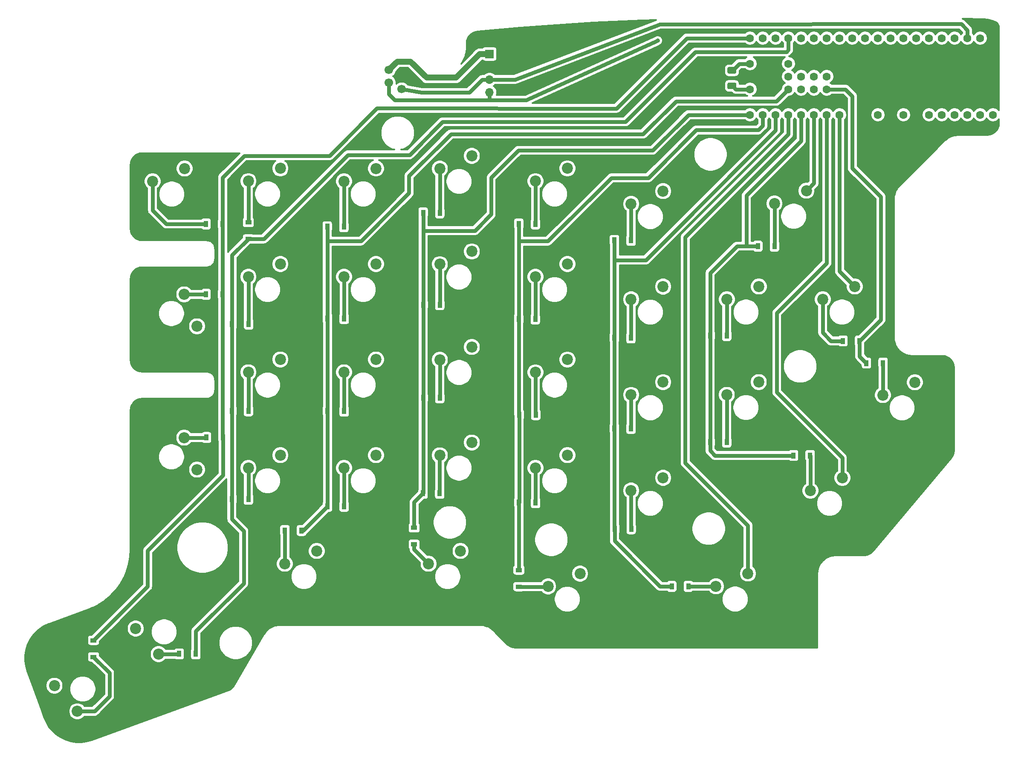
<source format=gbl>
G04 #@! TF.GenerationSoftware,KiCad,Pcbnew,5.1.9-73d0e3b20d~88~ubuntu20.04.1*
G04 #@! TF.CreationDate,2021-01-19T00:06:27+03:00*
G04 #@! TF.ProjectId,jeaex-right,6a656165-782d-4726-9967-68742e6b6963,rev?*
G04 #@! TF.SameCoordinates,Original*
G04 #@! TF.FileFunction,Copper,L2,Bot*
G04 #@! TF.FilePolarity,Positive*
%FSLAX46Y46*%
G04 Gerber Fmt 4.6, Leading zero omitted, Abs format (unit mm)*
G04 Created by KiCad (PCBNEW 5.1.9-73d0e3b20d~88~ubuntu20.04.1) date 2021-01-19 00:06:27*
%MOMM*%
%LPD*%
G01*
G04 APERTURE LIST*
G04 #@! TA.AperFunction,ComponentPad*
%ADD10C,1.600000*%
G04 #@! TD*
G04 #@! TA.AperFunction,ComponentPad*
%ADD11R,1.600000X1.600000*%
G04 #@! TD*
G04 #@! TA.AperFunction,ComponentPad*
%ADD12O,1.700000X1.700000*%
G04 #@! TD*
G04 #@! TA.AperFunction,ComponentPad*
%ADD13R,1.700000X1.700000*%
G04 #@! TD*
G04 #@! TA.AperFunction,SMDPad,CuDef*
%ADD14R,0.900000X1.200000*%
G04 #@! TD*
G04 #@! TA.AperFunction,SMDPad,CuDef*
%ADD15R,1.200000X0.900000*%
G04 #@! TD*
G04 #@! TA.AperFunction,ComponentPad*
%ADD16C,1.700000*%
G04 #@! TD*
G04 #@! TA.AperFunction,ComponentPad*
%ADD17C,2.200000*%
G04 #@! TD*
G04 #@! TA.AperFunction,ViaPad*
%ADD18C,0.800000*%
G04 #@! TD*
G04 #@! TA.AperFunction,Conductor*
%ADD19C,0.800000*%
G04 #@! TD*
G04 #@! TA.AperFunction,Conductor*
%ADD20C,1.200000*%
G04 #@! TD*
G04 #@! TA.AperFunction,Conductor*
%ADD21C,0.300000*%
G04 #@! TD*
G04 #@! TA.AperFunction,Conductor*
%ADD22C,0.100000*%
G04 #@! TD*
G04 APERTURE END LIST*
G04 #@! TO.P,R1,2*
G04 #@! TO.N,Net-(R1-Pad2)*
G04 #@! TA.AperFunction,SMDPad,CuDef*
G36*
G01*
X239645000Y-85950000D02*
X240895000Y-85950000D01*
G75*
G02*
X241145000Y-86200000I0J-250000D01*
G01*
X241145000Y-87000000D01*
G75*
G02*
X240895000Y-87250000I-250000J0D01*
G01*
X239645000Y-87250000D01*
G75*
G02*
X239395000Y-87000000I0J250000D01*
G01*
X239395000Y-86200000D01*
G75*
G02*
X239645000Y-85950000I250000J0D01*
G01*
G37*
G04 #@! TD.AperFunction*
G04 #@! TO.P,R1,1*
G04 #@! TO.N,/VCC*
G04 #@! TA.AperFunction,SMDPad,CuDef*
G36*
G01*
X239645000Y-82850000D02*
X240895000Y-82850000D01*
G75*
G02*
X241145000Y-83100000I0J-250000D01*
G01*
X241145000Y-83900000D01*
G75*
G02*
X240895000Y-84150000I-250000J0D01*
G01*
X239645000Y-84150000D01*
G75*
G02*
X239395000Y-83900000I0J250000D01*
G01*
X239395000Y-83100000D01*
G75*
G02*
X239645000Y-82850000I250000J0D01*
G01*
G37*
G04 #@! TD.AperFunction*
G04 #@! TD*
D10*
G04 #@! TO.P,U1,9*
G04 #@! TO.N,N/C*
X271820000Y-77100000D03*
G04 #@! TO.P,U1,10*
X269280000Y-77100000D03*
G04 #@! TO.P,U1,11*
X266740000Y-77100000D03*
G04 #@! TO.P,U1,8*
X274360000Y-77100000D03*
G04 #@! TO.P,U1,7*
X276900000Y-77100000D03*
G04 #@! TO.P,U1,6*
X279440000Y-77100000D03*
G04 #@! TO.P,U1,5*
X281980000Y-77100000D03*
G04 #@! TO.P,U1,4*
G04 #@! TO.N,/SDA*
X284520000Y-77100000D03*
G04 #@! TO.P,U1,3*
G04 #@! TO.N,/SCL*
X287060000Y-77100000D03*
G04 #@! TO.P,U1,2*
G04 #@! TO.N,N/C*
X289600000Y-77100000D03*
D11*
G04 #@! TO.P,U1,1*
G04 #@! TO.N,/GND*
X292140000Y-77100000D03*
D10*
G04 #@! TO.P,U1,12*
G04 #@! TO.N,N/C*
X264200000Y-77100000D03*
G04 #@! TO.P,U1,13*
X261660000Y-77100000D03*
G04 #@! TO.P,U1,14*
X259120000Y-77100000D03*
G04 #@! TO.P,U1,15*
X256580000Y-77100000D03*
G04 #@! TO.P,U1,16*
X254040000Y-77100000D03*
G04 #@! TO.P,U1,17*
G04 #@! TO.N,/KEYS_COL2*
X251500000Y-77100000D03*
G04 #@! TO.P,U1,18*
G04 #@! TO.N,N/C*
X248960000Y-77100000D03*
G04 #@! TO.P,U1,19*
X246420000Y-77100000D03*
G04 #@! TO.P,U1,20*
G04 #@! TO.N,/KEYS_COL1*
X243880000Y-77100000D03*
G04 #@! TO.P,U1,21*
G04 #@! TO.N,/VCC*
X243880000Y-82180000D03*
G04 #@! TO.P,U1,22*
G04 #@! TO.N,/GND*
X243880000Y-84720000D03*
G04 #@! TO.P,U1,23*
G04 #@! TO.N,Net-(R1-Pad2)*
X243880000Y-87260000D03*
G04 #@! TO.P,U1,24*
G04 #@! TO.N,/KEYS_COL4*
X243880000Y-92340000D03*
G04 #@! TO.P,U1,25*
G04 #@! TO.N,/KEYS_COL5*
X246420000Y-92340000D03*
G04 #@! TO.P,U1,26*
G04 #@! TO.N,/KEYS_COL6*
X248960000Y-92340000D03*
G04 #@! TO.P,U1,27*
G04 #@! TO.N,/KEYS_ROW5*
X251500000Y-92340000D03*
G04 #@! TO.P,U1,28*
G04 #@! TO.N,/KEYS_COL7*
X254040000Y-92340000D03*
G04 #@! TO.P,U1,29*
G04 #@! TO.N,/KEYS_ROW1*
X256580000Y-92340000D03*
G04 #@! TO.P,U1,30*
G04 #@! TO.N,/KEYS_ROW4*
X259120000Y-92340000D03*
G04 #@! TO.P,U1,31*
G04 #@! TO.N,/KEYS_ROW2*
X261660000Y-92340000D03*
G04 #@! TO.P,U1,33*
G04 #@! TO.N,/GND*
X266740000Y-92340000D03*
G04 #@! TO.P,U1,34*
G04 #@! TO.N,N/C*
X269280000Y-92340000D03*
G04 #@! TO.P,U1,36*
X274360000Y-92340000D03*
G04 #@! TO.P,U1,37*
G04 #@! TO.N,/GND*
X276900000Y-92340000D03*
G04 #@! TO.P,U1,38*
G04 #@! TO.N,N/C*
X279440000Y-92340000D03*
G04 #@! TO.P,U1,39*
X281980000Y-92340000D03*
G04 #@! TO.P,U1,40*
X284520000Y-92340000D03*
G04 #@! TO.P,U1,41*
X287060000Y-92340000D03*
G04 #@! TO.P,U1,42*
X289600000Y-92340000D03*
G04 #@! TO.P,U1,43*
G04 #@! TO.N,/VCC*
X292140000Y-92340000D03*
G04 #@! TO.P,U1,44*
G04 #@! TO.N,/KEYS_COL8*
X259120000Y-87260000D03*
G04 #@! TO.P,U1,45*
G04 #@! TO.N,N/C*
X256580000Y-87260000D03*
G04 #@! TO.P,U1,46*
X254040000Y-87260000D03*
G04 #@! TO.P,U1,47*
G04 #@! TO.N,/KEYS_COL3*
X251500000Y-87260000D03*
G04 #@! TO.P,U1,48*
G04 #@! TO.N,/KEYS_ROW3*
X259120000Y-84720000D03*
G04 #@! TO.P,U1,49*
G04 #@! TO.N,N/C*
X256580000Y-84720000D03*
G04 #@! TO.P,U1,50*
X254040000Y-84720000D03*
G04 #@! TO.P,U1,51*
X251500000Y-84720000D03*
G04 #@! TO.P,U1,52*
X251500000Y-82180000D03*
G04 #@! TD*
D12*
G04 #@! TO.P,J2,4*
G04 #@! TO.N,/SDA*
X192150000Y-87880000D03*
G04 #@! TO.P,J2,3*
G04 #@! TO.N,/SCL*
X192150000Y-85340000D03*
G04 #@! TO.P,J2,2*
G04 #@! TO.N,/GND*
X192150000Y-82800000D03*
D13*
G04 #@! TO.P,J2,1*
G04 #@! TO.N,/VCC*
X192150000Y-80260000D03*
G04 #@! TD*
D14*
G04 #@! TO.P,D1,1*
G04 #@! TO.N,/KEYS_COL1*
X139130000Y-114050000D03*
G04 #@! TO.P,D1,2*
G04 #@! TO.N,Net-(D1-Pad2)*
X135830000Y-114050000D03*
G04 #@! TD*
G04 #@! TO.P,D2,2*
G04 #@! TO.N,Net-(D2-Pad2)*
X135830000Y-128030000D03*
G04 #@! TO.P,D2,1*
G04 #@! TO.N,/KEYS_COL1*
X139130000Y-128030000D03*
G04 #@! TD*
G04 #@! TO.P,D3,1*
G04 #@! TO.N,/KEYS_COL1*
X139230000Y-156490000D03*
G04 #@! TO.P,D3,2*
G04 #@! TO.N,Net-(D3-Pad2)*
X135930000Y-156490000D03*
G04 #@! TD*
D15*
G04 #@! TO.P,D4,2*
G04 #@! TO.N,Net-(D4-Pad2)*
X113490000Y-200120000D03*
G04 #@! TO.P,D4,1*
G04 #@! TO.N,/KEYS_COL1*
X113490000Y-196820000D03*
G04 #@! TD*
G04 #@! TO.P,D5,2*
G04 #@! TO.N,Net-(D5-Pad2)*
X144240000Y-113730000D03*
G04 #@! TO.P,D5,1*
G04 #@! TO.N,/KEYS_COL2*
X144240000Y-117030000D03*
G04 #@! TD*
D14*
G04 #@! TO.P,D6,1*
G04 #@! TO.N,/KEYS_COL2*
X141000000Y-133950000D03*
G04 #@! TO.P,D6,2*
G04 #@! TO.N,Net-(D6-Pad2)*
X144300000Y-133950000D03*
G04 #@! TD*
G04 #@! TO.P,D7,1*
G04 #@! TO.N,/KEYS_COL2*
X140950000Y-151200000D03*
G04 #@! TO.P,D7,2*
G04 #@! TO.N,Net-(D7-Pad2)*
X144250000Y-151200000D03*
G04 #@! TD*
G04 #@! TO.P,D8,1*
G04 #@! TO.N,/KEYS_COL2*
X140950000Y-168780000D03*
G04 #@! TO.P,D8,2*
G04 #@! TO.N,Net-(D8-Pad2)*
X144250000Y-168780000D03*
G04 #@! TD*
G04 #@! TO.P,D9,1*
G04 #@! TO.N,/KEYS_COL2*
X133790000Y-199510000D03*
G04 #@! TO.P,D9,2*
G04 #@! TO.N,Net-(D9-Pad2)*
X130490000Y-199510000D03*
G04 #@! TD*
G04 #@! TO.P,D10,1*
G04 #@! TO.N,/KEYS_COL3*
X159900000Y-114590000D03*
G04 #@! TO.P,D10,2*
G04 #@! TO.N,Net-(D10-Pad2)*
X163200000Y-114590000D03*
G04 #@! TD*
G04 #@! TO.P,D11,2*
G04 #@! TO.N,Net-(D11-Pad2)*
X163250000Y-132870000D03*
G04 #@! TO.P,D11,1*
G04 #@! TO.N,/KEYS_COL3*
X159950000Y-132870000D03*
G04 #@! TD*
G04 #@! TO.P,D12,2*
G04 #@! TO.N,Net-(D12-Pad2)*
X163250000Y-151250000D03*
G04 #@! TO.P,D12,1*
G04 #@! TO.N,/KEYS_COL3*
X159950000Y-151250000D03*
G04 #@! TD*
G04 #@! TO.P,D13,1*
G04 #@! TO.N,/KEYS_COL3*
X159950000Y-170180000D03*
G04 #@! TO.P,D13,2*
G04 #@! TO.N,Net-(D13-Pad2)*
X163250000Y-170180000D03*
G04 #@! TD*
G04 #@! TO.P,D14,2*
G04 #@! TO.N,Net-(D14-Pad2)*
X151490000Y-174990000D03*
G04 #@! TO.P,D14,1*
G04 #@! TO.N,/KEYS_COL3*
X154790000Y-174990000D03*
G04 #@! TD*
G04 #@! TO.P,D15,1*
G04 #@! TO.N,/KEYS_COL4*
X178950000Y-111840000D03*
G04 #@! TO.P,D15,2*
G04 #@! TO.N,Net-(D15-Pad2)*
X182250000Y-111840000D03*
G04 #@! TD*
G04 #@! TO.P,D16,2*
G04 #@! TO.N,Net-(D16-Pad2)*
X182250000Y-130100000D03*
G04 #@! TO.P,D16,1*
G04 #@! TO.N,/KEYS_COL4*
X178950000Y-130100000D03*
G04 #@! TD*
G04 #@! TO.P,D17,1*
G04 #@! TO.N,/KEYS_COL4*
X178950000Y-148610000D03*
G04 #@! TO.P,D17,2*
G04 #@! TO.N,Net-(D17-Pad2)*
X182250000Y-148610000D03*
G04 #@! TD*
G04 #@! TO.P,D18,2*
G04 #@! TO.N,Net-(D18-Pad2)*
X182240000Y-167590000D03*
G04 #@! TO.P,D18,1*
G04 #@! TO.N,/KEYS_COL4*
X178940000Y-167590000D03*
G04 #@! TD*
D15*
G04 #@! TO.P,D19,2*
G04 #@! TO.N,Net-(D19-Pad2)*
X177160000Y-177750000D03*
G04 #@! TO.P,D19,1*
G04 #@! TO.N,/KEYS_COL4*
X177160000Y-174450000D03*
G04 #@! TD*
D14*
G04 #@! TO.P,D20,2*
G04 #@! TO.N,Net-(D20-Pad2)*
X201250000Y-114050000D03*
G04 #@! TO.P,D20,1*
G04 #@! TO.N,/KEYS_COL5*
X197950000Y-114050000D03*
G04 #@! TD*
G04 #@! TO.P,D21,1*
G04 #@! TO.N,/KEYS_COL5*
X197920000Y-132950000D03*
G04 #@! TO.P,D21,2*
G04 #@! TO.N,Net-(D21-Pad2)*
X201220000Y-132950000D03*
G04 #@! TD*
G04 #@! TO.P,D22,2*
G04 #@! TO.N,Net-(D22-Pad2)*
X201320000Y-151960000D03*
G04 #@! TO.P,D22,1*
G04 #@! TO.N,/KEYS_COL5*
X198020000Y-151960000D03*
G04 #@! TD*
G04 #@! TO.P,D23,1*
G04 #@! TO.N,/KEYS_COL5*
X197970000Y-169450000D03*
G04 #@! TO.P,D23,2*
G04 #@! TO.N,Net-(D23-Pad2)*
X201270000Y-169450000D03*
G04 #@! TD*
D15*
G04 #@! TO.P,D24,1*
G04 #@! TO.N,/KEYS_COL5*
X197960000Y-182850000D03*
G04 #@! TO.P,D24,2*
G04 #@! TO.N,Net-(D24-Pad2)*
X197960000Y-186150000D03*
G04 #@! TD*
D14*
G04 #@! TO.P,D25,1*
G04 #@! TO.N,/KEYS_COL6*
X216930000Y-117300000D03*
G04 #@! TO.P,D25,2*
G04 #@! TO.N,Net-(D25-Pad2)*
X220230000Y-117300000D03*
G04 #@! TD*
G04 #@! TO.P,D26,2*
G04 #@! TO.N,Net-(D26-Pad2)*
X220220000Y-136690000D03*
G04 #@! TO.P,D26,1*
G04 #@! TO.N,/KEYS_COL6*
X216920000Y-136690000D03*
G04 #@! TD*
G04 #@! TO.P,D27,1*
G04 #@! TO.N,/KEYS_COL6*
X216930000Y-154700000D03*
G04 #@! TO.P,D27,2*
G04 #@! TO.N,Net-(D27-Pad2)*
X220230000Y-154700000D03*
G04 #@! TD*
G04 #@! TO.P,D28,2*
G04 #@! TO.N,Net-(D28-Pad2)*
X220270000Y-174650000D03*
G04 #@! TO.P,D28,1*
G04 #@! TO.N,/KEYS_COL6*
X216970000Y-174650000D03*
G04 #@! TD*
G04 #@! TO.P,D29,2*
G04 #@! TO.N,Net-(D29-Pad2)*
X231620000Y-186100000D03*
G04 #@! TO.P,D29,1*
G04 #@! TO.N,/KEYS_COL6*
X228320000Y-186100000D03*
G04 #@! TD*
G04 #@! TO.P,D30,1*
G04 #@! TO.N,/KEYS_COL7*
X245430000Y-118460000D03*
G04 #@! TO.P,D30,2*
G04 #@! TO.N,Net-(D30-Pad2)*
X248730000Y-118460000D03*
G04 #@! TD*
G04 #@! TO.P,D31,2*
G04 #@! TO.N,Net-(D31-Pad2)*
X239230000Y-136230000D03*
G04 #@! TO.P,D31,1*
G04 #@! TO.N,/KEYS_COL7*
X235930000Y-136230000D03*
G04 #@! TD*
G04 #@! TO.P,D32,1*
G04 #@! TO.N,/KEYS_COL7*
X235930000Y-157410000D03*
G04 #@! TO.P,D32,2*
G04 #@! TO.N,Net-(D32-Pad2)*
X239230000Y-157410000D03*
G04 #@! TD*
G04 #@! TO.P,D33,2*
G04 #@! TO.N,Net-(D33-Pad2)*
X255810000Y-160070000D03*
G04 #@! TO.P,D33,1*
G04 #@! TO.N,/KEYS_COL7*
X252510000Y-160070000D03*
G04 #@! TD*
G04 #@! TO.P,D34,2*
G04 #@! TO.N,Net-(D34-Pad2)*
X262330000Y-137300000D03*
G04 #@! TO.P,D34,1*
G04 #@! TO.N,/KEYS_COL8*
X265630000Y-137300000D03*
G04 #@! TD*
G04 #@! TO.P,D35,1*
G04 #@! TO.N,/KEYS_COL8*
X266990000Y-141710000D03*
G04 #@! TO.P,D35,2*
G04 #@! TO.N,Net-(D35-Pad2)*
X270290000Y-141710000D03*
G04 #@! TD*
D16*
G04 #@! TO.P,J1,4*
G04 #@! TO.N,/VCC*
X172150000Y-83425000D03*
G04 #@! TO.P,J1,2*
G04 #@! TO.N,/SDA*
X172150000Y-85965000D03*
G04 #@! TO.P,J1,3*
G04 #@! TO.N,/GND*
X174690000Y-84695000D03*
G04 #@! TO.P,J1,1*
G04 #@! TO.N,/SCL*
X174690000Y-87235000D03*
G04 #@! TD*
D17*
G04 #@! TO.P,SW1,1*
G04 #@! TO.N,/KEYS_ROW1*
X131560000Y-103020000D03*
G04 #@! TO.P,SW1,2*
G04 #@! TO.N,Net-(D1-Pad2)*
X125210000Y-105560000D03*
G04 #@! TD*
G04 #@! TO.P,SW2,1*
G04 #@! TO.N,/KEYS_ROW2*
X134050000Y-134390000D03*
G04 #@! TO.P,SW2,2*
G04 #@! TO.N,Net-(D2-Pad2)*
X131510000Y-128040000D03*
G04 #@! TD*
G04 #@! TO.P,SW3,2*
G04 #@! TO.N,Net-(D3-Pad2)*
X131510000Y-156530000D03*
G04 #@! TO.P,SW3,1*
G04 #@! TO.N,/KEYS_ROW4*
X134050000Y-162880000D03*
G04 #@! TD*
G04 #@! TO.P,SW4,1*
G04 #@! TO.N,/KEYS_ROW5*
X105720000Y-205850000D03*
G04 #@! TO.P,SW4,2*
G04 #@! TO.N,Net-(D4-Pad2)*
X110278647Y-210948317D03*
G04 #@! TD*
G04 #@! TO.P,SW5,2*
G04 #@! TO.N,Net-(D5-Pad2)*
X144240000Y-105540000D03*
G04 #@! TO.P,SW5,1*
G04 #@! TO.N,/KEYS_ROW1*
X150590000Y-103000000D03*
G04 #@! TD*
G04 #@! TO.P,SW6,2*
G04 #@! TO.N,Net-(D6-Pad2)*
X144240000Y-124550000D03*
G04 #@! TO.P,SW6,1*
G04 #@! TO.N,/KEYS_ROW2*
X150590000Y-122010000D03*
G04 #@! TD*
G04 #@! TO.P,SW7,2*
G04 #@! TO.N,Net-(D7-Pad2)*
X144240000Y-143540000D03*
G04 #@! TO.P,SW7,1*
G04 #@! TO.N,/KEYS_ROW3*
X150590000Y-141000000D03*
G04 #@! TD*
G04 #@! TO.P,SW8,1*
G04 #@! TO.N,/KEYS_ROW4*
X150590000Y-160010000D03*
G04 #@! TO.P,SW8,2*
G04 #@! TO.N,Net-(D8-Pad2)*
X144240000Y-162550000D03*
G04 #@! TD*
G04 #@! TO.P,SW9,2*
G04 #@! TO.N,Net-(D9-Pad2)*
X126426277Y-199578960D03*
G04 #@! TO.P,SW9,1*
G04 #@! TO.N,/KEYS_ROW5*
X121867630Y-194480643D03*
G04 #@! TD*
G04 #@! TO.P,SW10,1*
G04 #@! TO.N,/KEYS_ROW1*
X169580000Y-103010000D03*
G04 #@! TO.P,SW10,2*
G04 #@! TO.N,Net-(D10-Pad2)*
X163230000Y-105550000D03*
G04 #@! TD*
G04 #@! TO.P,SW11,2*
G04 #@! TO.N,Net-(D11-Pad2)*
X163240000Y-124550000D03*
G04 #@! TO.P,SW11,1*
G04 #@! TO.N,/KEYS_ROW2*
X169590000Y-122010000D03*
G04 #@! TD*
G04 #@! TO.P,SW12,1*
G04 #@! TO.N,/KEYS_ROW3*
X169590000Y-141000000D03*
G04 #@! TO.P,SW12,2*
G04 #@! TO.N,Net-(D12-Pad2)*
X163240000Y-143540000D03*
G04 #@! TD*
G04 #@! TO.P,SW13,2*
G04 #@! TO.N,Net-(D13-Pad2)*
X163240000Y-162550000D03*
G04 #@! TO.P,SW13,1*
G04 #@! TO.N,/KEYS_ROW4*
X169590000Y-160010000D03*
G04 #@! TD*
G04 #@! TO.P,SW14,1*
G04 #@! TO.N,/KEYS_ROW5*
X157830000Y-179060000D03*
G04 #@! TO.P,SW14,2*
G04 #@! TO.N,Net-(D14-Pad2)*
X151480000Y-181600000D03*
G04 #@! TD*
G04 #@! TO.P,SW15,2*
G04 #@! TO.N,Net-(D15-Pad2)*
X182260000Y-103040000D03*
G04 #@! TO.P,SW15,1*
G04 #@! TO.N,/KEYS_ROW1*
X188610000Y-100500000D03*
G04 #@! TD*
G04 #@! TO.P,SW16,2*
G04 #@! TO.N,Net-(D16-Pad2)*
X182260000Y-122050000D03*
G04 #@! TO.P,SW16,1*
G04 #@! TO.N,/KEYS_ROW2*
X188610000Y-119510000D03*
G04 #@! TD*
G04 #@! TO.P,SW17,1*
G04 #@! TO.N,/KEYS_ROW3*
X188610000Y-138500000D03*
G04 #@! TO.P,SW17,2*
G04 #@! TO.N,Net-(D17-Pad2)*
X182260000Y-141040000D03*
G04 #@! TD*
G04 #@! TO.P,SW18,1*
G04 #@! TO.N,/KEYS_ROW4*
X188610000Y-157510000D03*
G04 #@! TO.P,SW18,2*
G04 #@! TO.N,Net-(D18-Pad2)*
X182260000Y-160050000D03*
G04 #@! TD*
G04 #@! TO.P,SW19,2*
G04 #@! TO.N,Net-(D19-Pad2)*
X180020000Y-181600000D03*
G04 #@! TO.P,SW19,1*
G04 #@! TO.N,/KEYS_ROW5*
X186370000Y-179060000D03*
G04 #@! TD*
G04 #@! TO.P,SW20,1*
G04 #@! TO.N,/KEYS_ROW1*
X207610000Y-103000000D03*
G04 #@! TO.P,SW20,2*
G04 #@! TO.N,Net-(D20-Pad2)*
X201260000Y-105540000D03*
G04 #@! TD*
G04 #@! TO.P,SW21,2*
G04 #@! TO.N,Net-(D21-Pad2)*
X201260000Y-124540000D03*
G04 #@! TO.P,SW21,1*
G04 #@! TO.N,/KEYS_ROW2*
X207610000Y-122000000D03*
G04 #@! TD*
G04 #@! TO.P,SW22,2*
G04 #@! TO.N,Net-(D22-Pad2)*
X201260000Y-143550000D03*
G04 #@! TO.P,SW22,1*
G04 #@! TO.N,/KEYS_ROW3*
X207610000Y-141010000D03*
G04 #@! TD*
G04 #@! TO.P,SW23,1*
G04 #@! TO.N,/KEYS_ROW4*
X207610000Y-160010000D03*
G04 #@! TO.P,SW23,2*
G04 #@! TO.N,Net-(D23-Pad2)*
X201260000Y-162550000D03*
G04 #@! TD*
G04 #@! TO.P,SW24,1*
G04 #@! TO.N,/KEYS_ROW5*
X210110000Y-183550000D03*
G04 #@! TO.P,SW24,2*
G04 #@! TO.N,Net-(D24-Pad2)*
X203760000Y-186090000D03*
G04 #@! TD*
G04 #@! TO.P,SW25,1*
G04 #@! TO.N,/KEYS_ROW1*
X226610000Y-107510000D03*
G04 #@! TO.P,SW25,2*
G04 #@! TO.N,Net-(D25-Pad2)*
X220260000Y-110050000D03*
G04 #@! TD*
G04 #@! TO.P,SW26,2*
G04 #@! TO.N,Net-(D26-Pad2)*
X220260000Y-129050000D03*
G04 #@! TO.P,SW26,1*
G04 #@! TO.N,/KEYS_ROW2*
X226610000Y-126510000D03*
G04 #@! TD*
G04 #@! TO.P,SW27,1*
G04 #@! TO.N,/KEYS_ROW3*
X226610000Y-145500000D03*
G04 #@! TO.P,SW27,2*
G04 #@! TO.N,Net-(D27-Pad2)*
X220260000Y-148040000D03*
G04 #@! TD*
G04 #@! TO.P,SW28,1*
G04 #@! TO.N,/KEYS_ROW4*
X226610000Y-164500000D03*
G04 #@! TO.P,SW28,2*
G04 #@! TO.N,Net-(D28-Pad2)*
X220260000Y-167040000D03*
G04 #@! TD*
G04 #@! TO.P,SW29,2*
G04 #@! TO.N,Net-(D29-Pad2)*
X237110000Y-186080000D03*
G04 #@! TO.P,SW29,1*
G04 #@! TO.N,/KEYS_ROW5*
X243460000Y-183540000D03*
G04 #@! TD*
G04 #@! TO.P,SW30,1*
G04 #@! TO.N,/KEYS_ROW1*
X255070000Y-107430000D03*
G04 #@! TO.P,SW30,2*
G04 #@! TO.N,Net-(D30-Pad2)*
X248720000Y-109970000D03*
G04 #@! TD*
G04 #@! TO.P,SW31,2*
G04 #@! TO.N,Net-(D31-Pad2)*
X239260000Y-129020000D03*
G04 #@! TO.P,SW31,1*
G04 #@! TO.N,/KEYS_ROW2*
X245610000Y-126480000D03*
G04 #@! TD*
G04 #@! TO.P,SW32,1*
G04 #@! TO.N,/KEYS_ROW3*
X245600000Y-145480000D03*
G04 #@! TO.P,SW32,2*
G04 #@! TO.N,Net-(D32-Pad2)*
X239250000Y-148020000D03*
G04 #@! TD*
G04 #@! TO.P,SW33,1*
G04 #@! TO.N,/KEYS_ROW4*
X262210000Y-164530000D03*
G04 #@! TO.P,SW33,2*
G04 #@! TO.N,Net-(D33-Pad2)*
X255860000Y-167070000D03*
G04 #@! TD*
G04 #@! TO.P,SW34,2*
G04 #@! TO.N,Net-(D34-Pad2)*
X258310000Y-129020000D03*
G04 #@! TO.P,SW34,1*
G04 #@! TO.N,/KEYS_ROW2*
X264660000Y-126480000D03*
G04 #@! TD*
G04 #@! TO.P,SW35,1*
G04 #@! TO.N,/KEYS_ROW3*
X276610000Y-145520000D03*
G04 #@! TO.P,SW35,2*
G04 #@! TO.N,Net-(D35-Pad2)*
X270260000Y-148060000D03*
G04 #@! TD*
D18*
G04 #@! TO.N,/SDA*
X225520000Y-77600000D03*
G04 #@! TO.N,/GND*
X204430000Y-84520000D03*
X220810000Y-89750000D03*
G04 #@! TD*
D19*
G04 #@! TO.N,/KEYS_COL1*
X217320000Y-91070000D02*
X170540000Y-91050000D01*
X231290000Y-77100000D02*
X217320000Y-91070000D01*
X243880000Y-77100000D02*
X231290000Y-77100000D01*
X170540000Y-91050000D02*
X169770000Y-91050000D01*
X169770000Y-91050000D02*
X160320000Y-100500000D01*
X160320000Y-100500000D02*
X143420000Y-100500000D01*
X139130000Y-104790000D02*
X139130000Y-114050000D01*
X143420000Y-100500000D02*
X139130000Y-104790000D01*
X139130000Y-114050000D02*
X139130000Y-128030000D01*
X139130000Y-156390000D02*
X139230000Y-156490000D01*
X139130000Y-128030000D02*
X139130000Y-156390000D01*
X139230000Y-156490000D02*
X139230000Y-163980000D01*
X139230000Y-163980000D02*
X124220000Y-178990000D01*
X124220000Y-186090000D02*
X113490000Y-196820000D01*
X124220000Y-178990000D02*
X124220000Y-186090000D01*
G04 #@! TO.N,Net-(D1-Pad2)*
X125210000Y-105560000D02*
X125210000Y-111340000D01*
X127920000Y-114050000D02*
X135830000Y-114050000D01*
X125210000Y-111340000D02*
X127920000Y-114050000D01*
G04 #@! TO.N,Net-(D2-Pad2)*
X135820000Y-128040000D02*
X135830000Y-128030000D01*
X131510000Y-128040000D02*
X135820000Y-128040000D01*
G04 #@! TO.N,Net-(D3-Pad2)*
X135890000Y-156530000D02*
X135930000Y-156490000D01*
X131510000Y-156530000D02*
X135890000Y-156530000D01*
G04 #@! TO.N,Net-(D4-Pad2)*
X110278647Y-210948317D02*
X113671683Y-210948317D01*
X113671683Y-210948317D02*
X116680000Y-207940000D01*
X116680000Y-203310000D02*
X113490000Y-200120000D01*
X116680000Y-207940000D02*
X116680000Y-203310000D01*
G04 #@! TO.N,Net-(D5-Pad2)*
X144240000Y-105540000D02*
X144240000Y-113730000D01*
G04 #@! TO.N,/KEYS_COL2*
X141000000Y-120270000D02*
X144240000Y-117030000D01*
X141000000Y-133950000D02*
X141000000Y-120270000D01*
X140950000Y-134000000D02*
X141000000Y-133950000D01*
X140950000Y-151200000D02*
X140950000Y-134000000D01*
X140950000Y-168780000D02*
X140950000Y-151200000D01*
X251090000Y-79850000D02*
X251500000Y-79440000D01*
X233040000Y-79850000D02*
X251090000Y-79850000D01*
X182809999Y-93740001D02*
X219149999Y-93740001D01*
X251500000Y-79440000D02*
X251500000Y-77100000D01*
X176250000Y-100300000D02*
X182809999Y-93740001D01*
X174770000Y-100300000D02*
X176250000Y-100300000D01*
X174760000Y-100310000D02*
X174770000Y-100300000D01*
X164000000Y-100310000D02*
X174760000Y-100310000D01*
X219149999Y-93740001D02*
X233040000Y-79850000D01*
X147280000Y-117030000D02*
X164000000Y-100310000D01*
X144240000Y-117030000D02*
X147280000Y-117030000D01*
X140950000Y-168780000D02*
X140950000Y-172740000D01*
X140950000Y-172740000D02*
X143300000Y-175090000D01*
X143300000Y-175090000D02*
X143300000Y-185500000D01*
X133790000Y-195010000D02*
X133790000Y-199510000D01*
X143300000Y-185500000D02*
X133790000Y-195010000D01*
G04 #@! TO.N,Net-(D6-Pad2)*
X144240000Y-133890000D02*
X144300000Y-133950000D01*
X144240000Y-124550000D02*
X144240000Y-133890000D01*
G04 #@! TO.N,Net-(D7-Pad2)*
X144240000Y-151190000D02*
X144250000Y-151200000D01*
X144240000Y-143540000D02*
X144240000Y-151190000D01*
G04 #@! TO.N,Net-(D8-Pad2)*
X144240000Y-168770000D02*
X144250000Y-168780000D01*
X144240000Y-162550000D02*
X144240000Y-168770000D01*
G04 #@! TO.N,Net-(D9-Pad2)*
X130421040Y-199578960D02*
X130490000Y-199510000D01*
X126426277Y-199578960D02*
X130421040Y-199578960D01*
G04 #@! TO.N,/KEYS_COL3*
X159900000Y-114590000D02*
X159900000Y-117450000D01*
X159900000Y-117450000D02*
X159900000Y-133250000D01*
X159950000Y-132870000D02*
X159950000Y-151250000D01*
X159950000Y-151250000D02*
X159950000Y-170180000D01*
X155140000Y-174990000D02*
X159950000Y-170180000D01*
X154790000Y-174990000D02*
X155140000Y-174990000D01*
X229160000Y-89640000D02*
X249120000Y-89640000D01*
X184460000Y-96170000D02*
X222630000Y-96170000D01*
X222630000Y-96170000D02*
X229160000Y-89640000D01*
X176150000Y-104480000D02*
X184460000Y-96170000D01*
X249120000Y-89640000D02*
X251500000Y-87260000D01*
X176150000Y-107900000D02*
X176150000Y-104480000D01*
X166600000Y-117450000D02*
X176150000Y-107900000D01*
X159900000Y-117450000D02*
X166600000Y-117450000D01*
G04 #@! TO.N,Net-(D10-Pad2)*
X163230000Y-114560000D02*
X163200000Y-114590000D01*
X163230000Y-105550000D02*
X163230000Y-114560000D01*
G04 #@! TO.N,Net-(D11-Pad2)*
X163240000Y-132860000D02*
X163250000Y-132870000D01*
X163240000Y-124550000D02*
X163240000Y-132860000D01*
G04 #@! TO.N,Net-(D12-Pad2)*
X163240000Y-151240000D02*
X163250000Y-151250000D01*
X163240000Y-143540000D02*
X163240000Y-151240000D01*
G04 #@! TO.N,Net-(D13-Pad2)*
X163240000Y-170170000D02*
X163250000Y-170180000D01*
X163240000Y-162550000D02*
X163240000Y-170170000D01*
G04 #@! TO.N,Net-(D14-Pad2)*
X151480000Y-175000000D02*
X151490000Y-174990000D01*
X151480000Y-181600000D02*
X151480000Y-175000000D01*
G04 #@! TO.N,/KEYS_COL4*
X243880000Y-92340000D02*
X231610000Y-92340000D01*
X231610000Y-92340000D02*
X224550000Y-99400000D01*
X224550000Y-99400000D02*
X197900000Y-99400000D01*
X197900000Y-99400000D02*
X192450000Y-104850000D01*
X178950000Y-130100000D02*
X178950000Y-148610000D01*
X178950000Y-167580000D02*
X178940000Y-167590000D01*
X178950000Y-148610000D02*
X178950000Y-167580000D01*
X177160000Y-169370000D02*
X178940000Y-167590000D01*
X177160000Y-174450000D02*
X177160000Y-169370000D01*
X192450000Y-104850000D02*
X192450000Y-112140000D01*
X189210000Y-115380000D02*
X178950000Y-115380000D01*
X192450000Y-112140000D02*
X189210000Y-115380000D01*
X178950000Y-115380000D02*
X178950000Y-130100000D01*
X178950000Y-111840000D02*
X178950000Y-115380000D01*
G04 #@! TO.N,Net-(D15-Pad2)*
X182260000Y-111830000D02*
X182250000Y-111840000D01*
X182260000Y-103040000D02*
X182260000Y-111830000D01*
G04 #@! TO.N,Net-(D16-Pad2)*
X182260000Y-130090000D02*
X182250000Y-130100000D01*
X182260000Y-122050000D02*
X182260000Y-130090000D01*
G04 #@! TO.N,Net-(D17-Pad2)*
X182250000Y-141050000D02*
X182260000Y-141040000D01*
X182250000Y-148610000D02*
X182250000Y-141050000D01*
G04 #@! TO.N,Net-(D18-Pad2)*
X182240000Y-160070000D02*
X182260000Y-160050000D01*
X182240000Y-167590000D02*
X182240000Y-160070000D01*
G04 #@! TO.N,Net-(D19-Pad2)*
X177160000Y-178740000D02*
X180020000Y-181600000D01*
X177160000Y-177750000D02*
X177160000Y-178740000D01*
G04 #@! TO.N,Net-(D20-Pad2)*
X201260000Y-114040000D02*
X201250000Y-114050000D01*
X201260000Y-105540000D02*
X201260000Y-114040000D01*
G04 #@! TO.N,/KEYS_COL5*
X246420000Y-92340000D02*
X246420000Y-94480000D01*
X246420000Y-94480000D02*
X245550000Y-95350000D01*
X245550000Y-95350000D02*
X233200000Y-95350000D01*
X233200000Y-95350000D02*
X223650000Y-104900000D01*
X223650000Y-104900000D02*
X216300000Y-104900000D01*
X216300000Y-104900000D02*
X203750000Y-117450000D01*
X197950000Y-132920000D02*
X197920000Y-132950000D01*
X197920000Y-151860000D02*
X198020000Y-151960000D01*
X197920000Y-132950000D02*
X197920000Y-151860000D01*
X198020000Y-169400000D02*
X197970000Y-169450000D01*
X198020000Y-151960000D02*
X198020000Y-169400000D01*
X197970000Y-182840000D02*
X197960000Y-182850000D01*
X197970000Y-169450000D02*
X197970000Y-182840000D01*
X197990000Y-117450000D02*
X197950000Y-117410000D01*
X203750000Y-117450000D02*
X197990000Y-117450000D01*
X197950000Y-117410000D02*
X197950000Y-132920000D01*
X197950000Y-114050000D02*
X197950000Y-117410000D01*
G04 #@! TO.N,Net-(D21-Pad2)*
X201260000Y-132910000D02*
X201220000Y-132950000D01*
X201260000Y-124540000D02*
X201260000Y-132910000D01*
G04 #@! TO.N,Net-(D22-Pad2)*
X201260000Y-151900000D02*
X201320000Y-151960000D01*
X201260000Y-143550000D02*
X201260000Y-151900000D01*
G04 #@! TO.N,Net-(D23-Pad2)*
X201260000Y-169440000D02*
X201270000Y-169450000D01*
X201260000Y-162550000D02*
X201260000Y-169440000D01*
G04 #@! TO.N,Net-(D24-Pad2)*
X203700000Y-186150000D02*
X203760000Y-186090000D01*
X197960000Y-186150000D02*
X203700000Y-186150000D01*
G04 #@! TO.N,/KEYS_COL6*
X248960000Y-92340000D02*
X248960000Y-95440000D01*
X248960000Y-95440000D02*
X223160000Y-121240000D01*
X216930000Y-136680000D02*
X216920000Y-136690000D01*
X217010000Y-121240000D02*
X216930000Y-121160000D01*
X223160000Y-121240000D02*
X217010000Y-121240000D01*
X216930000Y-121160000D02*
X216930000Y-136680000D01*
X216930000Y-117300000D02*
X216930000Y-121160000D01*
X216920000Y-154690000D02*
X216930000Y-154700000D01*
X216920000Y-136690000D02*
X216920000Y-154690000D01*
X216930000Y-174610000D02*
X216970000Y-174650000D01*
X216930000Y-154700000D02*
X216930000Y-174610000D01*
X216970000Y-174650000D02*
X216970000Y-177060000D01*
X226010000Y-186100000D02*
X228320000Y-186100000D01*
X216970000Y-177060000D02*
X226010000Y-186100000D01*
G04 #@! TO.N,Net-(D25-Pad2)*
X220260000Y-117270000D02*
X220230000Y-117300000D01*
X220260000Y-110050000D02*
X220260000Y-117270000D01*
G04 #@! TO.N,Net-(D26-Pad2)*
X220260000Y-136650000D02*
X220220000Y-136690000D01*
X220260000Y-129050000D02*
X220260000Y-136650000D01*
G04 #@! TO.N,Net-(D27-Pad2)*
X220260000Y-154670000D02*
X220230000Y-154700000D01*
X220260000Y-148040000D02*
X220260000Y-154670000D01*
G04 #@! TO.N,Net-(D28-Pad2)*
X220260000Y-174640000D02*
X220270000Y-174650000D01*
X220260000Y-167040000D02*
X220260000Y-174640000D01*
G04 #@! TO.N,Net-(D29-Pad2)*
X237090000Y-186100000D02*
X237110000Y-186080000D01*
X231620000Y-186100000D02*
X237090000Y-186100000D01*
G04 #@! TO.N,/KEYS_COL7*
X254040000Y-92340000D02*
X254040000Y-97510000D01*
X243130000Y-108420000D02*
X243130000Y-118180000D01*
X254040000Y-97510000D02*
X243130000Y-108420000D01*
X252510000Y-160070000D02*
X236910000Y-160070000D01*
X235930000Y-159090000D02*
X235930000Y-157410000D01*
X236910000Y-160070000D02*
X235930000Y-159090000D01*
X235930000Y-136230000D02*
X235930000Y-157410000D01*
X235930000Y-136230000D02*
X235930000Y-123790000D01*
X241260000Y-118460000D02*
X245430000Y-118460000D01*
X235930000Y-123790000D02*
X241260000Y-118460000D01*
G04 #@! TO.N,Net-(D30-Pad2)*
X248720000Y-118450000D02*
X248730000Y-118460000D01*
X248720000Y-109970000D02*
X248720000Y-118450000D01*
G04 #@! TO.N,Net-(D31-Pad2)*
X239230000Y-129050000D02*
X239260000Y-129020000D01*
X239230000Y-136230000D02*
X239230000Y-129050000D01*
G04 #@! TO.N,Net-(D32-Pad2)*
X239230000Y-148040000D02*
X239250000Y-148020000D01*
X239230000Y-157410000D02*
X239230000Y-148040000D01*
G04 #@! TO.N,Net-(D33-Pad2)*
X255860000Y-160120000D02*
X255810000Y-160070000D01*
X255860000Y-167070000D02*
X255860000Y-160120000D01*
G04 #@! TO.N,Net-(D34-Pad2)*
X258310000Y-135670000D02*
X258310000Y-129020000D01*
X259940000Y-137300000D02*
X258310000Y-135670000D01*
X262330000Y-137300000D02*
X259940000Y-137300000D01*
G04 #@! TO.N,/KEYS_COL8*
X269860000Y-133070000D02*
X265630000Y-137300000D01*
X269860000Y-108660000D02*
X269860000Y-133070000D01*
X265630000Y-140350000D02*
X266990000Y-141710000D01*
X265630000Y-137300000D02*
X265630000Y-140350000D01*
X259120000Y-87260000D02*
X262800000Y-87260000D01*
X262800000Y-87260000D02*
X264190000Y-88650000D01*
X264190000Y-102990000D02*
X269860000Y-108660000D01*
X264190000Y-88650000D02*
X264190000Y-102990000D01*
G04 #@! TO.N,Net-(D35-Pad2)*
X270290000Y-148030000D02*
X270260000Y-148060000D01*
X270290000Y-141710000D02*
X270290000Y-148030000D01*
G04 #@! TO.N,/SDA*
X173300000Y-89410000D02*
X189610000Y-89410000D01*
X172150000Y-88260000D02*
X173300000Y-89410000D01*
X172150000Y-85965000D02*
X172150000Y-88260000D01*
X199430000Y-89410000D02*
X225520000Y-77600000D01*
X192150000Y-89080000D02*
X191820000Y-89410000D01*
X192150000Y-87880000D02*
X192150000Y-89080000D01*
X191820000Y-89410000D02*
X199430000Y-89410000D01*
X189550000Y-89410000D02*
X191820000Y-89410000D01*
D20*
G04 #@! TO.N,/GND*
X266740000Y-89920000D02*
X266740000Y-92340000D01*
X267570000Y-89090000D02*
X266740000Y-89920000D01*
D19*
X276900000Y-92340000D02*
X276900000Y-89420000D01*
X276900000Y-89420000D02*
X277230000Y-89090000D01*
D20*
X277230000Y-89090000D02*
X267570000Y-89090000D01*
X292140000Y-80300000D02*
X292140000Y-77100000D01*
X292140000Y-81049942D02*
X292140000Y-80300000D01*
X284099942Y-89090000D02*
X292140000Y-81049942D01*
X277230000Y-89090000D02*
X284099942Y-89090000D01*
D19*
X174690000Y-84695000D02*
X176855000Y-84695000D01*
X176855000Y-84695000D02*
X178730000Y-86570000D01*
X178730000Y-86570000D02*
X186740000Y-86570000D01*
X190510000Y-82800000D02*
X192150000Y-82800000D01*
X186740000Y-86570000D02*
X190510000Y-82800000D01*
G04 #@! TO.N,/SCL*
X178640000Y-87920000D02*
X174690000Y-87235000D01*
X188090000Y-87920000D02*
X178640000Y-87920000D01*
X190670000Y-85340000D02*
X188090000Y-87920000D01*
X192150000Y-85340000D02*
X190670000Y-85340000D01*
X287060000Y-75530000D02*
X287060000Y-77100000D01*
X285810000Y-74280000D02*
X287060000Y-75530000D01*
X225960000Y-74310000D02*
X285810000Y-74280000D01*
X197150000Y-85340000D02*
X225960000Y-74310000D01*
X192150000Y-85340000D02*
X197150000Y-85340000D01*
G04 #@! TO.N,/VCC*
X241740000Y-82180000D02*
X240270000Y-83650000D01*
X243880000Y-82180000D02*
X241740000Y-82180000D01*
D20*
X172150000Y-83425000D02*
X173815000Y-81760000D01*
X173815000Y-81760000D02*
X176430000Y-81760000D01*
X176430000Y-81760000D02*
X179630000Y-84960000D01*
X179630000Y-84960000D02*
X185490000Y-84960000D01*
X190190000Y-80260000D02*
X192150000Y-80260000D01*
X185490000Y-84960000D02*
X190190000Y-80260000D01*
D19*
G04 #@! TO.N,Net-(R1-Pad2)*
X241080000Y-87260000D02*
X240270000Y-86450000D01*
X243880000Y-87260000D02*
X241080000Y-87260000D01*
G04 #@! TO.N,/KEYS_ROW1*
X256580000Y-105920000D02*
X255070000Y-107430000D01*
X256580000Y-92340000D02*
X256580000Y-105920000D01*
G04 #@! TO.N,/KEYS_ROW2*
X261660000Y-123480000D02*
X264660000Y-126480000D01*
X261660000Y-92340000D02*
X261660000Y-123480000D01*
G04 #@! TO.N,/KEYS_ROW4*
X259120000Y-92340000D02*
X259120000Y-121800000D01*
X259120000Y-121800000D02*
X249180000Y-131740000D01*
X249180000Y-131740000D02*
X249180000Y-147510000D01*
X262210000Y-160540000D02*
X262210000Y-164530000D01*
X249180000Y-147510000D02*
X262210000Y-160540000D01*
G04 #@! TO.N,/KEYS_ROW5*
X243460000Y-174020000D02*
X243460000Y-183540000D01*
X231000000Y-161560000D02*
X243460000Y-174020000D01*
X231000000Y-116690000D02*
X231000000Y-161560000D01*
X251500000Y-96190000D02*
X231000000Y-116690000D01*
X251500000Y-92340000D02*
X251500000Y-96190000D01*
G04 #@! TD*
D21*
G04 #@! TO.N,/GND*
X290132322Y-73325670D02*
X291093322Y-73415435D01*
X292017559Y-73643071D01*
X292476733Y-73814163D01*
X292720604Y-73945943D01*
X292919413Y-74110326D01*
X293082505Y-74310192D01*
X293203667Y-74537924D01*
X293278292Y-74784865D01*
X293306767Y-75074508D01*
X293306768Y-91476260D01*
X293266289Y-91415679D01*
X293064321Y-91213711D01*
X292826833Y-91055027D01*
X292562949Y-90945723D01*
X292282813Y-90890000D01*
X291997187Y-90890000D01*
X291717051Y-90945723D01*
X291453167Y-91055027D01*
X291215679Y-91213711D01*
X291013711Y-91415679D01*
X290870000Y-91630758D01*
X290726289Y-91415679D01*
X290524321Y-91213711D01*
X290286833Y-91055027D01*
X290022949Y-90945723D01*
X289742813Y-90890000D01*
X289457187Y-90890000D01*
X289177051Y-90945723D01*
X288913167Y-91055027D01*
X288675679Y-91213711D01*
X288473711Y-91415679D01*
X288330000Y-91630758D01*
X288186289Y-91415679D01*
X287984321Y-91213711D01*
X287746833Y-91055027D01*
X287482949Y-90945723D01*
X287202813Y-90890000D01*
X286917187Y-90890000D01*
X286637051Y-90945723D01*
X286373167Y-91055027D01*
X286135679Y-91213711D01*
X285933711Y-91415679D01*
X285790000Y-91630758D01*
X285646289Y-91415679D01*
X285444321Y-91213711D01*
X285206833Y-91055027D01*
X284942949Y-90945723D01*
X284662813Y-90890000D01*
X284377187Y-90890000D01*
X284097051Y-90945723D01*
X283833167Y-91055027D01*
X283595679Y-91213711D01*
X283393711Y-91415679D01*
X283250000Y-91630758D01*
X283106289Y-91415679D01*
X282904321Y-91213711D01*
X282666833Y-91055027D01*
X282402949Y-90945723D01*
X282122813Y-90890000D01*
X281837187Y-90890000D01*
X281557051Y-90945723D01*
X281293167Y-91055027D01*
X281055679Y-91213711D01*
X280853711Y-91415679D01*
X280710000Y-91630758D01*
X280566289Y-91415679D01*
X280364321Y-91213711D01*
X280126833Y-91055027D01*
X279862949Y-90945723D01*
X279582813Y-90890000D01*
X279297187Y-90890000D01*
X279017051Y-90945723D01*
X278753167Y-91055027D01*
X278515679Y-91213711D01*
X278313711Y-91415679D01*
X278155027Y-91653167D01*
X278045723Y-91917051D01*
X277990000Y-92197187D01*
X277990000Y-92482813D01*
X278045723Y-92762949D01*
X278155027Y-93026833D01*
X278313711Y-93264321D01*
X278515679Y-93466289D01*
X278753167Y-93624973D01*
X279017051Y-93734277D01*
X279297187Y-93790000D01*
X279582813Y-93790000D01*
X279862949Y-93734277D01*
X280126833Y-93624973D01*
X280364321Y-93466289D01*
X280566289Y-93264321D01*
X280710000Y-93049242D01*
X280853711Y-93264321D01*
X281055679Y-93466289D01*
X281293167Y-93624973D01*
X281557051Y-93734277D01*
X281837187Y-93790000D01*
X282122813Y-93790000D01*
X282402949Y-93734277D01*
X282666833Y-93624973D01*
X282904321Y-93466289D01*
X283106289Y-93264321D01*
X283250000Y-93049242D01*
X283393711Y-93264321D01*
X283595679Y-93466289D01*
X283833167Y-93624973D01*
X284097051Y-93734277D01*
X284377187Y-93790000D01*
X284662813Y-93790000D01*
X284942949Y-93734277D01*
X285206833Y-93624973D01*
X285444321Y-93466289D01*
X285646289Y-93264321D01*
X285790000Y-93049242D01*
X285933711Y-93264321D01*
X286135679Y-93466289D01*
X286373167Y-93624973D01*
X286637051Y-93734277D01*
X286917187Y-93790000D01*
X287202813Y-93790000D01*
X287482949Y-93734277D01*
X287746833Y-93624973D01*
X287984321Y-93466289D01*
X288186289Y-93264321D01*
X288330000Y-93049242D01*
X288473711Y-93264321D01*
X288675679Y-93466289D01*
X288913167Y-93624973D01*
X289177051Y-93734277D01*
X289457187Y-93790000D01*
X289742813Y-93790000D01*
X290022949Y-93734277D01*
X290286833Y-93624973D01*
X290524321Y-93466289D01*
X290726289Y-93264321D01*
X290870000Y-93049242D01*
X291013711Y-93264321D01*
X291215679Y-93466289D01*
X291453167Y-93624973D01*
X291717051Y-93734277D01*
X291997187Y-93790000D01*
X292282813Y-93790000D01*
X292562949Y-93734277D01*
X292826833Y-93624973D01*
X293064321Y-93466289D01*
X293266289Y-93264321D01*
X293306768Y-93203740D01*
X293306768Y-93986933D01*
X293259313Y-94470915D01*
X293128343Y-94904707D01*
X292915612Y-95304798D01*
X292629222Y-95655947D01*
X292280083Y-95944780D01*
X291881487Y-96160299D01*
X291448619Y-96294294D01*
X290966644Y-96344952D01*
X285191284Y-96344952D01*
X285164060Y-96347633D01*
X285155140Y-96347540D01*
X285145758Y-96348427D01*
X284563258Y-96407594D01*
X284503279Y-96419688D01*
X284443151Y-96430941D01*
X284434120Y-96433633D01*
X283874206Y-96604816D01*
X283817701Y-96628337D01*
X283760922Y-96651047D01*
X283752585Y-96655442D01*
X283236585Y-96932119D01*
X283185742Y-96966155D01*
X283134437Y-96999473D01*
X283127120Y-97005398D01*
X283127113Y-97005403D01*
X283127107Y-97005409D01*
X282676789Y-97375305D01*
X282649255Y-97397901D01*
X273478398Y-106568757D01*
X273461029Y-106589921D01*
X273454688Y-106596131D01*
X273448680Y-106603393D01*
X273078629Y-107057121D01*
X273044779Y-107108069D01*
X273010210Y-107158556D01*
X273005728Y-107166846D01*
X272730853Y-107683809D01*
X272707540Y-107740369D01*
X272683438Y-107796604D01*
X272680653Y-107805599D01*
X272680651Y-107805605D01*
X272680651Y-107805607D01*
X272511424Y-108366115D01*
X272499534Y-108426162D01*
X272486822Y-108485970D01*
X272485838Y-108495333D01*
X272485836Y-108495343D01*
X272485836Y-108495352D01*
X272428721Y-109077855D01*
X272425480Y-109110757D01*
X272425481Y-136633647D01*
X272428461Y-136663908D01*
X272428331Y-136682609D01*
X272429251Y-136691989D01*
X272490452Y-137274278D01*
X272502753Y-137334206D01*
X272514218Y-137394304D01*
X272516941Y-137403326D01*
X272690078Y-137962639D01*
X272713811Y-138019096D01*
X272736704Y-138075759D01*
X272741126Y-138084077D01*
X272741128Y-138084082D01*
X272741131Y-138084086D01*
X273019604Y-138599113D01*
X273053821Y-138649841D01*
X273087315Y-138701025D01*
X273093271Y-138708328D01*
X273466481Y-139159461D01*
X273509898Y-139202576D01*
X273552696Y-139246280D01*
X273559951Y-139252282D01*
X273559957Y-139252288D01*
X273559964Y-139252292D01*
X274013685Y-139622339D01*
X274064652Y-139656202D01*
X274115122Y-139690759D01*
X274123407Y-139695239D01*
X274123411Y-139695242D01*
X274123415Y-139695244D01*
X274640377Y-139970116D01*
X274696917Y-139993420D01*
X274753170Y-140017530D01*
X274762173Y-140020317D01*
X275322681Y-140189544D01*
X275382720Y-140201432D01*
X275442535Y-140214146D01*
X275451897Y-140215130D01*
X275451908Y-140215132D01*
X275451918Y-140215132D01*
X276033975Y-140272204D01*
X276067321Y-140275488D01*
X282017422Y-140275488D01*
X282501394Y-140322942D01*
X282935187Y-140453912D01*
X283335276Y-140666642D01*
X283686426Y-140953033D01*
X283975259Y-141302172D01*
X284190777Y-141700767D01*
X284324774Y-142133636D01*
X284375431Y-142615610D01*
X284375432Y-159061986D01*
X284327978Y-159545958D01*
X284197008Y-159979751D01*
X283977590Y-160392418D01*
X283819096Y-160604280D01*
X268304014Y-179094479D01*
X267956368Y-179434919D01*
X267577204Y-179683038D01*
X267157073Y-179852781D01*
X266694483Y-179941025D01*
X266486226Y-179950482D01*
X260867309Y-179950482D01*
X260837039Y-179953463D01*
X260818346Y-179953333D01*
X260808967Y-179954253D01*
X260226677Y-180015454D01*
X260166729Y-180027759D01*
X260106653Y-180039220D01*
X260097631Y-180041943D01*
X259538317Y-180215080D01*
X259481873Y-180238807D01*
X259425196Y-180261706D01*
X259416879Y-180266128D01*
X259416874Y-180266130D01*
X259416873Y-180266131D01*
X258901843Y-180544606D01*
X258851126Y-180578815D01*
X258799931Y-180612316D01*
X258792635Y-180618267D01*
X258792628Y-180618272D01*
X258792622Y-180618278D01*
X258341495Y-180991483D01*
X258298416Y-181034864D01*
X258254676Y-181077697D01*
X258248674Y-181084953D01*
X258248668Y-181084959D01*
X258248664Y-181084966D01*
X257878617Y-181538687D01*
X257844754Y-181589654D01*
X257810197Y-181640124D01*
X257805717Y-181648409D01*
X257805714Y-181648413D01*
X257805714Y-181648414D01*
X257530840Y-182165378D01*
X257507530Y-182221933D01*
X257483426Y-182278172D01*
X257480639Y-182287175D01*
X257311412Y-182847683D01*
X257299522Y-182907730D01*
X257286810Y-182967538D01*
X257285826Y-182976901D01*
X257285824Y-182976911D01*
X257285824Y-182976920D01*
X257228793Y-183558561D01*
X257225468Y-183592324D01*
X257225469Y-198275494D01*
X197307256Y-198275494D01*
X196823284Y-198228040D01*
X196389492Y-198097070D01*
X195989401Y-197884339D01*
X195613627Y-197577865D01*
X192864139Y-194828439D01*
X192842997Y-194811089D01*
X192836742Y-194804701D01*
X192829480Y-194798694D01*
X192375752Y-194428642D01*
X192324778Y-194394775D01*
X192274315Y-194360222D01*
X192266030Y-194355742D01*
X192266026Y-194355739D01*
X192266022Y-194355737D01*
X191749062Y-194080865D01*
X191692482Y-194057544D01*
X191636267Y-194033451D01*
X191627269Y-194030665D01*
X191627263Y-194030663D01*
X191066756Y-193861437D01*
X191006709Y-193849547D01*
X190946901Y-193836835D01*
X190937538Y-193835851D01*
X190937528Y-193835849D01*
X190937519Y-193835849D01*
X190354826Y-193778715D01*
X190354819Y-193778715D01*
X190322116Y-193775494D01*
X150494262Y-193775494D01*
X150482522Y-193776650D01*
X150294594Y-193783213D01*
X150254882Y-193788512D01*
X150214885Y-193790748D01*
X150205582Y-193792255D01*
X149628285Y-193889898D01*
X149569254Y-193905936D01*
X149509990Y-193921153D01*
X149501157Y-193924438D01*
X148953819Y-194132352D01*
X148899045Y-194159542D01*
X148843848Y-194185988D01*
X148835821Y-194190926D01*
X148339291Y-194501192D01*
X148290821Y-194538519D01*
X148241832Y-194575168D01*
X148234917Y-194581571D01*
X147808107Y-194982372D01*
X147767788Y-195028427D01*
X147726873Y-195073869D01*
X147721337Y-195081487D01*
X147721333Y-195081492D01*
X147721330Y-195081497D01*
X147388043Y-195547027D01*
X147361350Y-195584278D01*
X141519883Y-205702020D01*
X141236753Y-206097492D01*
X140906433Y-206407681D01*
X140510082Y-206655349D01*
X140267551Y-206759297D01*
X113142376Y-216632046D01*
X112125104Y-216922784D01*
X111100351Y-217064068D01*
X110065914Y-217059555D01*
X109042435Y-216909333D01*
X108050325Y-216616399D01*
X107109400Y-216186602D01*
X106238413Y-215628511D01*
X105454754Y-214953267D01*
X104774053Y-214174339D01*
X104209899Y-213307277D01*
X103764565Y-212350075D01*
X103730753Y-212259399D01*
X103190821Y-210775957D01*
X108528647Y-210775957D01*
X108528647Y-211120677D01*
X108595898Y-211458773D01*
X108727817Y-211777253D01*
X108919333Y-212063877D01*
X109163087Y-212307631D01*
X109449711Y-212499147D01*
X109768191Y-212631066D01*
X110106287Y-212698317D01*
X110451007Y-212698317D01*
X110789103Y-212631066D01*
X111107583Y-212499147D01*
X111394207Y-212307631D01*
X111637961Y-212063877D01*
X111681767Y-211998317D01*
X113620115Y-211998317D01*
X113671683Y-212003396D01*
X113723251Y-211998317D01*
X113723261Y-211998317D01*
X113877519Y-211983124D01*
X114075445Y-211923084D01*
X114257854Y-211825584D01*
X114417737Y-211694371D01*
X114450620Y-211654303D01*
X117385991Y-208718933D01*
X117426054Y-208686054D01*
X117557267Y-208526171D01*
X117654767Y-208343762D01*
X117714807Y-208145836D01*
X117730000Y-207991578D01*
X117730000Y-207991571D01*
X117735079Y-207940000D01*
X117730000Y-207888429D01*
X117730000Y-203361567D01*
X117735079Y-203309999D01*
X117730000Y-203258431D01*
X117730000Y-203258422D01*
X117714807Y-203104164D01*
X117654767Y-202906238D01*
X117557267Y-202723829D01*
X117540346Y-202703211D01*
X117458933Y-202604008D01*
X117458928Y-202604003D01*
X117426054Y-202563946D01*
X117385997Y-202531072D01*
X114743145Y-199888222D01*
X114743145Y-199670000D01*
X114730595Y-199542578D01*
X114693427Y-199420052D01*
X114686237Y-199406600D01*
X124676277Y-199406600D01*
X124676277Y-199751320D01*
X124743528Y-200089416D01*
X124875447Y-200407896D01*
X125066963Y-200694520D01*
X125310717Y-200938274D01*
X125597341Y-201129790D01*
X125915821Y-201261709D01*
X126253917Y-201328960D01*
X126598637Y-201328960D01*
X126936733Y-201261709D01*
X127255213Y-201129790D01*
X127541837Y-200938274D01*
X127785591Y-200694520D01*
X127829397Y-200628960D01*
X129647754Y-200628960D01*
X129677132Y-200653070D01*
X129790052Y-200713427D01*
X129912578Y-200750595D01*
X130040000Y-200763145D01*
X130940000Y-200763145D01*
X131067422Y-200750595D01*
X131189948Y-200713427D01*
X131302868Y-200653070D01*
X131401843Y-200571843D01*
X131483070Y-200472868D01*
X131543427Y-200359948D01*
X131580595Y-200237422D01*
X131593145Y-200110000D01*
X131593145Y-198910000D01*
X131580595Y-198782578D01*
X131543427Y-198660052D01*
X131483070Y-198547132D01*
X131401843Y-198448157D01*
X131302868Y-198366930D01*
X131189948Y-198306573D01*
X131067422Y-198269405D01*
X130940000Y-198256855D01*
X130040000Y-198256855D01*
X129912578Y-198269405D01*
X129790052Y-198306573D01*
X129677132Y-198366930D01*
X129578157Y-198448157D01*
X129511843Y-198528960D01*
X127829397Y-198528960D01*
X127785591Y-198463400D01*
X127541837Y-198219646D01*
X127255213Y-198028130D01*
X126936733Y-197896211D01*
X126598637Y-197828960D01*
X126253917Y-197828960D01*
X125915821Y-197896211D01*
X125597341Y-198028130D01*
X125310717Y-198219646D01*
X125066963Y-198463400D01*
X124875447Y-198750024D01*
X124743528Y-199068504D01*
X124676277Y-199406600D01*
X114686237Y-199406600D01*
X114633070Y-199307132D01*
X114551843Y-199208157D01*
X114452868Y-199126930D01*
X114339948Y-199066573D01*
X114217422Y-199029405D01*
X114090000Y-199016855D01*
X112890000Y-199016855D01*
X112762578Y-199029405D01*
X112640052Y-199066573D01*
X112527132Y-199126930D01*
X112428157Y-199208157D01*
X112346930Y-199307132D01*
X112286573Y-199420052D01*
X112249405Y-199542578D01*
X112236855Y-199670000D01*
X112236855Y-200570000D01*
X112249405Y-200697422D01*
X112286573Y-200819948D01*
X112346930Y-200932868D01*
X112428157Y-201031843D01*
X112527132Y-201113070D01*
X112640052Y-201173427D01*
X112762578Y-201210595D01*
X112890000Y-201223145D01*
X113108222Y-201223145D01*
X115630001Y-203744926D01*
X115630000Y-207505076D01*
X113236760Y-209898317D01*
X111681767Y-209898317D01*
X111637961Y-209832757D01*
X111394207Y-209589003D01*
X111107583Y-209397487D01*
X110789103Y-209265568D01*
X110451007Y-209198317D01*
X110106287Y-209198317D01*
X109768191Y-209265568D01*
X109449711Y-209397487D01*
X109163087Y-209589003D01*
X108919333Y-209832757D01*
X108727817Y-210119381D01*
X108595898Y-210437861D01*
X108528647Y-210775957D01*
X103190821Y-210775957D01*
X101335172Y-205677640D01*
X103970000Y-205677640D01*
X103970000Y-206022360D01*
X104037251Y-206360456D01*
X104169170Y-206678936D01*
X104360686Y-206965560D01*
X104604440Y-207209314D01*
X104891064Y-207400830D01*
X105209544Y-207532749D01*
X105547640Y-207600000D01*
X105892360Y-207600000D01*
X106230456Y-207532749D01*
X106548936Y-207400830D01*
X106835560Y-207209314D01*
X107079314Y-206965560D01*
X107270830Y-206678936D01*
X107402749Y-206360456D01*
X107427036Y-206238355D01*
X108712370Y-206238355D01*
X108712370Y-206760359D01*
X108814208Y-207272333D01*
X109013971Y-207754603D01*
X109303981Y-208188633D01*
X109673094Y-208557746D01*
X110107124Y-208847756D01*
X110589394Y-209047519D01*
X111101368Y-209149357D01*
X111623372Y-209149357D01*
X112135346Y-209047519D01*
X112617616Y-208847756D01*
X113051646Y-208557746D01*
X113420759Y-208188633D01*
X113710769Y-207754603D01*
X113910532Y-207272333D01*
X114012370Y-206760359D01*
X114012370Y-206238355D01*
X113910532Y-205726381D01*
X113710769Y-205244111D01*
X113420759Y-204810081D01*
X113051646Y-204440968D01*
X112617616Y-204150958D01*
X112135346Y-203951195D01*
X111623372Y-203849357D01*
X111101368Y-203849357D01*
X110589394Y-203951195D01*
X110107124Y-204150958D01*
X109673094Y-204440968D01*
X109303981Y-204810081D01*
X109013971Y-205244111D01*
X108814208Y-205726381D01*
X108712370Y-206238355D01*
X107427036Y-206238355D01*
X107470000Y-206022360D01*
X107470000Y-205677640D01*
X107402749Y-205339544D01*
X107270830Y-205021064D01*
X107079314Y-204734440D01*
X106835560Y-204490686D01*
X106548936Y-204299170D01*
X106230456Y-204167251D01*
X105892360Y-204100000D01*
X105547640Y-204100000D01*
X105209544Y-204167251D01*
X104891064Y-204299170D01*
X104604440Y-204490686D01*
X104360686Y-204734440D01*
X104169170Y-205021064D01*
X104037251Y-205339544D01*
X103970000Y-205677640D01*
X101335172Y-205677640D01*
X100337774Y-202937331D01*
X100046890Y-201919546D01*
X99905606Y-200894793D01*
X99910119Y-199860356D01*
X100060341Y-198836871D01*
X100353273Y-197844772D01*
X100783072Y-196903841D01*
X101341163Y-196032853D01*
X102016406Y-195249195D01*
X102795336Y-194568493D01*
X103662402Y-194004337D01*
X104619594Y-193559007D01*
X104707967Y-193526054D01*
X112520705Y-190682455D01*
X112531316Y-190677366D01*
X113288135Y-190371591D01*
X113306783Y-190362776D01*
X113325870Y-190354987D01*
X113344863Y-190345559D01*
X114572520Y-189711918D01*
X114596867Y-189697520D01*
X114621626Y-189683908D01*
X114639393Y-189672370D01*
X114639410Y-189672360D01*
X114639421Y-189672351D01*
X115786102Y-188901814D01*
X115808606Y-188884733D01*
X115831663Y-188868347D01*
X115847990Y-188854839D01*
X115848002Y-188854830D01*
X115848010Y-188854822D01*
X116898531Y-187957594D01*
X116918943Y-187938020D01*
X116939943Y-187919111D01*
X116954608Y-187903819D01*
X116954620Y-187903807D01*
X116954628Y-187903797D01*
X117895061Y-186891772D01*
X117913096Y-186869972D01*
X117931775Y-186848784D01*
X117944596Y-186831894D01*
X118762484Y-185718474D01*
X118777893Y-185694747D01*
X118794014Y-185671551D01*
X118804808Y-185653300D01*
X119489302Y-184453254D01*
X119501873Y-184427931D01*
X119515231Y-184403018D01*
X119523856Y-184383647D01*
X120065884Y-183112879D01*
X120075464Y-183086270D01*
X120085866Y-183059997D01*
X120092200Y-183039783D01*
X120092208Y-183039762D01*
X120092212Y-183039746D01*
X120484585Y-181715118D01*
X120491039Y-181687604D01*
X120498358Y-181660288D01*
X120502331Y-181639459D01*
X120739857Y-180278495D01*
X120743106Y-180250417D01*
X120747236Y-180222446D01*
X120748789Y-180201299D01*
X120827528Y-178835715D01*
X120829435Y-178816356D01*
X120829435Y-160078998D01*
X126320000Y-160078998D01*
X126320000Y-160601002D01*
X126421838Y-161112976D01*
X126621601Y-161595246D01*
X126911611Y-162029276D01*
X127280724Y-162398389D01*
X127714754Y-162688399D01*
X128197024Y-162888162D01*
X128708998Y-162990000D01*
X129231002Y-162990000D01*
X129742976Y-162888162D01*
X130178794Y-162707640D01*
X132300000Y-162707640D01*
X132300000Y-163052360D01*
X132367251Y-163390456D01*
X132499170Y-163708936D01*
X132690686Y-163995560D01*
X132934440Y-164239314D01*
X133221064Y-164430830D01*
X133539544Y-164562749D01*
X133877640Y-164630000D01*
X134222360Y-164630000D01*
X134560456Y-164562749D01*
X134878936Y-164430830D01*
X135165560Y-164239314D01*
X135409314Y-163995560D01*
X135600830Y-163708936D01*
X135732749Y-163390456D01*
X135800000Y-163052360D01*
X135800000Y-162707640D01*
X135732749Y-162369544D01*
X135600830Y-162051064D01*
X135409314Y-161764440D01*
X135165560Y-161520686D01*
X134878936Y-161329170D01*
X134560456Y-161197251D01*
X134222360Y-161130000D01*
X133877640Y-161130000D01*
X133539544Y-161197251D01*
X133221064Y-161329170D01*
X132934440Y-161520686D01*
X132690686Y-161764440D01*
X132499170Y-162051064D01*
X132367251Y-162369544D01*
X132300000Y-162707640D01*
X130178794Y-162707640D01*
X130225246Y-162688399D01*
X130659276Y-162398389D01*
X131028389Y-162029276D01*
X131318399Y-161595246D01*
X131518162Y-161112976D01*
X131620000Y-160601002D01*
X131620000Y-160078998D01*
X131518162Y-159567024D01*
X131318399Y-159084754D01*
X131028389Y-158650724D01*
X130659276Y-158281611D01*
X130225246Y-157991601D01*
X129742976Y-157791838D01*
X129231002Y-157690000D01*
X128708998Y-157690000D01*
X128197024Y-157791838D01*
X127714754Y-157991601D01*
X127280724Y-158281611D01*
X126911611Y-158650724D01*
X126621601Y-159084754D01*
X126421838Y-159567024D01*
X126320000Y-160078998D01*
X120829435Y-160078998D01*
X120829435Y-156357640D01*
X129760000Y-156357640D01*
X129760000Y-156702360D01*
X129827251Y-157040456D01*
X129959170Y-157358936D01*
X130150686Y-157645560D01*
X130394440Y-157889314D01*
X130681064Y-158080830D01*
X130999544Y-158212749D01*
X131337640Y-158280000D01*
X131682360Y-158280000D01*
X132020456Y-158212749D01*
X132338936Y-158080830D01*
X132625560Y-157889314D01*
X132869314Y-157645560D01*
X132913120Y-157580000D01*
X135052466Y-157580000D01*
X135117132Y-157633070D01*
X135230052Y-157693427D01*
X135352578Y-157730595D01*
X135480000Y-157743145D01*
X136380000Y-157743145D01*
X136507422Y-157730595D01*
X136629948Y-157693427D01*
X136742868Y-157633070D01*
X136841843Y-157551843D01*
X136923070Y-157452868D01*
X136983427Y-157339948D01*
X137020595Y-157217422D01*
X137033145Y-157090000D01*
X137033145Y-155890000D01*
X137020595Y-155762578D01*
X136983427Y-155640052D01*
X136923070Y-155527132D01*
X136841843Y-155428157D01*
X136742868Y-155346930D01*
X136629948Y-155286573D01*
X136507422Y-155249405D01*
X136380000Y-155236855D01*
X135480000Y-155236855D01*
X135352578Y-155249405D01*
X135230052Y-155286573D01*
X135117132Y-155346930D01*
X135018157Y-155428157D01*
X134975610Y-155480000D01*
X132913120Y-155480000D01*
X132869314Y-155414440D01*
X132625560Y-155170686D01*
X132338936Y-154979170D01*
X132020456Y-154847251D01*
X131682360Y-154780000D01*
X131337640Y-154780000D01*
X130999544Y-154847251D01*
X130681064Y-154979170D01*
X130394440Y-155170686D01*
X130150686Y-155414440D01*
X129959170Y-155701064D01*
X129827251Y-156019544D01*
X129760000Y-156357640D01*
X120829435Y-156357640D01*
X120829435Y-151145033D01*
X120876889Y-150661061D01*
X121007859Y-150227268D01*
X121220589Y-149827179D01*
X121506980Y-149476029D01*
X121856119Y-149187196D01*
X122254714Y-148971678D01*
X122687583Y-148837681D01*
X123169557Y-148787024D01*
X135987582Y-148787024D01*
X136016464Y-148784179D01*
X136022583Y-148784222D01*
X136031963Y-148783302D01*
X136226060Y-148762901D01*
X136286004Y-148750596D01*
X136346081Y-148739136D01*
X136355099Y-148736413D01*
X136355105Y-148736412D01*
X136355111Y-148736410D01*
X136541541Y-148678700D01*
X136597928Y-148654997D01*
X136654663Y-148632075D01*
X136662980Y-148627652D01*
X136662985Y-148627650D01*
X136662989Y-148627647D01*
X136834661Y-148534825D01*
X136885362Y-148500627D01*
X136936575Y-148467114D01*
X136943878Y-148461158D01*
X137094256Y-148336754D01*
X137137373Y-148293334D01*
X137181074Y-148250539D01*
X137187081Y-148243278D01*
X137310431Y-148092036D01*
X137344294Y-148041069D01*
X137378851Y-147990599D01*
X137383331Y-147982314D01*
X137383334Y-147982310D01*
X137383336Y-147982306D01*
X137474959Y-147809986D01*
X137498263Y-147753446D01*
X137522373Y-147697193D01*
X137525160Y-147688190D01*
X137581569Y-147501354D01*
X137593456Y-147441321D01*
X137606171Y-147381500D01*
X137607155Y-147372136D01*
X137607157Y-147372126D01*
X137607157Y-147372117D01*
X137626201Y-147177894D01*
X137629423Y-147145183D01*
X137629423Y-145078865D01*
X137626578Y-145049983D01*
X137626621Y-145043863D01*
X137625701Y-145034484D01*
X137605300Y-144840387D01*
X137592994Y-144780437D01*
X137581535Y-144720366D01*
X137578813Y-144711350D01*
X137578811Y-144711341D01*
X137578807Y-144711333D01*
X137521099Y-144524906D01*
X137497382Y-144468486D01*
X137474473Y-144411784D01*
X137470049Y-144403463D01*
X137470049Y-144403462D01*
X137470046Y-144403458D01*
X137377224Y-144231786D01*
X137343026Y-144181085D01*
X137309513Y-144129872D01*
X137303566Y-144122581D01*
X137303559Y-144122571D01*
X137303551Y-144122564D01*
X137179153Y-143972191D01*
X137135733Y-143929074D01*
X137092938Y-143885373D01*
X137085677Y-143879366D01*
X136934435Y-143756016D01*
X136883468Y-143722153D01*
X136832998Y-143687596D01*
X136824713Y-143683116D01*
X136824709Y-143683113D01*
X136824705Y-143683111D01*
X136652386Y-143591488D01*
X136595831Y-143568178D01*
X136539592Y-143544074D01*
X136530589Y-143541287D01*
X136343753Y-143484878D01*
X136283706Y-143472988D01*
X136223898Y-143460276D01*
X136214535Y-143459292D01*
X136214525Y-143459290D01*
X136214516Y-143459290D01*
X136020928Y-143440308D01*
X135987582Y-143437024D01*
X123187444Y-143437024D01*
X122703472Y-143389570D01*
X122269680Y-143258600D01*
X121869589Y-143045869D01*
X121518440Y-142759479D01*
X121229607Y-142410340D01*
X121014088Y-142011744D01*
X120880093Y-141578876D01*
X120829435Y-141096901D01*
X120829435Y-131588998D01*
X126320000Y-131588998D01*
X126320000Y-132111002D01*
X126421838Y-132622976D01*
X126621601Y-133105246D01*
X126911611Y-133539276D01*
X127280724Y-133908389D01*
X127714754Y-134198399D01*
X128197024Y-134398162D01*
X128708998Y-134500000D01*
X129231002Y-134500000D01*
X129742976Y-134398162D01*
X130178794Y-134217640D01*
X132300000Y-134217640D01*
X132300000Y-134562360D01*
X132367251Y-134900456D01*
X132499170Y-135218936D01*
X132690686Y-135505560D01*
X132934440Y-135749314D01*
X133221064Y-135940830D01*
X133539544Y-136072749D01*
X133877640Y-136140000D01*
X134222360Y-136140000D01*
X134560456Y-136072749D01*
X134878936Y-135940830D01*
X135165560Y-135749314D01*
X135409314Y-135505560D01*
X135600830Y-135218936D01*
X135732749Y-134900456D01*
X135800000Y-134562360D01*
X135800000Y-134217640D01*
X135732749Y-133879544D01*
X135600830Y-133561064D01*
X135409314Y-133274440D01*
X135165560Y-133030686D01*
X134878936Y-132839170D01*
X134560456Y-132707251D01*
X134222360Y-132640000D01*
X133877640Y-132640000D01*
X133539544Y-132707251D01*
X133221064Y-132839170D01*
X132934440Y-133030686D01*
X132690686Y-133274440D01*
X132499170Y-133561064D01*
X132367251Y-133879544D01*
X132300000Y-134217640D01*
X130178794Y-134217640D01*
X130225246Y-134198399D01*
X130659276Y-133908389D01*
X131028389Y-133539276D01*
X131318399Y-133105246D01*
X131518162Y-132622976D01*
X131620000Y-132111002D01*
X131620000Y-131588998D01*
X131518162Y-131077024D01*
X131318399Y-130594754D01*
X131028389Y-130160724D01*
X130659276Y-129791611D01*
X130225246Y-129501601D01*
X129742976Y-129301838D01*
X129231002Y-129200000D01*
X128708998Y-129200000D01*
X128197024Y-129301838D01*
X127714754Y-129501601D01*
X127280724Y-129791611D01*
X126911611Y-130160724D01*
X126621601Y-130594754D01*
X126421838Y-131077024D01*
X126320000Y-131588998D01*
X120829435Y-131588998D01*
X120829435Y-127867640D01*
X129760000Y-127867640D01*
X129760000Y-128212360D01*
X129827251Y-128550456D01*
X129959170Y-128868936D01*
X130150686Y-129155560D01*
X130394440Y-129399314D01*
X130681064Y-129590830D01*
X130999544Y-129722749D01*
X131337640Y-129790000D01*
X131682360Y-129790000D01*
X132020456Y-129722749D01*
X132338936Y-129590830D01*
X132625560Y-129399314D01*
X132869314Y-129155560D01*
X132913120Y-129090000D01*
X134916644Y-129090000D01*
X134918157Y-129091843D01*
X135017132Y-129173070D01*
X135130052Y-129233427D01*
X135252578Y-129270595D01*
X135380000Y-129283145D01*
X136280000Y-129283145D01*
X136407422Y-129270595D01*
X136529948Y-129233427D01*
X136642868Y-129173070D01*
X136741843Y-129091843D01*
X136823070Y-128992868D01*
X136883427Y-128879948D01*
X136920595Y-128757422D01*
X136933145Y-128630000D01*
X136933145Y-127430000D01*
X136920595Y-127302578D01*
X136883427Y-127180052D01*
X136823070Y-127067132D01*
X136741843Y-126968157D01*
X136642868Y-126886930D01*
X136529948Y-126826573D01*
X136407422Y-126789405D01*
X136280000Y-126776855D01*
X135380000Y-126776855D01*
X135252578Y-126789405D01*
X135130052Y-126826573D01*
X135017132Y-126886930D01*
X134918157Y-126968157D01*
X134900231Y-126990000D01*
X132913120Y-126990000D01*
X132869314Y-126924440D01*
X132625560Y-126680686D01*
X132338936Y-126489170D01*
X132020456Y-126357251D01*
X131682360Y-126290000D01*
X131337640Y-126290000D01*
X130999544Y-126357251D01*
X130681064Y-126489170D01*
X130394440Y-126680686D01*
X130150686Y-126924440D01*
X129959170Y-127211064D01*
X129827251Y-127529544D01*
X129760000Y-127867640D01*
X120829435Y-127867640D01*
X120829435Y-125018629D01*
X120876889Y-124534657D01*
X121007859Y-124100864D01*
X121220589Y-123700775D01*
X121506980Y-123349625D01*
X121856119Y-123060792D01*
X122254714Y-122845274D01*
X122687583Y-122711277D01*
X123169557Y-122660620D01*
X135987582Y-122660620D01*
X136016464Y-122657775D01*
X136022583Y-122657818D01*
X136031963Y-122656898D01*
X136226060Y-122636497D01*
X136286004Y-122624192D01*
X136346081Y-122612732D01*
X136355099Y-122610009D01*
X136355105Y-122610008D01*
X136355111Y-122610006D01*
X136541541Y-122552296D01*
X136597928Y-122528593D01*
X136654663Y-122505671D01*
X136662980Y-122501248D01*
X136662985Y-122501246D01*
X136662989Y-122501243D01*
X136834661Y-122408421D01*
X136885362Y-122374223D01*
X136936575Y-122340710D01*
X136943878Y-122334754D01*
X137094256Y-122210350D01*
X137137373Y-122166930D01*
X137181074Y-122124135D01*
X137187081Y-122116874D01*
X137310431Y-121965632D01*
X137344294Y-121914665D01*
X137378851Y-121864195D01*
X137383331Y-121855910D01*
X137383334Y-121855906D01*
X137383336Y-121855902D01*
X137474959Y-121683582D01*
X137498263Y-121627042D01*
X137522373Y-121570789D01*
X137525160Y-121561786D01*
X137581569Y-121374950D01*
X137593456Y-121314917D01*
X137606171Y-121255096D01*
X137607155Y-121245732D01*
X137607157Y-121245722D01*
X137607157Y-121245713D01*
X137626201Y-121051490D01*
X137629423Y-121018779D01*
X137629423Y-118952461D01*
X137626578Y-118923579D01*
X137626621Y-118917459D01*
X137625701Y-118908080D01*
X137605300Y-118713983D01*
X137592994Y-118654033D01*
X137581535Y-118593962D01*
X137578813Y-118584946D01*
X137578811Y-118584937D01*
X137578807Y-118584929D01*
X137521099Y-118398502D01*
X137497382Y-118342082D01*
X137474473Y-118285380D01*
X137470049Y-118277059D01*
X137470049Y-118277058D01*
X137470046Y-118277054D01*
X137377224Y-118105382D01*
X137343026Y-118054681D01*
X137309513Y-118003468D01*
X137303566Y-117996177D01*
X137303559Y-117996167D01*
X137303551Y-117996160D01*
X137179153Y-117845787D01*
X137135733Y-117802670D01*
X137092938Y-117758969D01*
X137085677Y-117752962D01*
X136934435Y-117629612D01*
X136883468Y-117595749D01*
X136832998Y-117561192D01*
X136824713Y-117556712D01*
X136824709Y-117556709D01*
X136824705Y-117556707D01*
X136652386Y-117465084D01*
X136595831Y-117441774D01*
X136539592Y-117417670D01*
X136530589Y-117414883D01*
X136343753Y-117358474D01*
X136283706Y-117346584D01*
X136223898Y-117333872D01*
X136214535Y-117332888D01*
X136214525Y-117332886D01*
X136214516Y-117332886D01*
X136020928Y-117313904D01*
X135987582Y-117310620D01*
X123187444Y-117310620D01*
X122703472Y-117263166D01*
X122269680Y-117132196D01*
X121869589Y-116919465D01*
X121518440Y-116633075D01*
X121229607Y-116283936D01*
X121014088Y-115885340D01*
X120880093Y-115452472D01*
X120829435Y-114970497D01*
X120829435Y-105387640D01*
X123460000Y-105387640D01*
X123460000Y-105732360D01*
X123527251Y-106070456D01*
X123659170Y-106388936D01*
X123850686Y-106675560D01*
X124094440Y-106919314D01*
X124160000Y-106963120D01*
X124160001Y-111288422D01*
X124154921Y-111340000D01*
X124175194Y-111545835D01*
X124235233Y-111743761D01*
X124332733Y-111926171D01*
X124422734Y-112035836D01*
X124463947Y-112086054D01*
X124504010Y-112118933D01*
X127141067Y-114755991D01*
X127173946Y-114796054D01*
X127333829Y-114927267D01*
X127516238Y-115024767D01*
X127714164Y-115084807D01*
X127868422Y-115100000D01*
X127868429Y-115100000D01*
X127920000Y-115105079D01*
X127971571Y-115100000D01*
X134908438Y-115100000D01*
X134918157Y-115111843D01*
X135017132Y-115193070D01*
X135130052Y-115253427D01*
X135252578Y-115290595D01*
X135380000Y-115303145D01*
X136280000Y-115303145D01*
X136407422Y-115290595D01*
X136529948Y-115253427D01*
X136642868Y-115193070D01*
X136741843Y-115111843D01*
X136823070Y-115012868D01*
X136883427Y-114899948D01*
X136920595Y-114777422D01*
X136933145Y-114650000D01*
X136933145Y-113450000D01*
X136920595Y-113322578D01*
X136883427Y-113200052D01*
X136823070Y-113087132D01*
X136741843Y-112988157D01*
X136642868Y-112906930D01*
X136529948Y-112846573D01*
X136407422Y-112809405D01*
X136280000Y-112796855D01*
X135380000Y-112796855D01*
X135252578Y-112809405D01*
X135130052Y-112846573D01*
X135017132Y-112906930D01*
X134918157Y-112988157D01*
X134908438Y-113000000D01*
X128354924Y-113000000D01*
X126260000Y-110905077D01*
X126260000Y-107838998D01*
X126370000Y-107838998D01*
X126370000Y-108361002D01*
X126471838Y-108872976D01*
X126671601Y-109355246D01*
X126961611Y-109789276D01*
X127330724Y-110158389D01*
X127764754Y-110448399D01*
X128247024Y-110648162D01*
X128758998Y-110750000D01*
X129281002Y-110750000D01*
X129792976Y-110648162D01*
X130275246Y-110448399D01*
X130709276Y-110158389D01*
X131078389Y-109789276D01*
X131368399Y-109355246D01*
X131568162Y-108872976D01*
X131670000Y-108361002D01*
X131670000Y-107838998D01*
X131568162Y-107327024D01*
X131368399Y-106844754D01*
X131078389Y-106410724D01*
X130709276Y-106041611D01*
X130275246Y-105751601D01*
X129792976Y-105551838D01*
X129281002Y-105450000D01*
X128758998Y-105450000D01*
X128247024Y-105551838D01*
X127764754Y-105751601D01*
X127330724Y-106041611D01*
X126961611Y-106410724D01*
X126671601Y-106844754D01*
X126471838Y-107327024D01*
X126370000Y-107838998D01*
X126260000Y-107838998D01*
X126260000Y-106963120D01*
X126325560Y-106919314D01*
X126569314Y-106675560D01*
X126760830Y-106388936D01*
X126892749Y-106070456D01*
X126960000Y-105732360D01*
X126960000Y-105387640D01*
X126892749Y-105049544D01*
X126760830Y-104731064D01*
X126569314Y-104444440D01*
X126325560Y-104200686D01*
X126038936Y-104009170D01*
X125720456Y-103877251D01*
X125382360Y-103810000D01*
X125037640Y-103810000D01*
X124699544Y-103877251D01*
X124381064Y-104009170D01*
X124094440Y-104200686D01*
X123850686Y-104444440D01*
X123659170Y-104731064D01*
X123527251Y-105049544D01*
X123460000Y-105387640D01*
X120829435Y-105387640D01*
X120829435Y-102847640D01*
X129810000Y-102847640D01*
X129810000Y-103192360D01*
X129877251Y-103530456D01*
X130009170Y-103848936D01*
X130200686Y-104135560D01*
X130444440Y-104379314D01*
X130731064Y-104570830D01*
X131049544Y-104702749D01*
X131387640Y-104770000D01*
X131732360Y-104770000D01*
X132070456Y-104702749D01*
X132388936Y-104570830D01*
X132675560Y-104379314D01*
X132919314Y-104135560D01*
X133110830Y-103848936D01*
X133242749Y-103530456D01*
X133310000Y-103192360D01*
X133310000Y-102847640D01*
X133242749Y-102509544D01*
X133110830Y-102191064D01*
X132919314Y-101904440D01*
X132675560Y-101660686D01*
X132388936Y-101469170D01*
X132070456Y-101337251D01*
X131732360Y-101270000D01*
X131387640Y-101270000D01*
X131049544Y-101337251D01*
X130731064Y-101469170D01*
X130444440Y-101660686D01*
X130200686Y-101904440D01*
X130009170Y-102191064D01*
X129877251Y-102509544D01*
X129810000Y-102847640D01*
X120829435Y-102847640D01*
X120829435Y-102333509D01*
X120876889Y-101849537D01*
X121007859Y-101415744D01*
X121220589Y-101015655D01*
X121506980Y-100664505D01*
X121856119Y-100375672D01*
X122254714Y-100160154D01*
X122687583Y-100026157D01*
X123169557Y-99975500D01*
X142459575Y-99975500D01*
X138424014Y-104011063D01*
X138383946Y-104043946D01*
X138252733Y-104203829D01*
X138155233Y-104386239D01*
X138095193Y-104584165D01*
X138080000Y-104738423D01*
X138080000Y-104738432D01*
X138074921Y-104790000D01*
X138080000Y-104841568D01*
X138080001Y-113193639D01*
X138076573Y-113200052D01*
X138039405Y-113322578D01*
X138026855Y-113450000D01*
X138026855Y-114650000D01*
X138039405Y-114777422D01*
X138076573Y-114899948D01*
X138080000Y-114906360D01*
X138080001Y-127173639D01*
X138076573Y-127180052D01*
X138039405Y-127302578D01*
X138026855Y-127430000D01*
X138026855Y-128630000D01*
X138039405Y-128757422D01*
X138076573Y-128879948D01*
X138080000Y-128886360D01*
X138080001Y-156338422D01*
X138074921Y-156390000D01*
X138095194Y-156595835D01*
X138126855Y-156700209D01*
X138126855Y-157090000D01*
X138139405Y-157217422D01*
X138176573Y-157339948D01*
X138180000Y-157346360D01*
X138180001Y-163545075D01*
X123514014Y-178211063D01*
X123473946Y-178243946D01*
X123342733Y-178403829D01*
X123245233Y-178586239D01*
X123185193Y-178784165D01*
X123170000Y-178938423D01*
X123170000Y-178938432D01*
X123164921Y-178990000D01*
X123170000Y-179041568D01*
X123170001Y-185655075D01*
X113108222Y-195716855D01*
X112890000Y-195716855D01*
X112762578Y-195729405D01*
X112640052Y-195766573D01*
X112527132Y-195826930D01*
X112428157Y-195908157D01*
X112346930Y-196007132D01*
X112286573Y-196120052D01*
X112249405Y-196242578D01*
X112236855Y-196370000D01*
X112236855Y-197270000D01*
X112249405Y-197397422D01*
X112286573Y-197519948D01*
X112346930Y-197632868D01*
X112428157Y-197731843D01*
X112527132Y-197813070D01*
X112640052Y-197873427D01*
X112762578Y-197910595D01*
X112890000Y-197923145D01*
X114090000Y-197923145D01*
X114217422Y-197910595D01*
X114339948Y-197873427D01*
X114452868Y-197813070D01*
X114551843Y-197731843D01*
X114633070Y-197632868D01*
X114693427Y-197519948D01*
X114730595Y-197397422D01*
X114743145Y-197270000D01*
X114743145Y-197051778D01*
X117486640Y-194308283D01*
X120117630Y-194308283D01*
X120117630Y-194653003D01*
X120184881Y-194991099D01*
X120316800Y-195309579D01*
X120508316Y-195596203D01*
X120752070Y-195839957D01*
X121038694Y-196031473D01*
X121357174Y-196163392D01*
X121695270Y-196230643D01*
X122039990Y-196230643D01*
X122378086Y-196163392D01*
X122696566Y-196031473D01*
X122983190Y-195839957D01*
X123226944Y-195596203D01*
X123418460Y-195309579D01*
X123550379Y-194991099D01*
X123574666Y-194868998D01*
X124860000Y-194868998D01*
X124860000Y-195391002D01*
X124961838Y-195902976D01*
X125161601Y-196385246D01*
X125451611Y-196819276D01*
X125820724Y-197188389D01*
X126254754Y-197478399D01*
X126737024Y-197678162D01*
X127248998Y-197780000D01*
X127771002Y-197780000D01*
X128282976Y-197678162D01*
X128765246Y-197478399D01*
X129199276Y-197188389D01*
X129568389Y-196819276D01*
X129858399Y-196385246D01*
X130058162Y-195902976D01*
X130160000Y-195391002D01*
X130160000Y-194868998D01*
X130058162Y-194357024D01*
X129858399Y-193874754D01*
X129568389Y-193440724D01*
X129199276Y-193071611D01*
X128765246Y-192781601D01*
X128282976Y-192581838D01*
X127771002Y-192480000D01*
X127248998Y-192480000D01*
X126737024Y-192581838D01*
X126254754Y-192781601D01*
X125820724Y-193071611D01*
X125451611Y-193440724D01*
X125161601Y-193874754D01*
X124961838Y-194357024D01*
X124860000Y-194868998D01*
X123574666Y-194868998D01*
X123617630Y-194653003D01*
X123617630Y-194308283D01*
X123550379Y-193970187D01*
X123418460Y-193651707D01*
X123226944Y-193365083D01*
X122983190Y-193121329D01*
X122696566Y-192929813D01*
X122378086Y-192797894D01*
X122039990Y-192730643D01*
X121695270Y-192730643D01*
X121357174Y-192797894D01*
X121038694Y-192929813D01*
X120752070Y-193121329D01*
X120508316Y-193365083D01*
X120316800Y-193651707D01*
X120184881Y-193970187D01*
X120117630Y-194308283D01*
X117486640Y-194308283D01*
X124925991Y-186868933D01*
X124966054Y-186836054D01*
X125097267Y-186676171D01*
X125194767Y-186493762D01*
X125254807Y-186295836D01*
X125270000Y-186141578D01*
X125275080Y-186090000D01*
X125270000Y-186038422D01*
X125270000Y-179424923D01*
X126812154Y-177882769D01*
X129990000Y-177882769D01*
X129990000Y-178897231D01*
X130187911Y-179892200D01*
X130576129Y-180829440D01*
X131139734Y-181672934D01*
X131857066Y-182390266D01*
X132700560Y-182953871D01*
X133637800Y-183342089D01*
X134632769Y-183540000D01*
X135647231Y-183540000D01*
X136642200Y-183342089D01*
X137579440Y-182953871D01*
X138422934Y-182390266D01*
X139140266Y-181672934D01*
X139703871Y-180829440D01*
X140092089Y-179892200D01*
X140290000Y-178897231D01*
X140290000Y-177882769D01*
X140092089Y-176887800D01*
X139703871Y-175950560D01*
X139140266Y-175107066D01*
X138422934Y-174389734D01*
X137579440Y-173826129D01*
X136642200Y-173437911D01*
X135647231Y-173240000D01*
X134632769Y-173240000D01*
X133637800Y-173437911D01*
X132700560Y-173826129D01*
X131857066Y-174389734D01*
X131139734Y-175107066D01*
X130576129Y-175950560D01*
X130187911Y-176887800D01*
X129990000Y-177882769D01*
X126812154Y-177882769D01*
X139900000Y-164794924D01*
X139900000Y-167923640D01*
X139896573Y-167930052D01*
X139859405Y-168052578D01*
X139846855Y-168180000D01*
X139846855Y-169380000D01*
X139859405Y-169507422D01*
X139896573Y-169629948D01*
X139900000Y-169636360D01*
X139900001Y-172688422D01*
X139894921Y-172740000D01*
X139915194Y-172945835D01*
X139975233Y-173143761D01*
X140072733Y-173326171D01*
X140161086Y-173433828D01*
X140203947Y-173486054D01*
X140244010Y-173518933D01*
X142250000Y-175524924D01*
X142250001Y-185065075D01*
X133084014Y-194231063D01*
X133043946Y-194263946D01*
X132912733Y-194423829D01*
X132815233Y-194606239D01*
X132755193Y-194804165D01*
X132740000Y-194958423D01*
X132740000Y-194958432D01*
X132734921Y-195010000D01*
X132740000Y-195061568D01*
X132740001Y-198653639D01*
X132736573Y-198660052D01*
X132699405Y-198782578D01*
X132686855Y-198910000D01*
X132686855Y-200110000D01*
X132699405Y-200237422D01*
X132736573Y-200359948D01*
X132796930Y-200472868D01*
X132878157Y-200571843D01*
X132977132Y-200653070D01*
X133090052Y-200713427D01*
X133212578Y-200750595D01*
X133340000Y-200763145D01*
X134240000Y-200763145D01*
X134367422Y-200750595D01*
X134489948Y-200713427D01*
X134602868Y-200653070D01*
X134701843Y-200571843D01*
X134783070Y-200472868D01*
X134843427Y-200359948D01*
X134880595Y-200237422D01*
X134893145Y-200110000D01*
X134893145Y-198910000D01*
X134880595Y-198782578D01*
X134843427Y-198660052D01*
X134840000Y-198653641D01*
X134840000Y-197005129D01*
X138330000Y-197005129D01*
X138330000Y-197674871D01*
X138460660Y-198331743D01*
X138716959Y-198950504D01*
X139089048Y-199507374D01*
X139562626Y-199980952D01*
X140119496Y-200353041D01*
X140738257Y-200609340D01*
X141395129Y-200740000D01*
X142064871Y-200740000D01*
X142721743Y-200609340D01*
X143340504Y-200353041D01*
X143897374Y-199980952D01*
X144370952Y-199507374D01*
X144743041Y-198950504D01*
X144999340Y-198331743D01*
X145130000Y-197674871D01*
X145130000Y-197005129D01*
X144999340Y-196348257D01*
X144743041Y-195729496D01*
X144370952Y-195172626D01*
X143897374Y-194699048D01*
X143340504Y-194326959D01*
X142721743Y-194070660D01*
X142064871Y-193940000D01*
X141395129Y-193940000D01*
X140738257Y-194070660D01*
X140119496Y-194326959D01*
X139562626Y-194699048D01*
X139089048Y-195172626D01*
X138716959Y-195729496D01*
X138460660Y-196348257D01*
X138330000Y-197005129D01*
X134840000Y-197005129D01*
X134840000Y-195444923D01*
X141915925Y-188368998D01*
X204920000Y-188368998D01*
X204920000Y-188891002D01*
X205021838Y-189402976D01*
X205221601Y-189885246D01*
X205511611Y-190319276D01*
X205880724Y-190688389D01*
X206314754Y-190978399D01*
X206797024Y-191178162D01*
X207308998Y-191280000D01*
X207831002Y-191280000D01*
X208342976Y-191178162D01*
X208825246Y-190978399D01*
X209259276Y-190688389D01*
X209628389Y-190319276D01*
X209918399Y-189885246D01*
X210118162Y-189402976D01*
X210220000Y-188891002D01*
X210220000Y-188368998D01*
X210218011Y-188358998D01*
X238270000Y-188358998D01*
X238270000Y-188881002D01*
X238371838Y-189392976D01*
X238571601Y-189875246D01*
X238861611Y-190309276D01*
X239230724Y-190678389D01*
X239664754Y-190968399D01*
X240147024Y-191168162D01*
X240658998Y-191270000D01*
X241181002Y-191270000D01*
X241692976Y-191168162D01*
X242175246Y-190968399D01*
X242609276Y-190678389D01*
X242978389Y-190309276D01*
X243268399Y-189875246D01*
X243468162Y-189392976D01*
X243570000Y-188881002D01*
X243570000Y-188358998D01*
X243468162Y-187847024D01*
X243268399Y-187364754D01*
X242978389Y-186930724D01*
X242609276Y-186561611D01*
X242175246Y-186271601D01*
X241692976Y-186071838D01*
X241181002Y-185970000D01*
X240658998Y-185970000D01*
X240147024Y-186071838D01*
X239664754Y-186271601D01*
X239230724Y-186561611D01*
X238861611Y-186930724D01*
X238571601Y-187364754D01*
X238371838Y-187847024D01*
X238270000Y-188358998D01*
X210218011Y-188358998D01*
X210118162Y-187857024D01*
X209918399Y-187374754D01*
X209628389Y-186940724D01*
X209259276Y-186571611D01*
X208825246Y-186281601D01*
X208342976Y-186081838D01*
X207831002Y-185980000D01*
X207308998Y-185980000D01*
X206797024Y-186081838D01*
X206314754Y-186281601D01*
X205880724Y-186571611D01*
X205511611Y-186940724D01*
X205221601Y-187374754D01*
X205021838Y-187857024D01*
X204920000Y-188368998D01*
X141915925Y-188368998D01*
X144005991Y-186278933D01*
X144046054Y-186246054D01*
X144085172Y-186198389D01*
X144177267Y-186086172D01*
X144274767Y-185903762D01*
X144277678Y-185894165D01*
X144334807Y-185705836D01*
X144350000Y-185551578D01*
X144350000Y-185551568D01*
X144355079Y-185500000D01*
X144350000Y-185448432D01*
X144350000Y-183878998D01*
X152640000Y-183878998D01*
X152640000Y-184401002D01*
X152741838Y-184912976D01*
X152941601Y-185395246D01*
X153231611Y-185829276D01*
X153600724Y-186198389D01*
X154034754Y-186488399D01*
X154517024Y-186688162D01*
X155028998Y-186790000D01*
X155551002Y-186790000D01*
X156062976Y-186688162D01*
X156545246Y-186488399D01*
X156979276Y-186198389D01*
X157348389Y-185829276D01*
X157638399Y-185395246D01*
X157838162Y-184912976D01*
X157940000Y-184401002D01*
X157940000Y-183878998D01*
X181180000Y-183878998D01*
X181180000Y-184401002D01*
X181281838Y-184912976D01*
X181481601Y-185395246D01*
X181771611Y-185829276D01*
X182140724Y-186198389D01*
X182574754Y-186488399D01*
X183057024Y-186688162D01*
X183568998Y-186790000D01*
X184091002Y-186790000D01*
X184602976Y-186688162D01*
X185085246Y-186488399D01*
X185519276Y-186198389D01*
X185888389Y-185829276D01*
X185974768Y-185700000D01*
X196706855Y-185700000D01*
X196706855Y-186600000D01*
X196719405Y-186727422D01*
X196756573Y-186849948D01*
X196816930Y-186962868D01*
X196898157Y-187061843D01*
X196997132Y-187143070D01*
X197110052Y-187203427D01*
X197232578Y-187240595D01*
X197360000Y-187253145D01*
X198560000Y-187253145D01*
X198687422Y-187240595D01*
X198809948Y-187203427D01*
X198816359Y-187200000D01*
X202396971Y-187200000D01*
X202400686Y-187205560D01*
X202644440Y-187449314D01*
X202931064Y-187640830D01*
X203249544Y-187772749D01*
X203587640Y-187840000D01*
X203932360Y-187840000D01*
X204270456Y-187772749D01*
X204588936Y-187640830D01*
X204875560Y-187449314D01*
X205119314Y-187205560D01*
X205310830Y-186918936D01*
X205442749Y-186600456D01*
X205510000Y-186262360D01*
X205510000Y-185917640D01*
X205442749Y-185579544D01*
X205310830Y-185261064D01*
X205119314Y-184974440D01*
X204875560Y-184730686D01*
X204588936Y-184539170D01*
X204270456Y-184407251D01*
X203932360Y-184340000D01*
X203587640Y-184340000D01*
X203249544Y-184407251D01*
X202931064Y-184539170D01*
X202644440Y-184730686D01*
X202400686Y-184974440D01*
X202316790Y-185100000D01*
X198816359Y-185100000D01*
X198809948Y-185096573D01*
X198687422Y-185059405D01*
X198560000Y-185046855D01*
X197360000Y-185046855D01*
X197232578Y-185059405D01*
X197110052Y-185096573D01*
X196997132Y-185156930D01*
X196898157Y-185238157D01*
X196816930Y-185337132D01*
X196756573Y-185450052D01*
X196719405Y-185572578D01*
X196706855Y-185700000D01*
X185974768Y-185700000D01*
X186178399Y-185395246D01*
X186378162Y-184912976D01*
X186480000Y-184401002D01*
X186480000Y-183878998D01*
X186378162Y-183367024D01*
X186178399Y-182884754D01*
X185888389Y-182450724D01*
X185519276Y-182081611D01*
X185085246Y-181791601D01*
X184602976Y-181591838D01*
X184091002Y-181490000D01*
X183568998Y-181490000D01*
X183057024Y-181591838D01*
X182574754Y-181791601D01*
X182140724Y-182081611D01*
X181771611Y-182450724D01*
X181481601Y-182884754D01*
X181281838Y-183367024D01*
X181180000Y-183878998D01*
X157940000Y-183878998D01*
X157838162Y-183367024D01*
X157638399Y-182884754D01*
X157348389Y-182450724D01*
X156979276Y-182081611D01*
X156545246Y-181791601D01*
X156062976Y-181591838D01*
X155551002Y-181490000D01*
X155028998Y-181490000D01*
X154517024Y-181591838D01*
X154034754Y-181791601D01*
X153600724Y-182081611D01*
X153231611Y-182450724D01*
X152941601Y-182884754D01*
X152741838Y-183367024D01*
X152640000Y-183878998D01*
X144350000Y-183878998D01*
X144350000Y-181427640D01*
X149730000Y-181427640D01*
X149730000Y-181772360D01*
X149797251Y-182110456D01*
X149929170Y-182428936D01*
X150120686Y-182715560D01*
X150364440Y-182959314D01*
X150651064Y-183150830D01*
X150969544Y-183282749D01*
X151307640Y-183350000D01*
X151652360Y-183350000D01*
X151990456Y-183282749D01*
X152308936Y-183150830D01*
X152595560Y-182959314D01*
X152839314Y-182715560D01*
X153030830Y-182428936D01*
X153162749Y-182110456D01*
X153230000Y-181772360D01*
X153230000Y-181427640D01*
X153162749Y-181089544D01*
X153030830Y-180771064D01*
X152839314Y-180484440D01*
X152595560Y-180240686D01*
X152530000Y-180196880D01*
X152530000Y-178887640D01*
X156080000Y-178887640D01*
X156080000Y-179232360D01*
X156147251Y-179570456D01*
X156279170Y-179888936D01*
X156470686Y-180175560D01*
X156714440Y-180419314D01*
X157001064Y-180610830D01*
X157319544Y-180742749D01*
X157657640Y-180810000D01*
X158002360Y-180810000D01*
X158340456Y-180742749D01*
X158658936Y-180610830D01*
X158945560Y-180419314D01*
X159189314Y-180175560D01*
X159380830Y-179888936D01*
X159512749Y-179570456D01*
X159580000Y-179232360D01*
X159580000Y-178887640D01*
X159512749Y-178549544D01*
X159380830Y-178231064D01*
X159189314Y-177944440D01*
X158945560Y-177700686D01*
X158658936Y-177509170D01*
X158340456Y-177377251D01*
X158002360Y-177310000D01*
X157657640Y-177310000D01*
X157319544Y-177377251D01*
X157001064Y-177509170D01*
X156714440Y-177700686D01*
X156470686Y-177944440D01*
X156279170Y-178231064D01*
X156147251Y-178549544D01*
X156080000Y-178887640D01*
X152530000Y-178887640D01*
X152530000Y-177300000D01*
X175906855Y-177300000D01*
X175906855Y-178200000D01*
X175919405Y-178327422D01*
X175956573Y-178449948D01*
X176016930Y-178562868D01*
X176098157Y-178661843D01*
X176110000Y-178671562D01*
X176110000Y-178688432D01*
X176104921Y-178740000D01*
X176110000Y-178791568D01*
X176110000Y-178791578D01*
X176119462Y-178887640D01*
X176125194Y-178945835D01*
X176185233Y-179143761D01*
X176282733Y-179326171D01*
X176381067Y-179445990D01*
X176413947Y-179486054D01*
X176454010Y-179518933D01*
X178285383Y-181350306D01*
X178270000Y-181427640D01*
X178270000Y-181772360D01*
X178337251Y-182110456D01*
X178469170Y-182428936D01*
X178660686Y-182715560D01*
X178904440Y-182959314D01*
X179191064Y-183150830D01*
X179509544Y-183282749D01*
X179847640Y-183350000D01*
X180192360Y-183350000D01*
X180530456Y-183282749D01*
X180848936Y-183150830D01*
X181135560Y-182959314D01*
X181379314Y-182715560D01*
X181570830Y-182428936D01*
X181702749Y-182110456D01*
X181770000Y-181772360D01*
X181770000Y-181427640D01*
X181702749Y-181089544D01*
X181570830Y-180771064D01*
X181379314Y-180484440D01*
X181135560Y-180240686D01*
X180848936Y-180049170D01*
X180530456Y-179917251D01*
X180192360Y-179850000D01*
X179847640Y-179850000D01*
X179770306Y-179865383D01*
X178792563Y-178887640D01*
X184620000Y-178887640D01*
X184620000Y-179232360D01*
X184687251Y-179570456D01*
X184819170Y-179888936D01*
X185010686Y-180175560D01*
X185254440Y-180419314D01*
X185541064Y-180610830D01*
X185859544Y-180742749D01*
X186197640Y-180810000D01*
X186542360Y-180810000D01*
X186880456Y-180742749D01*
X187198936Y-180610830D01*
X187485560Y-180419314D01*
X187729314Y-180175560D01*
X187920830Y-179888936D01*
X188052749Y-179570456D01*
X188120000Y-179232360D01*
X188120000Y-178887640D01*
X188052749Y-178549544D01*
X187920830Y-178231064D01*
X187729314Y-177944440D01*
X187485560Y-177700686D01*
X187198936Y-177509170D01*
X186880456Y-177377251D01*
X186542360Y-177310000D01*
X186197640Y-177310000D01*
X185859544Y-177377251D01*
X185541064Y-177509170D01*
X185254440Y-177700686D01*
X185010686Y-177944440D01*
X184819170Y-178231064D01*
X184687251Y-178549544D01*
X184620000Y-178887640D01*
X178792563Y-178887640D01*
X178360447Y-178455524D01*
X178363427Y-178449948D01*
X178400595Y-178327422D01*
X178413145Y-178200000D01*
X178413145Y-177300000D01*
X178400595Y-177172578D01*
X178363427Y-177050052D01*
X178303070Y-176937132D01*
X178221843Y-176838157D01*
X178122868Y-176756930D01*
X178009948Y-176696573D01*
X177887422Y-176659405D01*
X177760000Y-176646855D01*
X176560000Y-176646855D01*
X176432578Y-176659405D01*
X176310052Y-176696573D01*
X176197132Y-176756930D01*
X176098157Y-176838157D01*
X176016930Y-176937132D01*
X175956573Y-177050052D01*
X175919405Y-177172578D01*
X175906855Y-177300000D01*
X152530000Y-177300000D01*
X152530000Y-175865068D01*
X152543427Y-175839948D01*
X152580595Y-175717422D01*
X152593145Y-175590000D01*
X152593145Y-174390000D01*
X152580595Y-174262578D01*
X152543427Y-174140052D01*
X152483070Y-174027132D01*
X152401843Y-173928157D01*
X152302868Y-173846930D01*
X152189948Y-173786573D01*
X152067422Y-173749405D01*
X151940000Y-173736855D01*
X151040000Y-173736855D01*
X150912578Y-173749405D01*
X150790052Y-173786573D01*
X150677132Y-173846930D01*
X150578157Y-173928157D01*
X150496930Y-174027132D01*
X150436573Y-174140052D01*
X150399405Y-174262578D01*
X150386855Y-174390000D01*
X150386855Y-175590000D01*
X150399405Y-175717422D01*
X150430001Y-175818283D01*
X150430000Y-180196880D01*
X150364440Y-180240686D01*
X150120686Y-180484440D01*
X149929170Y-180771064D01*
X149797251Y-181089544D01*
X149730000Y-181427640D01*
X144350000Y-181427640D01*
X144350000Y-175141571D01*
X144355079Y-175090000D01*
X144350000Y-175038429D01*
X144350000Y-175038422D01*
X144334807Y-174884164D01*
X144274767Y-174686238D01*
X144177267Y-174503829D01*
X144046054Y-174343946D01*
X144005991Y-174311067D01*
X142000000Y-172305077D01*
X142000000Y-169636359D01*
X142003427Y-169629948D01*
X142040595Y-169507422D01*
X142053145Y-169380000D01*
X142053145Y-168180000D01*
X142040595Y-168052578D01*
X142003427Y-167930052D01*
X142000000Y-167923641D01*
X142000000Y-162377640D01*
X142490000Y-162377640D01*
X142490000Y-162722360D01*
X142557251Y-163060456D01*
X142689170Y-163378936D01*
X142880686Y-163665560D01*
X143124440Y-163909314D01*
X143190000Y-163953120D01*
X143190001Y-167951717D01*
X143159405Y-168052578D01*
X143146855Y-168180000D01*
X143146855Y-169380000D01*
X143159405Y-169507422D01*
X143196573Y-169629948D01*
X143256930Y-169742868D01*
X143338157Y-169841843D01*
X143437132Y-169923070D01*
X143550052Y-169983427D01*
X143672578Y-170020595D01*
X143800000Y-170033145D01*
X144700000Y-170033145D01*
X144827422Y-170020595D01*
X144949948Y-169983427D01*
X145062868Y-169923070D01*
X145161843Y-169841843D01*
X145243070Y-169742868D01*
X145303427Y-169629948D01*
X145340595Y-169507422D01*
X145353145Y-169380000D01*
X145353145Y-168180000D01*
X145340595Y-168052578D01*
X145303427Y-167930052D01*
X145290000Y-167904932D01*
X145290000Y-164828998D01*
X145400000Y-164828998D01*
X145400000Y-165351002D01*
X145501838Y-165862976D01*
X145701601Y-166345246D01*
X145991611Y-166779276D01*
X146360724Y-167148389D01*
X146794754Y-167438399D01*
X147277024Y-167638162D01*
X147788998Y-167740000D01*
X148311002Y-167740000D01*
X148822976Y-167638162D01*
X149305246Y-167438399D01*
X149739276Y-167148389D01*
X150108389Y-166779276D01*
X150398399Y-166345246D01*
X150598162Y-165862976D01*
X150700000Y-165351002D01*
X150700000Y-164828998D01*
X150598162Y-164317024D01*
X150398399Y-163834754D01*
X150108389Y-163400724D01*
X149739276Y-163031611D01*
X149305246Y-162741601D01*
X148822976Y-162541838D01*
X148311002Y-162440000D01*
X147788998Y-162440000D01*
X147277024Y-162541838D01*
X146794754Y-162741601D01*
X146360724Y-163031611D01*
X145991611Y-163400724D01*
X145701601Y-163834754D01*
X145501838Y-164317024D01*
X145400000Y-164828998D01*
X145290000Y-164828998D01*
X145290000Y-163953120D01*
X145355560Y-163909314D01*
X145599314Y-163665560D01*
X145790830Y-163378936D01*
X145922749Y-163060456D01*
X145990000Y-162722360D01*
X145990000Y-162377640D01*
X145922749Y-162039544D01*
X145790830Y-161721064D01*
X145599314Y-161434440D01*
X145355560Y-161190686D01*
X145068936Y-160999170D01*
X144750456Y-160867251D01*
X144412360Y-160800000D01*
X144067640Y-160800000D01*
X143729544Y-160867251D01*
X143411064Y-160999170D01*
X143124440Y-161190686D01*
X142880686Y-161434440D01*
X142689170Y-161721064D01*
X142557251Y-162039544D01*
X142490000Y-162377640D01*
X142000000Y-162377640D01*
X142000000Y-159837640D01*
X148840000Y-159837640D01*
X148840000Y-160182360D01*
X148907251Y-160520456D01*
X149039170Y-160838936D01*
X149230686Y-161125560D01*
X149474440Y-161369314D01*
X149761064Y-161560830D01*
X150079544Y-161692749D01*
X150417640Y-161760000D01*
X150762360Y-161760000D01*
X151100456Y-161692749D01*
X151418936Y-161560830D01*
X151705560Y-161369314D01*
X151949314Y-161125560D01*
X152140830Y-160838936D01*
X152272749Y-160520456D01*
X152340000Y-160182360D01*
X152340000Y-159837640D01*
X152272749Y-159499544D01*
X152140830Y-159181064D01*
X151949314Y-158894440D01*
X151705560Y-158650686D01*
X151418936Y-158459170D01*
X151100456Y-158327251D01*
X150762360Y-158260000D01*
X150417640Y-158260000D01*
X150079544Y-158327251D01*
X149761064Y-158459170D01*
X149474440Y-158650686D01*
X149230686Y-158894440D01*
X149039170Y-159181064D01*
X148907251Y-159499544D01*
X148840000Y-159837640D01*
X142000000Y-159837640D01*
X142000000Y-152056359D01*
X142003427Y-152049948D01*
X142040595Y-151927422D01*
X142053145Y-151800000D01*
X142053145Y-150600000D01*
X142040595Y-150472578D01*
X142003427Y-150350052D01*
X142000000Y-150343641D01*
X142000000Y-143367640D01*
X142490000Y-143367640D01*
X142490000Y-143712360D01*
X142557251Y-144050456D01*
X142689170Y-144368936D01*
X142880686Y-144655560D01*
X143124440Y-144899314D01*
X143190000Y-144943120D01*
X143190001Y-150371717D01*
X143159405Y-150472578D01*
X143146855Y-150600000D01*
X143146855Y-151800000D01*
X143159405Y-151927422D01*
X143196573Y-152049948D01*
X143256930Y-152162868D01*
X143338157Y-152261843D01*
X143437132Y-152343070D01*
X143550052Y-152403427D01*
X143672578Y-152440595D01*
X143800000Y-152453145D01*
X144700000Y-152453145D01*
X144827422Y-152440595D01*
X144949948Y-152403427D01*
X145062868Y-152343070D01*
X145161843Y-152261843D01*
X145243070Y-152162868D01*
X145303427Y-152049948D01*
X145340595Y-151927422D01*
X145353145Y-151800000D01*
X145353145Y-150600000D01*
X145340595Y-150472578D01*
X145303427Y-150350052D01*
X145290000Y-150324932D01*
X145290000Y-145818998D01*
X145400000Y-145818998D01*
X145400000Y-146341002D01*
X145501838Y-146852976D01*
X145701601Y-147335246D01*
X145991611Y-147769276D01*
X146360724Y-148138389D01*
X146794754Y-148428399D01*
X147277024Y-148628162D01*
X147788998Y-148730000D01*
X148311002Y-148730000D01*
X148822976Y-148628162D01*
X149305246Y-148428399D01*
X149739276Y-148138389D01*
X150108389Y-147769276D01*
X150398399Y-147335246D01*
X150598162Y-146852976D01*
X150700000Y-146341002D01*
X150700000Y-145818998D01*
X150598162Y-145307024D01*
X150398399Y-144824754D01*
X150108389Y-144390724D01*
X149739276Y-144021611D01*
X149305246Y-143731601D01*
X148822976Y-143531838D01*
X148311002Y-143430000D01*
X147788998Y-143430000D01*
X147277024Y-143531838D01*
X146794754Y-143731601D01*
X146360724Y-144021611D01*
X145991611Y-144390724D01*
X145701601Y-144824754D01*
X145501838Y-145307024D01*
X145400000Y-145818998D01*
X145290000Y-145818998D01*
X145290000Y-144943120D01*
X145355560Y-144899314D01*
X145599314Y-144655560D01*
X145790830Y-144368936D01*
X145922749Y-144050456D01*
X145990000Y-143712360D01*
X145990000Y-143367640D01*
X145922749Y-143029544D01*
X145790830Y-142711064D01*
X145599314Y-142424440D01*
X145355560Y-142180686D01*
X145068936Y-141989170D01*
X144750456Y-141857251D01*
X144412360Y-141790000D01*
X144067640Y-141790000D01*
X143729544Y-141857251D01*
X143411064Y-141989170D01*
X143124440Y-142180686D01*
X142880686Y-142424440D01*
X142689170Y-142711064D01*
X142557251Y-143029544D01*
X142490000Y-143367640D01*
X142000000Y-143367640D01*
X142000000Y-140827640D01*
X148840000Y-140827640D01*
X148840000Y-141172360D01*
X148907251Y-141510456D01*
X149039170Y-141828936D01*
X149230686Y-142115560D01*
X149474440Y-142359314D01*
X149761064Y-142550830D01*
X150079544Y-142682749D01*
X150417640Y-142750000D01*
X150762360Y-142750000D01*
X151100456Y-142682749D01*
X151418936Y-142550830D01*
X151705560Y-142359314D01*
X151949314Y-142115560D01*
X152140830Y-141828936D01*
X152272749Y-141510456D01*
X152340000Y-141172360D01*
X152340000Y-140827640D01*
X152272749Y-140489544D01*
X152140830Y-140171064D01*
X151949314Y-139884440D01*
X151705560Y-139640686D01*
X151418936Y-139449170D01*
X151100456Y-139317251D01*
X150762360Y-139250000D01*
X150417640Y-139250000D01*
X150079544Y-139317251D01*
X149761064Y-139449170D01*
X149474440Y-139640686D01*
X149230686Y-139884440D01*
X149039170Y-140171064D01*
X148907251Y-140489544D01*
X148840000Y-140827640D01*
X142000000Y-140827640D01*
X142000000Y-134899903D01*
X142053427Y-134799948D01*
X142090595Y-134677422D01*
X142103145Y-134550000D01*
X142103145Y-133350000D01*
X142090595Y-133222578D01*
X142053427Y-133100052D01*
X142050000Y-133093641D01*
X142050000Y-124377640D01*
X142490000Y-124377640D01*
X142490000Y-124722360D01*
X142557251Y-125060456D01*
X142689170Y-125378936D01*
X142880686Y-125665560D01*
X143124440Y-125909314D01*
X143190000Y-125953120D01*
X143190001Y-133838422D01*
X143184921Y-133890000D01*
X143190001Y-133941578D01*
X143196855Y-134011168D01*
X143196855Y-134550000D01*
X143209405Y-134677422D01*
X143246573Y-134799948D01*
X143306930Y-134912868D01*
X143388157Y-135011843D01*
X143487132Y-135093070D01*
X143600052Y-135153427D01*
X143722578Y-135190595D01*
X143850000Y-135203145D01*
X144750000Y-135203145D01*
X144877422Y-135190595D01*
X144999948Y-135153427D01*
X145112868Y-135093070D01*
X145211843Y-135011843D01*
X145293070Y-134912868D01*
X145353427Y-134799948D01*
X145390595Y-134677422D01*
X145403145Y-134550000D01*
X145403145Y-133350000D01*
X145390595Y-133222578D01*
X145353427Y-133100052D01*
X145293070Y-132987132D01*
X145290000Y-132983391D01*
X145290000Y-126828998D01*
X145400000Y-126828998D01*
X145400000Y-127351002D01*
X145501838Y-127862976D01*
X145701601Y-128345246D01*
X145991611Y-128779276D01*
X146360724Y-129148389D01*
X146794754Y-129438399D01*
X147277024Y-129638162D01*
X147788998Y-129740000D01*
X148311002Y-129740000D01*
X148822976Y-129638162D01*
X149305246Y-129438399D01*
X149739276Y-129148389D01*
X150108389Y-128779276D01*
X150398399Y-128345246D01*
X150598162Y-127862976D01*
X150700000Y-127351002D01*
X150700000Y-126828998D01*
X150598162Y-126317024D01*
X150398399Y-125834754D01*
X150108389Y-125400724D01*
X149739276Y-125031611D01*
X149305246Y-124741601D01*
X148822976Y-124541838D01*
X148311002Y-124440000D01*
X147788998Y-124440000D01*
X147277024Y-124541838D01*
X146794754Y-124741601D01*
X146360724Y-125031611D01*
X145991611Y-125400724D01*
X145701601Y-125834754D01*
X145501838Y-126317024D01*
X145400000Y-126828998D01*
X145290000Y-126828998D01*
X145290000Y-125953120D01*
X145355560Y-125909314D01*
X145599314Y-125665560D01*
X145790830Y-125378936D01*
X145922749Y-125060456D01*
X145990000Y-124722360D01*
X145990000Y-124377640D01*
X145922749Y-124039544D01*
X145790830Y-123721064D01*
X145599314Y-123434440D01*
X145355560Y-123190686D01*
X145068936Y-122999170D01*
X144750456Y-122867251D01*
X144412360Y-122800000D01*
X144067640Y-122800000D01*
X143729544Y-122867251D01*
X143411064Y-122999170D01*
X143124440Y-123190686D01*
X142880686Y-123434440D01*
X142689170Y-123721064D01*
X142557251Y-124039544D01*
X142490000Y-124377640D01*
X142050000Y-124377640D01*
X142050000Y-121837640D01*
X148840000Y-121837640D01*
X148840000Y-122182360D01*
X148907251Y-122520456D01*
X149039170Y-122838936D01*
X149230686Y-123125560D01*
X149474440Y-123369314D01*
X149761064Y-123560830D01*
X150079544Y-123692749D01*
X150417640Y-123760000D01*
X150762360Y-123760000D01*
X151100456Y-123692749D01*
X151418936Y-123560830D01*
X151705560Y-123369314D01*
X151949314Y-123125560D01*
X152140830Y-122838936D01*
X152272749Y-122520456D01*
X152340000Y-122182360D01*
X152340000Y-121837640D01*
X152272749Y-121499544D01*
X152140830Y-121181064D01*
X151949314Y-120894440D01*
X151705560Y-120650686D01*
X151418936Y-120459170D01*
X151100456Y-120327251D01*
X150762360Y-120260000D01*
X150417640Y-120260000D01*
X150079544Y-120327251D01*
X149761064Y-120459170D01*
X149474440Y-120650686D01*
X149230686Y-120894440D01*
X149039170Y-121181064D01*
X148907251Y-121499544D01*
X148840000Y-121837640D01*
X142050000Y-121837640D01*
X142050000Y-120704923D01*
X144621779Y-118133145D01*
X144840000Y-118133145D01*
X144967422Y-118120595D01*
X145089948Y-118083427D01*
X145096359Y-118080000D01*
X147228432Y-118080000D01*
X147280000Y-118085079D01*
X147331568Y-118080000D01*
X147331578Y-118080000D01*
X147485836Y-118064807D01*
X147683762Y-118004767D01*
X147866171Y-117907267D01*
X148026054Y-117776054D01*
X148058937Y-117735986D01*
X160417283Y-105377640D01*
X161480000Y-105377640D01*
X161480000Y-105722360D01*
X161547251Y-106060456D01*
X161679170Y-106378936D01*
X161870686Y-106665560D01*
X162114440Y-106909314D01*
X162180000Y-106953120D01*
X162180001Y-113677513D01*
X162146573Y-113740052D01*
X162109405Y-113862578D01*
X162096855Y-113990000D01*
X162096855Y-115190000D01*
X162109405Y-115317422D01*
X162146573Y-115439948D01*
X162206930Y-115552868D01*
X162288157Y-115651843D01*
X162387132Y-115733070D01*
X162500052Y-115793427D01*
X162622578Y-115830595D01*
X162750000Y-115843145D01*
X163650000Y-115843145D01*
X163777422Y-115830595D01*
X163899948Y-115793427D01*
X164012868Y-115733070D01*
X164111843Y-115651843D01*
X164193070Y-115552868D01*
X164253427Y-115439948D01*
X164290595Y-115317422D01*
X164303145Y-115190000D01*
X164303145Y-113990000D01*
X164290595Y-113862578D01*
X164280000Y-113827651D01*
X164280000Y-107828998D01*
X164390000Y-107828998D01*
X164390000Y-108351002D01*
X164491838Y-108862976D01*
X164691601Y-109345246D01*
X164981611Y-109779276D01*
X165350724Y-110148389D01*
X165784754Y-110438399D01*
X166267024Y-110638162D01*
X166778998Y-110740000D01*
X167301002Y-110740000D01*
X167812976Y-110638162D01*
X168295246Y-110438399D01*
X168729276Y-110148389D01*
X169098389Y-109779276D01*
X169388399Y-109345246D01*
X169588162Y-108862976D01*
X169690000Y-108351002D01*
X169690000Y-107828998D01*
X169588162Y-107317024D01*
X169388399Y-106834754D01*
X169098389Y-106400724D01*
X168729276Y-106031611D01*
X168295246Y-105741601D01*
X167812976Y-105541838D01*
X167301002Y-105440000D01*
X166778998Y-105440000D01*
X166267024Y-105541838D01*
X165784754Y-105741601D01*
X165350724Y-106031611D01*
X164981611Y-106400724D01*
X164691601Y-106834754D01*
X164491838Y-107317024D01*
X164390000Y-107828998D01*
X164280000Y-107828998D01*
X164280000Y-106953120D01*
X164345560Y-106909314D01*
X164589314Y-106665560D01*
X164780830Y-106378936D01*
X164912749Y-106060456D01*
X164980000Y-105722360D01*
X164980000Y-105377640D01*
X164912749Y-105039544D01*
X164780830Y-104721064D01*
X164589314Y-104434440D01*
X164345560Y-104190686D01*
X164058936Y-103999170D01*
X163740456Y-103867251D01*
X163402360Y-103800000D01*
X163057640Y-103800000D01*
X162719544Y-103867251D01*
X162401064Y-103999170D01*
X162114440Y-104190686D01*
X161870686Y-104434440D01*
X161679170Y-104721064D01*
X161547251Y-105039544D01*
X161480000Y-105377640D01*
X160417283Y-105377640D01*
X164434924Y-101360000D01*
X168990481Y-101360000D01*
X168751064Y-101459170D01*
X168464440Y-101650686D01*
X168220686Y-101894440D01*
X168029170Y-102181064D01*
X167897251Y-102499544D01*
X167830000Y-102837640D01*
X167830000Y-103182360D01*
X167897251Y-103520456D01*
X168029170Y-103838936D01*
X168220686Y-104125560D01*
X168464440Y-104369314D01*
X168751064Y-104560830D01*
X169069544Y-104692749D01*
X169407640Y-104760000D01*
X169752360Y-104760000D01*
X170090456Y-104692749D01*
X170408936Y-104560830D01*
X170695560Y-104369314D01*
X170939314Y-104125560D01*
X171130830Y-103838936D01*
X171262749Y-103520456D01*
X171330000Y-103182360D01*
X171330000Y-102837640D01*
X171262749Y-102499544D01*
X171130830Y-102181064D01*
X170939314Y-101894440D01*
X170695560Y-101650686D01*
X170408936Y-101459170D01*
X170169519Y-101360000D01*
X174708432Y-101360000D01*
X174760000Y-101365079D01*
X174811568Y-101360000D01*
X174811578Y-101360000D01*
X174913110Y-101350000D01*
X176198432Y-101350000D01*
X176250000Y-101355079D01*
X176301568Y-101350000D01*
X176301578Y-101350000D01*
X176455836Y-101334807D01*
X176653762Y-101274767D01*
X176836171Y-101177267D01*
X176996054Y-101046054D01*
X177028937Y-101005986D01*
X183244923Y-94790001D01*
X219098431Y-94790001D01*
X219149999Y-94795080D01*
X219201567Y-94790001D01*
X219201577Y-94790001D01*
X219355835Y-94774808D01*
X219553761Y-94714768D01*
X219736170Y-94617268D01*
X219896053Y-94486055D01*
X219928936Y-94445987D01*
X233474924Y-80900000D01*
X243185724Y-80900000D01*
X242955679Y-81053711D01*
X242879390Y-81130000D01*
X241791568Y-81130000D01*
X241740000Y-81124921D01*
X241688432Y-81130000D01*
X241688422Y-81130000D01*
X241534164Y-81145193D01*
X241369461Y-81195155D01*
X241336238Y-81205233D01*
X241153829Y-81302733D01*
X241035412Y-81399916D01*
X240993946Y-81433946D01*
X240961067Y-81474009D01*
X240238222Y-82196855D01*
X239645000Y-82196855D01*
X239468805Y-82214209D01*
X239299381Y-82265603D01*
X239143240Y-82349062D01*
X239006380Y-82461380D01*
X238894062Y-82598240D01*
X238810603Y-82754381D01*
X238759209Y-82923805D01*
X238741855Y-83100000D01*
X238741855Y-83900000D01*
X238759209Y-84076195D01*
X238810603Y-84245619D01*
X238894062Y-84401760D01*
X239006380Y-84538620D01*
X239143240Y-84650938D01*
X239299381Y-84734397D01*
X239468805Y-84785791D01*
X239645000Y-84803145D01*
X240895000Y-84803145D01*
X241071195Y-84785791D01*
X241240619Y-84734397D01*
X241396760Y-84650938D01*
X241533620Y-84538620D01*
X241645938Y-84401760D01*
X241729397Y-84245619D01*
X241780791Y-84076195D01*
X241798145Y-83900000D01*
X241798145Y-83606779D01*
X242174924Y-83230000D01*
X242879390Y-83230000D01*
X242955679Y-83306289D01*
X243193167Y-83464973D01*
X243457051Y-83574277D01*
X243737187Y-83630000D01*
X244022813Y-83630000D01*
X244302949Y-83574277D01*
X244566833Y-83464973D01*
X244804321Y-83306289D01*
X245006289Y-83104321D01*
X245164973Y-82866833D01*
X245274277Y-82602949D01*
X245330000Y-82322813D01*
X245330000Y-82037187D01*
X245274277Y-81757051D01*
X245164973Y-81493167D01*
X245006289Y-81255679D01*
X244804321Y-81053711D01*
X244574276Y-80900000D01*
X250805724Y-80900000D01*
X250575679Y-81053711D01*
X250373711Y-81255679D01*
X250215027Y-81493167D01*
X250105723Y-81757051D01*
X250050000Y-82037187D01*
X250050000Y-82322813D01*
X250105723Y-82602949D01*
X250215027Y-82866833D01*
X250373711Y-83104321D01*
X250575679Y-83306289D01*
X250790758Y-83450000D01*
X250575679Y-83593711D01*
X250373711Y-83795679D01*
X250215027Y-84033167D01*
X250105723Y-84297051D01*
X250050000Y-84577187D01*
X250050000Y-84862813D01*
X250105723Y-85142949D01*
X250215027Y-85406833D01*
X250373711Y-85644321D01*
X250575679Y-85846289D01*
X250790758Y-85990000D01*
X250575679Y-86133711D01*
X250373711Y-86335679D01*
X250215027Y-86573167D01*
X250105723Y-86837051D01*
X250050000Y-87117187D01*
X250050000Y-87225076D01*
X248685077Y-88590000D01*
X244458128Y-88590000D01*
X244566833Y-88544973D01*
X244804321Y-88386289D01*
X245006289Y-88184321D01*
X245164973Y-87946833D01*
X245274277Y-87682949D01*
X245330000Y-87402813D01*
X245330000Y-87117187D01*
X245274277Y-86837051D01*
X245164973Y-86573167D01*
X245006289Y-86335679D01*
X244804321Y-86133711D01*
X244566833Y-85975027D01*
X244302949Y-85865723D01*
X244022813Y-85810000D01*
X243737187Y-85810000D01*
X243457051Y-85865723D01*
X243193167Y-85975027D01*
X242955679Y-86133711D01*
X242879390Y-86210000D01*
X241798145Y-86210000D01*
X241798145Y-86200000D01*
X241780791Y-86023805D01*
X241729397Y-85854381D01*
X241645938Y-85698240D01*
X241533620Y-85561380D01*
X241396760Y-85449062D01*
X241240619Y-85365603D01*
X241071195Y-85314209D01*
X240895000Y-85296855D01*
X239645000Y-85296855D01*
X239468805Y-85314209D01*
X239299381Y-85365603D01*
X239143240Y-85449062D01*
X239006380Y-85561380D01*
X238894062Y-85698240D01*
X238810603Y-85854381D01*
X238759209Y-86023805D01*
X238741855Y-86200000D01*
X238741855Y-87000000D01*
X238759209Y-87176195D01*
X238810603Y-87345619D01*
X238894062Y-87501760D01*
X239006380Y-87638620D01*
X239143240Y-87750938D01*
X239299381Y-87834397D01*
X239468805Y-87885791D01*
X239645000Y-87903145D01*
X240238221Y-87903145D01*
X240301066Y-87965990D01*
X240333946Y-88006054D01*
X240374009Y-88038933D01*
X240493828Y-88137267D01*
X240647522Y-88219418D01*
X240676238Y-88234767D01*
X240874164Y-88294807D01*
X241028422Y-88310000D01*
X241028432Y-88310000D01*
X241080000Y-88315079D01*
X241131568Y-88310000D01*
X242879390Y-88310000D01*
X242955679Y-88386289D01*
X243193167Y-88544973D01*
X243301872Y-88590000D01*
X229211571Y-88590000D01*
X229160000Y-88584921D01*
X229108429Y-88590000D01*
X229108422Y-88590000D01*
X228954164Y-88605193D01*
X228756238Y-88665233D01*
X228573829Y-88762733D01*
X228413946Y-88893946D01*
X228381067Y-88934009D01*
X222195077Y-95120000D01*
X184511571Y-95120000D01*
X184460000Y-95114921D01*
X184408429Y-95120000D01*
X184408422Y-95120000D01*
X184254164Y-95135193D01*
X184056238Y-95195233D01*
X183873829Y-95292733D01*
X183713946Y-95423946D01*
X183681067Y-95464009D01*
X175444010Y-103701067D01*
X175403947Y-103733946D01*
X175371068Y-103774009D01*
X175371067Y-103774010D01*
X175272733Y-103893829D01*
X175175233Y-104076239D01*
X175115194Y-104274165D01*
X175094921Y-104480000D01*
X175100001Y-104531578D01*
X175100000Y-107465076D01*
X166165077Y-116400000D01*
X160950000Y-116400000D01*
X160950000Y-115446359D01*
X160953427Y-115439948D01*
X160990595Y-115317422D01*
X161003145Y-115190000D01*
X161003145Y-113990000D01*
X160990595Y-113862578D01*
X160953427Y-113740052D01*
X160893070Y-113627132D01*
X160811843Y-113528157D01*
X160712868Y-113446930D01*
X160599948Y-113386573D01*
X160477422Y-113349405D01*
X160350000Y-113336855D01*
X159450000Y-113336855D01*
X159322578Y-113349405D01*
X159200052Y-113386573D01*
X159087132Y-113446930D01*
X158988157Y-113528157D01*
X158906930Y-113627132D01*
X158846573Y-113740052D01*
X158809405Y-113862578D01*
X158796855Y-113990000D01*
X158796855Y-115190000D01*
X158809405Y-115317422D01*
X158846573Y-115439948D01*
X158850000Y-115446360D01*
X158850001Y-117398412D01*
X158844920Y-117450000D01*
X158850000Y-117501578D01*
X158850001Y-132238059D01*
X158846855Y-132270000D01*
X158846855Y-133470000D01*
X158859405Y-133597422D01*
X158896573Y-133719948D01*
X158900000Y-133726360D01*
X158900001Y-150393639D01*
X158896573Y-150400052D01*
X158859405Y-150522578D01*
X158846855Y-150650000D01*
X158846855Y-151850000D01*
X158859405Y-151977422D01*
X158896573Y-152099948D01*
X158900000Y-152106360D01*
X158900001Y-169323639D01*
X158896573Y-169330052D01*
X158859405Y-169452578D01*
X158846855Y-169580000D01*
X158846855Y-169798220D01*
X154908222Y-173736855D01*
X154340000Y-173736855D01*
X154212578Y-173749405D01*
X154090052Y-173786573D01*
X153977132Y-173846930D01*
X153878157Y-173928157D01*
X153796930Y-174027132D01*
X153736573Y-174140052D01*
X153699405Y-174262578D01*
X153686855Y-174390000D01*
X153686855Y-175590000D01*
X153699405Y-175717422D01*
X153736573Y-175839948D01*
X153796930Y-175952868D01*
X153878157Y-176051843D01*
X153977132Y-176133070D01*
X154090052Y-176193427D01*
X154212578Y-176230595D01*
X154340000Y-176243145D01*
X155240000Y-176243145D01*
X155367422Y-176230595D01*
X155489948Y-176193427D01*
X155602868Y-176133070D01*
X155701843Y-176051843D01*
X155783070Y-175952868D01*
X155843427Y-175839948D01*
X155871260Y-175748195D01*
X155886054Y-175736054D01*
X155918937Y-175695986D01*
X157614923Y-174000000D01*
X175906855Y-174000000D01*
X175906855Y-174900000D01*
X175919405Y-175027422D01*
X175956573Y-175149948D01*
X176016930Y-175262868D01*
X176098157Y-175361843D01*
X176197132Y-175443070D01*
X176310052Y-175503427D01*
X176432578Y-175540595D01*
X176560000Y-175553145D01*
X177760000Y-175553145D01*
X177887422Y-175540595D01*
X178009948Y-175503427D01*
X178122868Y-175443070D01*
X178221843Y-175361843D01*
X178303070Y-175262868D01*
X178363427Y-175149948D01*
X178400595Y-175027422D01*
X178413145Y-174900000D01*
X178413145Y-174000000D01*
X178400595Y-173872578D01*
X178363427Y-173750052D01*
X178303070Y-173637132D01*
X178221843Y-173538157D01*
X178210000Y-173528438D01*
X178210000Y-173045129D01*
X180850000Y-173045129D01*
X180850000Y-173714871D01*
X180980660Y-174371743D01*
X181236959Y-174990504D01*
X181609048Y-175547374D01*
X182082626Y-176020952D01*
X182639496Y-176393041D01*
X183258257Y-176649340D01*
X183915129Y-176780000D01*
X184584871Y-176780000D01*
X185241743Y-176649340D01*
X185860504Y-176393041D01*
X186417374Y-176020952D01*
X186890952Y-175547374D01*
X187263041Y-174990504D01*
X187519340Y-174371743D01*
X187650000Y-173714871D01*
X187650000Y-173045129D01*
X187519340Y-172388257D01*
X187263041Y-171769496D01*
X186890952Y-171212626D01*
X186417374Y-170739048D01*
X185860504Y-170366959D01*
X185241743Y-170110660D01*
X184584871Y-169980000D01*
X183915129Y-169980000D01*
X183258257Y-170110660D01*
X182639496Y-170366959D01*
X182082626Y-170739048D01*
X181609048Y-171212626D01*
X181236959Y-171769496D01*
X180980660Y-172388257D01*
X180850000Y-173045129D01*
X178210000Y-173045129D01*
X178210000Y-169804923D01*
X179171779Y-168843145D01*
X179390000Y-168843145D01*
X179517422Y-168830595D01*
X179639948Y-168793427D01*
X179752868Y-168733070D01*
X179851843Y-168651843D01*
X179933070Y-168552868D01*
X179993427Y-168439948D01*
X180030595Y-168317422D01*
X180043145Y-168190000D01*
X180043145Y-166990000D01*
X180030595Y-166862578D01*
X180000000Y-166761720D01*
X180000000Y-159877640D01*
X180510000Y-159877640D01*
X180510000Y-160222360D01*
X180577251Y-160560456D01*
X180709170Y-160878936D01*
X180900686Y-161165560D01*
X181144440Y-161409314D01*
X181190001Y-161439757D01*
X181190000Y-166733640D01*
X181186573Y-166740052D01*
X181149405Y-166862578D01*
X181136855Y-166990000D01*
X181136855Y-168190000D01*
X181149405Y-168317422D01*
X181186573Y-168439948D01*
X181246930Y-168552868D01*
X181328157Y-168651843D01*
X181427132Y-168733070D01*
X181540052Y-168793427D01*
X181662578Y-168830595D01*
X181790000Y-168843145D01*
X182690000Y-168843145D01*
X182817422Y-168830595D01*
X182939948Y-168793427D01*
X183052868Y-168733070D01*
X183151843Y-168651843D01*
X183233070Y-168552868D01*
X183293427Y-168439948D01*
X183330595Y-168317422D01*
X183343145Y-168190000D01*
X183343145Y-166990000D01*
X183330595Y-166862578D01*
X183293427Y-166740052D01*
X183290000Y-166733641D01*
X183290000Y-162328998D01*
X183420000Y-162328998D01*
X183420000Y-162851002D01*
X183521838Y-163362976D01*
X183721601Y-163845246D01*
X184011611Y-164279276D01*
X184380724Y-164648389D01*
X184814754Y-164938399D01*
X185297024Y-165138162D01*
X185808998Y-165240000D01*
X186331002Y-165240000D01*
X186842976Y-165138162D01*
X187325246Y-164938399D01*
X187759276Y-164648389D01*
X188128389Y-164279276D01*
X188418399Y-163845246D01*
X188618162Y-163362976D01*
X188720000Y-162851002D01*
X188720000Y-162328998D01*
X188618162Y-161817024D01*
X188418399Y-161334754D01*
X188128389Y-160900724D01*
X187759276Y-160531611D01*
X187325246Y-160241601D01*
X186842976Y-160041838D01*
X186331002Y-159940000D01*
X185808998Y-159940000D01*
X185297024Y-160041838D01*
X184814754Y-160241601D01*
X184380724Y-160531611D01*
X184011611Y-160900724D01*
X183721601Y-161334754D01*
X183521838Y-161817024D01*
X183420000Y-162328998D01*
X183290000Y-162328998D01*
X183290000Y-161466483D01*
X183375560Y-161409314D01*
X183619314Y-161165560D01*
X183810830Y-160878936D01*
X183942749Y-160560456D01*
X184010000Y-160222360D01*
X184010000Y-159877640D01*
X183942749Y-159539544D01*
X183810830Y-159221064D01*
X183619314Y-158934440D01*
X183375560Y-158690686D01*
X183088936Y-158499170D01*
X182770456Y-158367251D01*
X182432360Y-158300000D01*
X182087640Y-158300000D01*
X181749544Y-158367251D01*
X181431064Y-158499170D01*
X181144440Y-158690686D01*
X180900686Y-158934440D01*
X180709170Y-159221064D01*
X180577251Y-159539544D01*
X180510000Y-159877640D01*
X180000000Y-159877640D01*
X180000000Y-157337640D01*
X186860000Y-157337640D01*
X186860000Y-157682360D01*
X186927251Y-158020456D01*
X187059170Y-158338936D01*
X187250686Y-158625560D01*
X187494440Y-158869314D01*
X187781064Y-159060830D01*
X188099544Y-159192749D01*
X188437640Y-159260000D01*
X188782360Y-159260000D01*
X189120456Y-159192749D01*
X189438936Y-159060830D01*
X189725560Y-158869314D01*
X189969314Y-158625560D01*
X190160830Y-158338936D01*
X190292749Y-158020456D01*
X190360000Y-157682360D01*
X190360000Y-157337640D01*
X190292749Y-156999544D01*
X190160830Y-156681064D01*
X189969314Y-156394440D01*
X189725560Y-156150686D01*
X189438936Y-155959170D01*
X189120456Y-155827251D01*
X188782360Y-155760000D01*
X188437640Y-155760000D01*
X188099544Y-155827251D01*
X187781064Y-155959170D01*
X187494440Y-156150686D01*
X187250686Y-156394440D01*
X187059170Y-156681064D01*
X186927251Y-156999544D01*
X186860000Y-157337640D01*
X180000000Y-157337640D01*
X180000000Y-149466359D01*
X180003427Y-149459948D01*
X180040595Y-149337422D01*
X180053145Y-149210000D01*
X180053145Y-148010000D01*
X180040595Y-147882578D01*
X180003427Y-147760052D01*
X180000000Y-147753641D01*
X180000000Y-140867640D01*
X180510000Y-140867640D01*
X180510000Y-141212360D01*
X180577251Y-141550456D01*
X180709170Y-141868936D01*
X180900686Y-142155560D01*
X181144440Y-142399314D01*
X181200001Y-142436439D01*
X181200000Y-147753640D01*
X181196573Y-147760052D01*
X181159405Y-147882578D01*
X181146855Y-148010000D01*
X181146855Y-149210000D01*
X181159405Y-149337422D01*
X181196573Y-149459948D01*
X181256930Y-149572868D01*
X181338157Y-149671843D01*
X181437132Y-149753070D01*
X181550052Y-149813427D01*
X181672578Y-149850595D01*
X181800000Y-149863145D01*
X182700000Y-149863145D01*
X182827422Y-149850595D01*
X182949948Y-149813427D01*
X183062868Y-149753070D01*
X183161843Y-149671843D01*
X183243070Y-149572868D01*
X183303427Y-149459948D01*
X183340595Y-149337422D01*
X183353145Y-149210000D01*
X183353145Y-148010000D01*
X183340595Y-147882578D01*
X183303427Y-147760052D01*
X183300000Y-147753641D01*
X183300000Y-143318998D01*
X183420000Y-143318998D01*
X183420000Y-143841002D01*
X183521838Y-144352976D01*
X183721601Y-144835246D01*
X184011611Y-145269276D01*
X184380724Y-145638389D01*
X184814754Y-145928399D01*
X185297024Y-146128162D01*
X185808998Y-146230000D01*
X186331002Y-146230000D01*
X186842976Y-146128162D01*
X187325246Y-145928399D01*
X187759276Y-145638389D01*
X188128389Y-145269276D01*
X188418399Y-144835246D01*
X188618162Y-144352976D01*
X188720000Y-143841002D01*
X188720000Y-143318998D01*
X188618162Y-142807024D01*
X188418399Y-142324754D01*
X188128389Y-141890724D01*
X187759276Y-141521611D01*
X187325246Y-141231601D01*
X186842976Y-141031838D01*
X186331002Y-140930000D01*
X185808998Y-140930000D01*
X185297024Y-141031838D01*
X184814754Y-141231601D01*
X184380724Y-141521611D01*
X184011611Y-141890724D01*
X183721601Y-142324754D01*
X183521838Y-142807024D01*
X183420000Y-143318998D01*
X183300000Y-143318998D01*
X183300000Y-142449802D01*
X183375560Y-142399314D01*
X183619314Y-142155560D01*
X183810830Y-141868936D01*
X183942749Y-141550456D01*
X184010000Y-141212360D01*
X184010000Y-140867640D01*
X183942749Y-140529544D01*
X183810830Y-140211064D01*
X183619314Y-139924440D01*
X183375560Y-139680686D01*
X183088936Y-139489170D01*
X182770456Y-139357251D01*
X182432360Y-139290000D01*
X182087640Y-139290000D01*
X181749544Y-139357251D01*
X181431064Y-139489170D01*
X181144440Y-139680686D01*
X180900686Y-139924440D01*
X180709170Y-140211064D01*
X180577251Y-140529544D01*
X180510000Y-140867640D01*
X180000000Y-140867640D01*
X180000000Y-138327640D01*
X186860000Y-138327640D01*
X186860000Y-138672360D01*
X186927251Y-139010456D01*
X187059170Y-139328936D01*
X187250686Y-139615560D01*
X187494440Y-139859314D01*
X187781064Y-140050830D01*
X188099544Y-140182749D01*
X188437640Y-140250000D01*
X188782360Y-140250000D01*
X189120456Y-140182749D01*
X189438936Y-140050830D01*
X189725560Y-139859314D01*
X189969314Y-139615560D01*
X190160830Y-139328936D01*
X190292749Y-139010456D01*
X190360000Y-138672360D01*
X190360000Y-138327640D01*
X190292749Y-137989544D01*
X190160830Y-137671064D01*
X189969314Y-137384440D01*
X189725560Y-137140686D01*
X189438936Y-136949170D01*
X189120456Y-136817251D01*
X188782360Y-136750000D01*
X188437640Y-136750000D01*
X188099544Y-136817251D01*
X187781064Y-136949170D01*
X187494440Y-137140686D01*
X187250686Y-137384440D01*
X187059170Y-137671064D01*
X186927251Y-137989544D01*
X186860000Y-138327640D01*
X180000000Y-138327640D01*
X180000000Y-130956359D01*
X180003427Y-130949948D01*
X180040595Y-130827422D01*
X180053145Y-130700000D01*
X180053145Y-129500000D01*
X180040595Y-129372578D01*
X180003427Y-129250052D01*
X180000000Y-129243641D01*
X180000000Y-121877640D01*
X180510000Y-121877640D01*
X180510000Y-122222360D01*
X180577251Y-122560456D01*
X180709170Y-122878936D01*
X180900686Y-123165560D01*
X181144440Y-123409314D01*
X181210000Y-123453120D01*
X181210001Y-129224930D01*
X181196573Y-129250052D01*
X181159405Y-129372578D01*
X181146855Y-129500000D01*
X181146855Y-130700000D01*
X181159405Y-130827422D01*
X181196573Y-130949948D01*
X181256930Y-131062868D01*
X181338157Y-131161843D01*
X181437132Y-131243070D01*
X181550052Y-131303427D01*
X181672578Y-131340595D01*
X181800000Y-131353145D01*
X182700000Y-131353145D01*
X182827422Y-131340595D01*
X182949948Y-131303427D01*
X183062868Y-131243070D01*
X183161843Y-131161843D01*
X183243070Y-131062868D01*
X183303427Y-130949948D01*
X183340595Y-130827422D01*
X183353145Y-130700000D01*
X183353145Y-129500000D01*
X183340595Y-129372578D01*
X183310000Y-129271720D01*
X183310000Y-124328998D01*
X183420000Y-124328998D01*
X183420000Y-124851002D01*
X183521838Y-125362976D01*
X183721601Y-125845246D01*
X184011611Y-126279276D01*
X184380724Y-126648389D01*
X184814754Y-126938399D01*
X185297024Y-127138162D01*
X185808998Y-127240000D01*
X186331002Y-127240000D01*
X186842976Y-127138162D01*
X187325246Y-126938399D01*
X187759276Y-126648389D01*
X188128389Y-126279276D01*
X188418399Y-125845246D01*
X188618162Y-125362976D01*
X188720000Y-124851002D01*
X188720000Y-124328998D01*
X188618162Y-123817024D01*
X188418399Y-123334754D01*
X188128389Y-122900724D01*
X187759276Y-122531611D01*
X187325246Y-122241601D01*
X186842976Y-122041838D01*
X186331002Y-121940000D01*
X185808998Y-121940000D01*
X185297024Y-122041838D01*
X184814754Y-122241601D01*
X184380724Y-122531611D01*
X184011611Y-122900724D01*
X183721601Y-123334754D01*
X183521838Y-123817024D01*
X183420000Y-124328998D01*
X183310000Y-124328998D01*
X183310000Y-123453120D01*
X183375560Y-123409314D01*
X183619314Y-123165560D01*
X183810830Y-122878936D01*
X183942749Y-122560456D01*
X184010000Y-122222360D01*
X184010000Y-121877640D01*
X183942749Y-121539544D01*
X183810830Y-121221064D01*
X183619314Y-120934440D01*
X183375560Y-120690686D01*
X183088936Y-120499170D01*
X182770456Y-120367251D01*
X182432360Y-120300000D01*
X182087640Y-120300000D01*
X181749544Y-120367251D01*
X181431064Y-120499170D01*
X181144440Y-120690686D01*
X180900686Y-120934440D01*
X180709170Y-121221064D01*
X180577251Y-121539544D01*
X180510000Y-121877640D01*
X180000000Y-121877640D01*
X180000000Y-119337640D01*
X186860000Y-119337640D01*
X186860000Y-119682360D01*
X186927251Y-120020456D01*
X187059170Y-120338936D01*
X187250686Y-120625560D01*
X187494440Y-120869314D01*
X187781064Y-121060830D01*
X188099544Y-121192749D01*
X188437640Y-121260000D01*
X188782360Y-121260000D01*
X189120456Y-121192749D01*
X189438936Y-121060830D01*
X189725560Y-120869314D01*
X189969314Y-120625560D01*
X190160830Y-120338936D01*
X190292749Y-120020456D01*
X190360000Y-119682360D01*
X190360000Y-119337640D01*
X190292749Y-118999544D01*
X190160830Y-118681064D01*
X189969314Y-118394440D01*
X189725560Y-118150686D01*
X189438936Y-117959170D01*
X189120456Y-117827251D01*
X188782360Y-117760000D01*
X188437640Y-117760000D01*
X188099544Y-117827251D01*
X187781064Y-117959170D01*
X187494440Y-118150686D01*
X187250686Y-118394440D01*
X187059170Y-118681064D01*
X186927251Y-118999544D01*
X186860000Y-119337640D01*
X180000000Y-119337640D01*
X180000000Y-116430000D01*
X189158432Y-116430000D01*
X189210000Y-116435079D01*
X189261568Y-116430000D01*
X189261578Y-116430000D01*
X189415836Y-116414807D01*
X189613762Y-116354767D01*
X189796171Y-116257267D01*
X189956054Y-116126054D01*
X189988937Y-116085986D01*
X193155991Y-112918933D01*
X193196054Y-112886054D01*
X193327267Y-112726171D01*
X193424767Y-112543762D01*
X193484807Y-112345836D01*
X193500000Y-112191578D01*
X193500000Y-112191568D01*
X193505079Y-112140000D01*
X193500000Y-112088432D01*
X193500000Y-105367640D01*
X199510000Y-105367640D01*
X199510000Y-105712360D01*
X199577251Y-106050456D01*
X199709170Y-106368936D01*
X199900686Y-106655560D01*
X200144440Y-106899314D01*
X200210000Y-106943120D01*
X200210001Y-113174930D01*
X200196573Y-113200052D01*
X200159405Y-113322578D01*
X200146855Y-113450000D01*
X200146855Y-114650000D01*
X200159405Y-114777422D01*
X200196573Y-114899948D01*
X200256930Y-115012868D01*
X200338157Y-115111843D01*
X200437132Y-115193070D01*
X200550052Y-115253427D01*
X200672578Y-115290595D01*
X200800000Y-115303145D01*
X201700000Y-115303145D01*
X201827422Y-115290595D01*
X201949948Y-115253427D01*
X202062868Y-115193070D01*
X202161843Y-115111843D01*
X202243070Y-115012868D01*
X202303427Y-114899948D01*
X202340595Y-114777422D01*
X202353145Y-114650000D01*
X202353145Y-113450000D01*
X202340595Y-113322578D01*
X202310000Y-113221720D01*
X202310000Y-107818998D01*
X202420000Y-107818998D01*
X202420000Y-108341002D01*
X202521838Y-108852976D01*
X202721601Y-109335246D01*
X203011611Y-109769276D01*
X203380724Y-110138389D01*
X203814754Y-110428399D01*
X204297024Y-110628162D01*
X204808998Y-110730000D01*
X205331002Y-110730000D01*
X205842976Y-110628162D01*
X206325246Y-110428399D01*
X206759276Y-110138389D01*
X207128389Y-109769276D01*
X207418399Y-109335246D01*
X207618162Y-108852976D01*
X207720000Y-108341002D01*
X207720000Y-107818998D01*
X207618162Y-107307024D01*
X207418399Y-106824754D01*
X207128389Y-106390724D01*
X206759276Y-106021611D01*
X206325246Y-105731601D01*
X205842976Y-105531838D01*
X205331002Y-105430000D01*
X204808998Y-105430000D01*
X204297024Y-105531838D01*
X203814754Y-105731601D01*
X203380724Y-106021611D01*
X203011611Y-106390724D01*
X202721601Y-106824754D01*
X202521838Y-107307024D01*
X202420000Y-107818998D01*
X202310000Y-107818998D01*
X202310000Y-106943120D01*
X202375560Y-106899314D01*
X202619314Y-106655560D01*
X202810830Y-106368936D01*
X202942749Y-106050456D01*
X203010000Y-105712360D01*
X203010000Y-105367640D01*
X202942749Y-105029544D01*
X202810830Y-104711064D01*
X202619314Y-104424440D01*
X202375560Y-104180686D01*
X202088936Y-103989170D01*
X201770456Y-103857251D01*
X201432360Y-103790000D01*
X201087640Y-103790000D01*
X200749544Y-103857251D01*
X200431064Y-103989170D01*
X200144440Y-104180686D01*
X199900686Y-104424440D01*
X199709170Y-104711064D01*
X199577251Y-105029544D01*
X199510000Y-105367640D01*
X193500000Y-105367640D01*
X193500000Y-105284923D01*
X195957283Y-102827640D01*
X205860000Y-102827640D01*
X205860000Y-103172360D01*
X205927251Y-103510456D01*
X206059170Y-103828936D01*
X206250686Y-104115560D01*
X206494440Y-104359314D01*
X206781064Y-104550830D01*
X207099544Y-104682749D01*
X207437640Y-104750000D01*
X207782360Y-104750000D01*
X208120456Y-104682749D01*
X208438936Y-104550830D01*
X208725560Y-104359314D01*
X208969314Y-104115560D01*
X209160830Y-103828936D01*
X209292749Y-103510456D01*
X209360000Y-103172360D01*
X209360000Y-102827640D01*
X209292749Y-102489544D01*
X209160830Y-102171064D01*
X208969314Y-101884440D01*
X208725560Y-101640686D01*
X208438936Y-101449170D01*
X208120456Y-101317251D01*
X207782360Y-101250000D01*
X207437640Y-101250000D01*
X207099544Y-101317251D01*
X206781064Y-101449170D01*
X206494440Y-101640686D01*
X206250686Y-101884440D01*
X206059170Y-102171064D01*
X205927251Y-102489544D01*
X205860000Y-102827640D01*
X195957283Y-102827640D01*
X198334924Y-100450000D01*
X224498432Y-100450000D01*
X224550000Y-100455079D01*
X224601568Y-100450000D01*
X224601578Y-100450000D01*
X224755836Y-100434807D01*
X224953762Y-100374767D01*
X225136171Y-100277267D01*
X225296054Y-100146054D01*
X225328937Y-100105986D01*
X232044924Y-93390000D01*
X242879390Y-93390000D01*
X242955679Y-93466289D01*
X243193167Y-93624973D01*
X243457051Y-93734277D01*
X243737187Y-93790000D01*
X244022813Y-93790000D01*
X244302949Y-93734277D01*
X244566833Y-93624973D01*
X244804321Y-93466289D01*
X245006289Y-93264321D01*
X245150000Y-93049242D01*
X245293711Y-93264321D01*
X245370000Y-93340610D01*
X245370001Y-94045076D01*
X245115077Y-94300000D01*
X233251578Y-94300000D01*
X233200000Y-94294920D01*
X232994164Y-94315193D01*
X232796238Y-94375233D01*
X232613829Y-94472733D01*
X232496042Y-94569399D01*
X232453946Y-94603946D01*
X232421067Y-94644009D01*
X223215077Y-103850000D01*
X216351567Y-103850000D01*
X216299999Y-103844921D01*
X216248431Y-103850000D01*
X216248422Y-103850000D01*
X216094164Y-103865193D01*
X215896238Y-103925233D01*
X215713829Y-104022733D01*
X215713827Y-104022734D01*
X215713828Y-104022734D01*
X215594008Y-104121067D01*
X215594003Y-104121072D01*
X215553946Y-104153946D01*
X215521072Y-104194003D01*
X203315077Y-116400000D01*
X199000000Y-116400000D01*
X199000000Y-114906359D01*
X199003427Y-114899948D01*
X199040595Y-114777422D01*
X199053145Y-114650000D01*
X199053145Y-113450000D01*
X199040595Y-113322578D01*
X199003427Y-113200052D01*
X198943070Y-113087132D01*
X198861843Y-112988157D01*
X198762868Y-112906930D01*
X198649948Y-112846573D01*
X198527422Y-112809405D01*
X198400000Y-112796855D01*
X197500000Y-112796855D01*
X197372578Y-112809405D01*
X197250052Y-112846573D01*
X197137132Y-112906930D01*
X197038157Y-112988157D01*
X196956930Y-113087132D01*
X196896573Y-113200052D01*
X196859405Y-113322578D01*
X196846855Y-113450000D01*
X196846855Y-114650000D01*
X196859405Y-114777422D01*
X196896573Y-114899948D01*
X196900000Y-114906360D01*
X196900001Y-117358413D01*
X196900000Y-117358423D01*
X196900000Y-117358432D01*
X196894921Y-117410000D01*
X196900000Y-117461568D01*
X196900001Y-132037513D01*
X196866573Y-132100052D01*
X196829405Y-132222578D01*
X196816855Y-132350000D01*
X196816855Y-133550000D01*
X196829405Y-133677422D01*
X196866573Y-133799948D01*
X196870000Y-133806360D01*
X196870001Y-151808422D01*
X196864921Y-151860000D01*
X196885194Y-152065835D01*
X196916855Y-152170209D01*
X196916855Y-152560000D01*
X196929405Y-152687422D01*
X196966573Y-152809948D01*
X196970000Y-152816360D01*
X196970001Y-168500095D01*
X196916573Y-168600052D01*
X196879405Y-168722578D01*
X196866855Y-168850000D01*
X196866855Y-170050000D01*
X196879405Y-170177422D01*
X196916573Y-170299948D01*
X196920000Y-170306360D01*
X196920001Y-181920230D01*
X196898157Y-181938157D01*
X196816930Y-182037132D01*
X196756573Y-182150052D01*
X196719405Y-182272578D01*
X196706855Y-182400000D01*
X196706855Y-183300000D01*
X196719405Y-183427422D01*
X196756573Y-183549948D01*
X196816930Y-183662868D01*
X196898157Y-183761843D01*
X196997132Y-183843070D01*
X197110052Y-183903427D01*
X197232578Y-183940595D01*
X197360000Y-183953145D01*
X198560000Y-183953145D01*
X198687422Y-183940595D01*
X198809948Y-183903427D01*
X198922868Y-183843070D01*
X199021843Y-183761843D01*
X199103070Y-183662868D01*
X199163427Y-183549948D01*
X199200595Y-183427422D01*
X199205498Y-183377640D01*
X208360000Y-183377640D01*
X208360000Y-183722360D01*
X208427251Y-184060456D01*
X208559170Y-184378936D01*
X208750686Y-184665560D01*
X208994440Y-184909314D01*
X209281064Y-185100830D01*
X209599544Y-185232749D01*
X209937640Y-185300000D01*
X210282360Y-185300000D01*
X210620456Y-185232749D01*
X210938936Y-185100830D01*
X211225560Y-184909314D01*
X211469314Y-184665560D01*
X211660830Y-184378936D01*
X211792749Y-184060456D01*
X211860000Y-183722360D01*
X211860000Y-183377640D01*
X211792749Y-183039544D01*
X211660830Y-182721064D01*
X211469314Y-182434440D01*
X211225560Y-182190686D01*
X210938936Y-181999170D01*
X210620456Y-181867251D01*
X210282360Y-181800000D01*
X209937640Y-181800000D01*
X209599544Y-181867251D01*
X209281064Y-181999170D01*
X208994440Y-182190686D01*
X208750686Y-182434440D01*
X208559170Y-182721064D01*
X208427251Y-183039544D01*
X208360000Y-183377640D01*
X199205498Y-183377640D01*
X199213145Y-183300000D01*
X199213145Y-182400000D01*
X199200595Y-182272578D01*
X199163427Y-182150052D01*
X199103070Y-182037132D01*
X199021843Y-181938157D01*
X199020000Y-181936644D01*
X199020000Y-176485129D01*
X201010000Y-176485129D01*
X201010000Y-177154871D01*
X201140660Y-177811743D01*
X201396959Y-178430504D01*
X201769048Y-178987374D01*
X202242626Y-179460952D01*
X202799496Y-179833041D01*
X203418257Y-180089340D01*
X204075129Y-180220000D01*
X204744871Y-180220000D01*
X205401743Y-180089340D01*
X206020504Y-179833041D01*
X206577374Y-179460952D01*
X207050952Y-178987374D01*
X207423041Y-178430504D01*
X207679340Y-177811743D01*
X207810000Y-177154871D01*
X207810000Y-176485129D01*
X207679340Y-175828257D01*
X207423041Y-175209496D01*
X207050952Y-174652626D01*
X206577374Y-174179048D01*
X206020504Y-173806959D01*
X205401743Y-173550660D01*
X204744871Y-173420000D01*
X204075129Y-173420000D01*
X203418257Y-173550660D01*
X202799496Y-173806959D01*
X202242626Y-174179048D01*
X201769048Y-174652626D01*
X201396959Y-175209496D01*
X201140660Y-175828257D01*
X201010000Y-176485129D01*
X199020000Y-176485129D01*
X199020000Y-170306359D01*
X199023427Y-170299948D01*
X199060595Y-170177422D01*
X199073145Y-170050000D01*
X199073145Y-169419637D01*
X199075079Y-169400000D01*
X199073145Y-169380363D01*
X199073145Y-168850000D01*
X199070000Y-168818068D01*
X199070000Y-162377640D01*
X199510000Y-162377640D01*
X199510000Y-162722360D01*
X199577251Y-163060456D01*
X199709170Y-163378936D01*
X199900686Y-163665560D01*
X200144440Y-163909314D01*
X200210000Y-163953120D01*
X200210001Y-168621717D01*
X200179405Y-168722578D01*
X200166855Y-168850000D01*
X200166855Y-170050000D01*
X200179405Y-170177422D01*
X200216573Y-170299948D01*
X200276930Y-170412868D01*
X200358157Y-170511843D01*
X200457132Y-170593070D01*
X200570052Y-170653427D01*
X200692578Y-170690595D01*
X200820000Y-170703145D01*
X201720000Y-170703145D01*
X201847422Y-170690595D01*
X201969948Y-170653427D01*
X202082868Y-170593070D01*
X202181843Y-170511843D01*
X202263070Y-170412868D01*
X202323427Y-170299948D01*
X202360595Y-170177422D01*
X202373145Y-170050000D01*
X202373145Y-168850000D01*
X202360595Y-168722578D01*
X202323427Y-168600052D01*
X202310000Y-168574932D01*
X202310000Y-164828998D01*
X202420000Y-164828998D01*
X202420000Y-165351002D01*
X202521838Y-165862976D01*
X202721601Y-166345246D01*
X203011611Y-166779276D01*
X203380724Y-167148389D01*
X203814754Y-167438399D01*
X204297024Y-167638162D01*
X204808998Y-167740000D01*
X205331002Y-167740000D01*
X205842976Y-167638162D01*
X206325246Y-167438399D01*
X206759276Y-167148389D01*
X207128389Y-166779276D01*
X207418399Y-166345246D01*
X207618162Y-165862976D01*
X207720000Y-165351002D01*
X207720000Y-164828998D01*
X207618162Y-164317024D01*
X207418399Y-163834754D01*
X207128389Y-163400724D01*
X206759276Y-163031611D01*
X206325246Y-162741601D01*
X205842976Y-162541838D01*
X205331002Y-162440000D01*
X204808998Y-162440000D01*
X204297024Y-162541838D01*
X203814754Y-162741601D01*
X203380724Y-163031611D01*
X203011611Y-163400724D01*
X202721601Y-163834754D01*
X202521838Y-164317024D01*
X202420000Y-164828998D01*
X202310000Y-164828998D01*
X202310000Y-163953120D01*
X202375560Y-163909314D01*
X202619314Y-163665560D01*
X202810830Y-163378936D01*
X202942749Y-163060456D01*
X203010000Y-162722360D01*
X203010000Y-162377640D01*
X202942749Y-162039544D01*
X202810830Y-161721064D01*
X202619314Y-161434440D01*
X202375560Y-161190686D01*
X202088936Y-160999170D01*
X201770456Y-160867251D01*
X201432360Y-160800000D01*
X201087640Y-160800000D01*
X200749544Y-160867251D01*
X200431064Y-160999170D01*
X200144440Y-161190686D01*
X199900686Y-161434440D01*
X199709170Y-161721064D01*
X199577251Y-162039544D01*
X199510000Y-162377640D01*
X199070000Y-162377640D01*
X199070000Y-159837640D01*
X205860000Y-159837640D01*
X205860000Y-160182360D01*
X205927251Y-160520456D01*
X206059170Y-160838936D01*
X206250686Y-161125560D01*
X206494440Y-161369314D01*
X206781064Y-161560830D01*
X207099544Y-161692749D01*
X207437640Y-161760000D01*
X207782360Y-161760000D01*
X208120456Y-161692749D01*
X208438936Y-161560830D01*
X208725560Y-161369314D01*
X208969314Y-161125560D01*
X209160830Y-160838936D01*
X209292749Y-160520456D01*
X209360000Y-160182360D01*
X209360000Y-159837640D01*
X209292749Y-159499544D01*
X209160830Y-159181064D01*
X208969314Y-158894440D01*
X208725560Y-158650686D01*
X208438936Y-158459170D01*
X208120456Y-158327251D01*
X207782360Y-158260000D01*
X207437640Y-158260000D01*
X207099544Y-158327251D01*
X206781064Y-158459170D01*
X206494440Y-158650686D01*
X206250686Y-158894440D01*
X206059170Y-159181064D01*
X205927251Y-159499544D01*
X205860000Y-159837640D01*
X199070000Y-159837640D01*
X199070000Y-152816359D01*
X199073427Y-152809948D01*
X199110595Y-152687422D01*
X199123145Y-152560000D01*
X199123145Y-151360000D01*
X199110595Y-151232578D01*
X199073427Y-151110052D01*
X199013070Y-150997132D01*
X198970000Y-150944651D01*
X198970000Y-143377640D01*
X199510000Y-143377640D01*
X199510000Y-143722360D01*
X199577251Y-144060456D01*
X199709170Y-144378936D01*
X199900686Y-144665560D01*
X200144440Y-144909314D01*
X200210000Y-144953120D01*
X200210001Y-151848422D01*
X200204921Y-151900000D01*
X200210001Y-151951578D01*
X200214382Y-151996054D01*
X200216855Y-152021168D01*
X200216855Y-152560000D01*
X200229405Y-152687422D01*
X200266573Y-152809948D01*
X200326930Y-152922868D01*
X200408157Y-153021843D01*
X200507132Y-153103070D01*
X200620052Y-153163427D01*
X200742578Y-153200595D01*
X200870000Y-153213145D01*
X201770000Y-153213145D01*
X201897422Y-153200595D01*
X202019948Y-153163427D01*
X202132868Y-153103070D01*
X202231843Y-153021843D01*
X202313070Y-152922868D01*
X202373427Y-152809948D01*
X202410595Y-152687422D01*
X202423145Y-152560000D01*
X202423145Y-151360000D01*
X202410595Y-151232578D01*
X202373427Y-151110052D01*
X202313070Y-150997132D01*
X202310000Y-150993391D01*
X202310000Y-145828998D01*
X202420000Y-145828998D01*
X202420000Y-146351002D01*
X202521838Y-146862976D01*
X202721601Y-147345246D01*
X203011611Y-147779276D01*
X203380724Y-148148389D01*
X203814754Y-148438399D01*
X204297024Y-148638162D01*
X204808998Y-148740000D01*
X205331002Y-148740000D01*
X205842976Y-148638162D01*
X206325246Y-148438399D01*
X206759276Y-148148389D01*
X207128389Y-147779276D01*
X207418399Y-147345246D01*
X207618162Y-146862976D01*
X207720000Y-146351002D01*
X207720000Y-145828998D01*
X207618162Y-145317024D01*
X207418399Y-144834754D01*
X207128389Y-144400724D01*
X206759276Y-144031611D01*
X206325246Y-143741601D01*
X205842976Y-143541838D01*
X205331002Y-143440000D01*
X204808998Y-143440000D01*
X204297024Y-143541838D01*
X203814754Y-143741601D01*
X203380724Y-144031611D01*
X203011611Y-144400724D01*
X202721601Y-144834754D01*
X202521838Y-145317024D01*
X202420000Y-145828998D01*
X202310000Y-145828998D01*
X202310000Y-144953120D01*
X202375560Y-144909314D01*
X202619314Y-144665560D01*
X202810830Y-144378936D01*
X202942749Y-144060456D01*
X203010000Y-143722360D01*
X203010000Y-143377640D01*
X202942749Y-143039544D01*
X202810830Y-142721064D01*
X202619314Y-142434440D01*
X202375560Y-142190686D01*
X202088936Y-141999170D01*
X201770456Y-141867251D01*
X201432360Y-141800000D01*
X201087640Y-141800000D01*
X200749544Y-141867251D01*
X200431064Y-141999170D01*
X200144440Y-142190686D01*
X199900686Y-142434440D01*
X199709170Y-142721064D01*
X199577251Y-143039544D01*
X199510000Y-143377640D01*
X198970000Y-143377640D01*
X198970000Y-140837640D01*
X205860000Y-140837640D01*
X205860000Y-141182360D01*
X205927251Y-141520456D01*
X206059170Y-141838936D01*
X206250686Y-142125560D01*
X206494440Y-142369314D01*
X206781064Y-142560830D01*
X207099544Y-142692749D01*
X207437640Y-142760000D01*
X207782360Y-142760000D01*
X208120456Y-142692749D01*
X208438936Y-142560830D01*
X208725560Y-142369314D01*
X208969314Y-142125560D01*
X209160830Y-141838936D01*
X209292749Y-141520456D01*
X209360000Y-141182360D01*
X209360000Y-140837640D01*
X209292749Y-140499544D01*
X209160830Y-140181064D01*
X208969314Y-139894440D01*
X208725560Y-139650686D01*
X208438936Y-139459170D01*
X208120456Y-139327251D01*
X207782360Y-139260000D01*
X207437640Y-139260000D01*
X207099544Y-139327251D01*
X206781064Y-139459170D01*
X206494440Y-139650686D01*
X206250686Y-139894440D01*
X206059170Y-140181064D01*
X205927251Y-140499544D01*
X205860000Y-140837640D01*
X198970000Y-140837640D01*
X198970000Y-133806359D01*
X198973427Y-133799948D01*
X199010595Y-133677422D01*
X199023145Y-133550000D01*
X199023145Y-132350000D01*
X199010595Y-132222578D01*
X199000000Y-132187651D01*
X199000000Y-124367640D01*
X199510000Y-124367640D01*
X199510000Y-124712360D01*
X199577251Y-125050456D01*
X199709170Y-125368936D01*
X199900686Y-125655560D01*
X200144440Y-125899314D01*
X200210000Y-125943120D01*
X200210001Y-132018804D01*
X200166573Y-132100052D01*
X200129405Y-132222578D01*
X200116855Y-132350000D01*
X200116855Y-133550000D01*
X200129405Y-133677422D01*
X200166573Y-133799948D01*
X200226930Y-133912868D01*
X200308157Y-134011843D01*
X200407132Y-134093070D01*
X200520052Y-134153427D01*
X200642578Y-134190595D01*
X200770000Y-134203145D01*
X201670000Y-134203145D01*
X201797422Y-134190595D01*
X201919948Y-134153427D01*
X202032868Y-134093070D01*
X202131843Y-134011843D01*
X202213070Y-133912868D01*
X202273427Y-133799948D01*
X202310595Y-133677422D01*
X202323145Y-133550000D01*
X202323145Y-132350000D01*
X202310595Y-132222578D01*
X202310000Y-132220617D01*
X202310000Y-126818998D01*
X202420000Y-126818998D01*
X202420000Y-127341002D01*
X202521838Y-127852976D01*
X202721601Y-128335246D01*
X203011611Y-128769276D01*
X203380724Y-129138389D01*
X203814754Y-129428399D01*
X204297024Y-129628162D01*
X204808998Y-129730000D01*
X205331002Y-129730000D01*
X205842976Y-129628162D01*
X206325246Y-129428399D01*
X206759276Y-129138389D01*
X207128389Y-128769276D01*
X207418399Y-128335246D01*
X207618162Y-127852976D01*
X207720000Y-127341002D01*
X207720000Y-126818998D01*
X207618162Y-126307024D01*
X207418399Y-125824754D01*
X207128389Y-125390724D01*
X206759276Y-125021611D01*
X206325246Y-124731601D01*
X205842976Y-124531838D01*
X205331002Y-124430000D01*
X204808998Y-124430000D01*
X204297024Y-124531838D01*
X203814754Y-124731601D01*
X203380724Y-125021611D01*
X203011611Y-125390724D01*
X202721601Y-125824754D01*
X202521838Y-126307024D01*
X202420000Y-126818998D01*
X202310000Y-126818998D01*
X202310000Y-125943120D01*
X202375560Y-125899314D01*
X202619314Y-125655560D01*
X202810830Y-125368936D01*
X202942749Y-125050456D01*
X203010000Y-124712360D01*
X203010000Y-124367640D01*
X202942749Y-124029544D01*
X202810830Y-123711064D01*
X202619314Y-123424440D01*
X202375560Y-123180686D01*
X202088936Y-122989170D01*
X201770456Y-122857251D01*
X201432360Y-122790000D01*
X201087640Y-122790000D01*
X200749544Y-122857251D01*
X200431064Y-122989170D01*
X200144440Y-123180686D01*
X199900686Y-123424440D01*
X199709170Y-123711064D01*
X199577251Y-124029544D01*
X199510000Y-124367640D01*
X199000000Y-124367640D01*
X199000000Y-121827640D01*
X205860000Y-121827640D01*
X205860000Y-122172360D01*
X205927251Y-122510456D01*
X206059170Y-122828936D01*
X206250686Y-123115560D01*
X206494440Y-123359314D01*
X206781064Y-123550830D01*
X207099544Y-123682749D01*
X207437640Y-123750000D01*
X207782360Y-123750000D01*
X208120456Y-123682749D01*
X208438936Y-123550830D01*
X208725560Y-123359314D01*
X208969314Y-123115560D01*
X209160830Y-122828936D01*
X209292749Y-122510456D01*
X209360000Y-122172360D01*
X209360000Y-121827640D01*
X209292749Y-121489544D01*
X209160830Y-121171064D01*
X208969314Y-120884440D01*
X208725560Y-120640686D01*
X208438936Y-120449170D01*
X208120456Y-120317251D01*
X207782360Y-120250000D01*
X207437640Y-120250000D01*
X207099544Y-120317251D01*
X206781064Y-120449170D01*
X206494440Y-120640686D01*
X206250686Y-120884440D01*
X206059170Y-121171064D01*
X205927251Y-121489544D01*
X205860000Y-121827640D01*
X199000000Y-121827640D01*
X199000000Y-118500000D01*
X203698432Y-118500000D01*
X203750000Y-118505079D01*
X203801568Y-118500000D01*
X203801578Y-118500000D01*
X203955836Y-118484807D01*
X204153762Y-118424767D01*
X204336171Y-118327267D01*
X204496054Y-118196054D01*
X204528937Y-118155986D01*
X212807284Y-109877640D01*
X218510000Y-109877640D01*
X218510000Y-110222360D01*
X218577251Y-110560456D01*
X218709170Y-110878936D01*
X218900686Y-111165560D01*
X219144440Y-111409314D01*
X219210000Y-111453120D01*
X219210001Y-116387513D01*
X219176573Y-116450052D01*
X219139405Y-116572578D01*
X219126855Y-116700000D01*
X219126855Y-117900000D01*
X219139405Y-118027422D01*
X219176573Y-118149948D01*
X219236930Y-118262868D01*
X219318157Y-118361843D01*
X219417132Y-118443070D01*
X219530052Y-118503427D01*
X219652578Y-118540595D01*
X219780000Y-118553145D01*
X220680000Y-118553145D01*
X220807422Y-118540595D01*
X220929948Y-118503427D01*
X221042868Y-118443070D01*
X221141843Y-118361843D01*
X221223070Y-118262868D01*
X221283427Y-118149948D01*
X221320595Y-118027422D01*
X221333145Y-117900000D01*
X221333145Y-116700000D01*
X221320595Y-116572578D01*
X221310000Y-116537651D01*
X221310000Y-112328998D01*
X221420000Y-112328998D01*
X221420000Y-112851002D01*
X221521838Y-113362976D01*
X221721601Y-113845246D01*
X222011611Y-114279276D01*
X222380724Y-114648389D01*
X222814754Y-114938399D01*
X223297024Y-115138162D01*
X223808998Y-115240000D01*
X224331002Y-115240000D01*
X224842976Y-115138162D01*
X225325246Y-114938399D01*
X225759276Y-114648389D01*
X226128389Y-114279276D01*
X226418399Y-113845246D01*
X226618162Y-113362976D01*
X226720000Y-112851002D01*
X226720000Y-112328998D01*
X226618162Y-111817024D01*
X226418399Y-111334754D01*
X226128389Y-110900724D01*
X225759276Y-110531611D01*
X225325246Y-110241601D01*
X224842976Y-110041838D01*
X224331002Y-109940000D01*
X223808998Y-109940000D01*
X223297024Y-110041838D01*
X222814754Y-110241601D01*
X222380724Y-110531611D01*
X222011611Y-110900724D01*
X221721601Y-111334754D01*
X221521838Y-111817024D01*
X221420000Y-112328998D01*
X221310000Y-112328998D01*
X221310000Y-111453120D01*
X221375560Y-111409314D01*
X221619314Y-111165560D01*
X221810830Y-110878936D01*
X221942749Y-110560456D01*
X222010000Y-110222360D01*
X222010000Y-109877640D01*
X221942749Y-109539544D01*
X221810830Y-109221064D01*
X221619314Y-108934440D01*
X221375560Y-108690686D01*
X221088936Y-108499170D01*
X220770456Y-108367251D01*
X220432360Y-108300000D01*
X220087640Y-108300000D01*
X219749544Y-108367251D01*
X219431064Y-108499170D01*
X219144440Y-108690686D01*
X218900686Y-108934440D01*
X218709170Y-109221064D01*
X218577251Y-109539544D01*
X218510000Y-109877640D01*
X212807284Y-109877640D01*
X215347284Y-107337640D01*
X224860000Y-107337640D01*
X224860000Y-107682360D01*
X224927251Y-108020456D01*
X225059170Y-108338936D01*
X225250686Y-108625560D01*
X225494440Y-108869314D01*
X225781064Y-109060830D01*
X226099544Y-109192749D01*
X226437640Y-109260000D01*
X226782360Y-109260000D01*
X227120456Y-109192749D01*
X227438936Y-109060830D01*
X227725560Y-108869314D01*
X227969314Y-108625560D01*
X228160830Y-108338936D01*
X228292749Y-108020456D01*
X228360000Y-107682360D01*
X228360000Y-107337640D01*
X228292749Y-106999544D01*
X228160830Y-106681064D01*
X227969314Y-106394440D01*
X227725560Y-106150686D01*
X227438936Y-105959170D01*
X227120456Y-105827251D01*
X226782360Y-105760000D01*
X226437640Y-105760000D01*
X226099544Y-105827251D01*
X225781064Y-105959170D01*
X225494440Y-106150686D01*
X225250686Y-106394440D01*
X225059170Y-106681064D01*
X224927251Y-106999544D01*
X224860000Y-107337640D01*
X215347284Y-107337640D01*
X216734925Y-105950000D01*
X223598432Y-105950000D01*
X223650000Y-105955079D01*
X223701568Y-105950000D01*
X223701578Y-105950000D01*
X223855836Y-105934807D01*
X224053762Y-105874767D01*
X224236171Y-105777267D01*
X224396054Y-105646054D01*
X224428937Y-105605986D01*
X230149794Y-99885129D01*
X232630000Y-99885129D01*
X232630000Y-100554871D01*
X232760660Y-101211743D01*
X233016959Y-101830504D01*
X233389048Y-102387374D01*
X233862626Y-102860952D01*
X234419496Y-103233041D01*
X235038257Y-103489340D01*
X235695129Y-103620000D01*
X236364871Y-103620000D01*
X237021743Y-103489340D01*
X237640504Y-103233041D01*
X238197374Y-102860952D01*
X238670952Y-102387374D01*
X239043041Y-101830504D01*
X239299340Y-101211743D01*
X239430000Y-100554871D01*
X239430000Y-99885129D01*
X239299340Y-99228257D01*
X239043041Y-98609496D01*
X238670952Y-98052626D01*
X238197374Y-97579048D01*
X237640504Y-97206959D01*
X237021743Y-96950660D01*
X236364871Y-96820000D01*
X235695129Y-96820000D01*
X235038257Y-96950660D01*
X234419496Y-97206959D01*
X233862626Y-97579048D01*
X233389048Y-98052626D01*
X233016959Y-98609496D01*
X232760660Y-99228257D01*
X232630000Y-99885129D01*
X230149794Y-99885129D01*
X233634924Y-96400000D01*
X245498432Y-96400000D01*
X245550000Y-96405079D01*
X245601568Y-96400000D01*
X245601578Y-96400000D01*
X245755836Y-96384807D01*
X245953762Y-96324767D01*
X246136171Y-96227267D01*
X246296054Y-96096054D01*
X246328937Y-96055986D01*
X247125991Y-95258933D01*
X247166054Y-95226054D01*
X247224208Y-95155194D01*
X247297267Y-95066171D01*
X247394767Y-94883762D01*
X247454807Y-94685836D01*
X247456512Y-94668523D01*
X247470000Y-94531578D01*
X247470000Y-94531571D01*
X247475079Y-94480000D01*
X247470000Y-94428429D01*
X247470000Y-93340610D01*
X247546289Y-93264321D01*
X247690000Y-93049242D01*
X247833711Y-93264321D01*
X247910000Y-93340610D01*
X247910001Y-95005075D01*
X222725077Y-120190000D01*
X217980000Y-120190000D01*
X217980000Y-118156359D01*
X217983427Y-118149948D01*
X218020595Y-118027422D01*
X218033145Y-117900000D01*
X218033145Y-116700000D01*
X218020595Y-116572578D01*
X217983427Y-116450052D01*
X217923070Y-116337132D01*
X217841843Y-116238157D01*
X217742868Y-116156930D01*
X217629948Y-116096573D01*
X217507422Y-116059405D01*
X217380000Y-116046855D01*
X216480000Y-116046855D01*
X216352578Y-116059405D01*
X216230052Y-116096573D01*
X216117132Y-116156930D01*
X216018157Y-116238157D01*
X215936930Y-116337132D01*
X215876573Y-116450052D01*
X215839405Y-116572578D01*
X215826855Y-116700000D01*
X215826855Y-117900000D01*
X215839405Y-118027422D01*
X215876573Y-118149948D01*
X215880000Y-118156360D01*
X215880001Y-121108413D01*
X215880000Y-121108423D01*
X215880000Y-121108432D01*
X215874921Y-121160000D01*
X215880000Y-121211568D01*
X215880001Y-135814930D01*
X215866573Y-135840052D01*
X215829405Y-135962578D01*
X215816855Y-136090000D01*
X215816855Y-137290000D01*
X215829405Y-137417422D01*
X215866573Y-137539948D01*
X215870000Y-137546360D01*
X215870001Y-153871717D01*
X215839405Y-153972578D01*
X215826855Y-154100000D01*
X215826855Y-155300000D01*
X215839405Y-155427422D01*
X215876573Y-155549948D01*
X215880000Y-155556360D01*
X215880001Y-173920613D01*
X215879405Y-173922578D01*
X215866855Y-174050000D01*
X215866855Y-175250000D01*
X215879405Y-175377422D01*
X215916573Y-175499948D01*
X215920000Y-175506360D01*
X215920001Y-177008422D01*
X215914921Y-177060000D01*
X215935194Y-177265835D01*
X215995233Y-177463761D01*
X216092733Y-177646171D01*
X216190446Y-177765233D01*
X216223947Y-177806054D01*
X216264010Y-177838933D01*
X225231067Y-186805991D01*
X225263946Y-186846054D01*
X225304009Y-186878933D01*
X225319653Y-186891772D01*
X225423829Y-186977267D01*
X225606238Y-187074767D01*
X225804164Y-187134807D01*
X225958422Y-187150000D01*
X225958429Y-187150000D01*
X226010000Y-187155079D01*
X226061571Y-187150000D01*
X227398438Y-187150000D01*
X227408157Y-187161843D01*
X227507132Y-187243070D01*
X227620052Y-187303427D01*
X227742578Y-187340595D01*
X227870000Y-187353145D01*
X228770000Y-187353145D01*
X228897422Y-187340595D01*
X229019948Y-187303427D01*
X229132868Y-187243070D01*
X229231843Y-187161843D01*
X229313070Y-187062868D01*
X229373427Y-186949948D01*
X229410595Y-186827422D01*
X229423145Y-186700000D01*
X229423145Y-185500000D01*
X230516855Y-185500000D01*
X230516855Y-186700000D01*
X230529405Y-186827422D01*
X230566573Y-186949948D01*
X230626930Y-187062868D01*
X230708157Y-187161843D01*
X230807132Y-187243070D01*
X230920052Y-187303427D01*
X231042578Y-187340595D01*
X231170000Y-187353145D01*
X232070000Y-187353145D01*
X232197422Y-187340595D01*
X232319948Y-187303427D01*
X232432868Y-187243070D01*
X232531843Y-187161843D01*
X232541562Y-187150000D01*
X235720244Y-187150000D01*
X235750686Y-187195560D01*
X235994440Y-187439314D01*
X236281064Y-187630830D01*
X236599544Y-187762749D01*
X236937640Y-187830000D01*
X237282360Y-187830000D01*
X237620456Y-187762749D01*
X237938936Y-187630830D01*
X238225560Y-187439314D01*
X238469314Y-187195560D01*
X238660830Y-186908936D01*
X238792749Y-186590456D01*
X238860000Y-186252360D01*
X238860000Y-185907640D01*
X238792749Y-185569544D01*
X238660830Y-185251064D01*
X238469314Y-184964440D01*
X238225560Y-184720686D01*
X237938936Y-184529170D01*
X237620456Y-184397251D01*
X237282360Y-184330000D01*
X236937640Y-184330000D01*
X236599544Y-184397251D01*
X236281064Y-184529170D01*
X235994440Y-184720686D01*
X235750686Y-184964440D01*
X235693517Y-185050000D01*
X232541562Y-185050000D01*
X232531843Y-185038157D01*
X232432868Y-184956930D01*
X232319948Y-184896573D01*
X232197422Y-184859405D01*
X232070000Y-184846855D01*
X231170000Y-184846855D01*
X231042578Y-184859405D01*
X230920052Y-184896573D01*
X230807132Y-184956930D01*
X230708157Y-185038157D01*
X230626930Y-185137132D01*
X230566573Y-185250052D01*
X230529405Y-185372578D01*
X230516855Y-185500000D01*
X229423145Y-185500000D01*
X229410595Y-185372578D01*
X229373427Y-185250052D01*
X229313070Y-185137132D01*
X229231843Y-185038157D01*
X229132868Y-184956930D01*
X229019948Y-184896573D01*
X228897422Y-184859405D01*
X228770000Y-184846855D01*
X227870000Y-184846855D01*
X227742578Y-184859405D01*
X227620052Y-184896573D01*
X227507132Y-184956930D01*
X227408157Y-185038157D01*
X227398438Y-185050000D01*
X226444924Y-185050000D01*
X218020000Y-176625077D01*
X218020000Y-175506359D01*
X218023427Y-175499948D01*
X218060595Y-175377422D01*
X218073145Y-175250000D01*
X218073145Y-174050000D01*
X218060595Y-173922578D01*
X218023427Y-173800052D01*
X217980000Y-173718806D01*
X217980000Y-166867640D01*
X218510000Y-166867640D01*
X218510000Y-167212360D01*
X218577251Y-167550456D01*
X218709170Y-167868936D01*
X218900686Y-168155560D01*
X219144440Y-168399314D01*
X219210000Y-168443120D01*
X219210001Y-173821717D01*
X219179405Y-173922578D01*
X219166855Y-174050000D01*
X219166855Y-175250000D01*
X219179405Y-175377422D01*
X219216573Y-175499948D01*
X219276930Y-175612868D01*
X219358157Y-175711843D01*
X219457132Y-175793070D01*
X219570052Y-175853427D01*
X219692578Y-175890595D01*
X219820000Y-175903145D01*
X220720000Y-175903145D01*
X220847422Y-175890595D01*
X220969948Y-175853427D01*
X221082868Y-175793070D01*
X221181843Y-175711843D01*
X221263070Y-175612868D01*
X221323427Y-175499948D01*
X221360595Y-175377422D01*
X221373145Y-175250000D01*
X221373145Y-174275129D01*
X232260000Y-174275129D01*
X232260000Y-174944871D01*
X232390660Y-175601743D01*
X232646959Y-176220504D01*
X233019048Y-176777374D01*
X233492626Y-177250952D01*
X234049496Y-177623041D01*
X234668257Y-177879340D01*
X235325129Y-178010000D01*
X235994871Y-178010000D01*
X236651743Y-177879340D01*
X237270504Y-177623041D01*
X237827374Y-177250952D01*
X238300952Y-176777374D01*
X238673041Y-176220504D01*
X238929340Y-175601743D01*
X239060000Y-174944871D01*
X239060000Y-174275129D01*
X238929340Y-173618257D01*
X238673041Y-172999496D01*
X238300952Y-172442626D01*
X237827374Y-171969048D01*
X237270504Y-171596959D01*
X236651743Y-171340660D01*
X235994871Y-171210000D01*
X235325129Y-171210000D01*
X234668257Y-171340660D01*
X234049496Y-171596959D01*
X233492626Y-171969048D01*
X233019048Y-172442626D01*
X232646959Y-172999496D01*
X232390660Y-173618257D01*
X232260000Y-174275129D01*
X221373145Y-174275129D01*
X221373145Y-174050000D01*
X221360595Y-173922578D01*
X221323427Y-173800052D01*
X221310000Y-173774932D01*
X221310000Y-169318998D01*
X221420000Y-169318998D01*
X221420000Y-169841002D01*
X221521838Y-170352976D01*
X221721601Y-170835246D01*
X222011611Y-171269276D01*
X222380724Y-171638389D01*
X222814754Y-171928399D01*
X223297024Y-172128162D01*
X223808998Y-172230000D01*
X224331002Y-172230000D01*
X224842976Y-172128162D01*
X225325246Y-171928399D01*
X225759276Y-171638389D01*
X226128389Y-171269276D01*
X226418399Y-170835246D01*
X226618162Y-170352976D01*
X226720000Y-169841002D01*
X226720000Y-169318998D01*
X226618162Y-168807024D01*
X226418399Y-168324754D01*
X226128389Y-167890724D01*
X225759276Y-167521611D01*
X225325246Y-167231601D01*
X224842976Y-167031838D01*
X224331002Y-166930000D01*
X223808998Y-166930000D01*
X223297024Y-167031838D01*
X222814754Y-167231601D01*
X222380724Y-167521611D01*
X222011611Y-167890724D01*
X221721601Y-168324754D01*
X221521838Y-168807024D01*
X221420000Y-169318998D01*
X221310000Y-169318998D01*
X221310000Y-168443120D01*
X221375560Y-168399314D01*
X221619314Y-168155560D01*
X221810830Y-167868936D01*
X221942749Y-167550456D01*
X222010000Y-167212360D01*
X222010000Y-166867640D01*
X221942749Y-166529544D01*
X221810830Y-166211064D01*
X221619314Y-165924440D01*
X221375560Y-165680686D01*
X221088936Y-165489170D01*
X220770456Y-165357251D01*
X220432360Y-165290000D01*
X220087640Y-165290000D01*
X219749544Y-165357251D01*
X219431064Y-165489170D01*
X219144440Y-165680686D01*
X218900686Y-165924440D01*
X218709170Y-166211064D01*
X218577251Y-166529544D01*
X218510000Y-166867640D01*
X217980000Y-166867640D01*
X217980000Y-164327640D01*
X224860000Y-164327640D01*
X224860000Y-164672360D01*
X224927251Y-165010456D01*
X225059170Y-165328936D01*
X225250686Y-165615560D01*
X225494440Y-165859314D01*
X225781064Y-166050830D01*
X226099544Y-166182749D01*
X226437640Y-166250000D01*
X226782360Y-166250000D01*
X227120456Y-166182749D01*
X227438936Y-166050830D01*
X227725560Y-165859314D01*
X227969314Y-165615560D01*
X228160830Y-165328936D01*
X228292749Y-165010456D01*
X228360000Y-164672360D01*
X228360000Y-164327640D01*
X228292749Y-163989544D01*
X228160830Y-163671064D01*
X227969314Y-163384440D01*
X227725560Y-163140686D01*
X227438936Y-162949170D01*
X227120456Y-162817251D01*
X226782360Y-162750000D01*
X226437640Y-162750000D01*
X226099544Y-162817251D01*
X225781064Y-162949170D01*
X225494440Y-163140686D01*
X225250686Y-163384440D01*
X225059170Y-163671064D01*
X224927251Y-163989544D01*
X224860000Y-164327640D01*
X217980000Y-164327640D01*
X217980000Y-155556359D01*
X217983427Y-155549948D01*
X218020595Y-155427422D01*
X218033145Y-155300000D01*
X218033145Y-154100000D01*
X218020595Y-153972578D01*
X217983427Y-153850052D01*
X217970000Y-153824932D01*
X217970000Y-147867640D01*
X218510000Y-147867640D01*
X218510000Y-148212360D01*
X218577251Y-148550456D01*
X218709170Y-148868936D01*
X218900686Y-149155560D01*
X219144440Y-149399314D01*
X219210000Y-149443120D01*
X219210001Y-153787513D01*
X219176573Y-153850052D01*
X219139405Y-153972578D01*
X219126855Y-154100000D01*
X219126855Y-155300000D01*
X219139405Y-155427422D01*
X219176573Y-155549948D01*
X219236930Y-155662868D01*
X219318157Y-155761843D01*
X219417132Y-155843070D01*
X219530052Y-155903427D01*
X219652578Y-155940595D01*
X219780000Y-155953145D01*
X220680000Y-155953145D01*
X220807422Y-155940595D01*
X220929948Y-155903427D01*
X221042868Y-155843070D01*
X221141843Y-155761843D01*
X221223070Y-155662868D01*
X221283427Y-155549948D01*
X221320595Y-155427422D01*
X221333145Y-155300000D01*
X221333145Y-154100000D01*
X221320595Y-153972578D01*
X221310000Y-153937651D01*
X221310000Y-150318998D01*
X221420000Y-150318998D01*
X221420000Y-150841002D01*
X221521838Y-151352976D01*
X221721601Y-151835246D01*
X222011611Y-152269276D01*
X222380724Y-152638389D01*
X222814754Y-152928399D01*
X223297024Y-153128162D01*
X223808998Y-153230000D01*
X224331002Y-153230000D01*
X224842976Y-153128162D01*
X225325246Y-152928399D01*
X225759276Y-152638389D01*
X226128389Y-152269276D01*
X226418399Y-151835246D01*
X226618162Y-151352976D01*
X226720000Y-150841002D01*
X226720000Y-150318998D01*
X226618162Y-149807024D01*
X226418399Y-149324754D01*
X226128389Y-148890724D01*
X225759276Y-148521611D01*
X225325246Y-148231601D01*
X224842976Y-148031838D01*
X224331002Y-147930000D01*
X223808998Y-147930000D01*
X223297024Y-148031838D01*
X222814754Y-148231601D01*
X222380724Y-148521611D01*
X222011611Y-148890724D01*
X221721601Y-149324754D01*
X221521838Y-149807024D01*
X221420000Y-150318998D01*
X221310000Y-150318998D01*
X221310000Y-149443120D01*
X221375560Y-149399314D01*
X221619314Y-149155560D01*
X221810830Y-148868936D01*
X221942749Y-148550456D01*
X222010000Y-148212360D01*
X222010000Y-147867640D01*
X221942749Y-147529544D01*
X221810830Y-147211064D01*
X221619314Y-146924440D01*
X221375560Y-146680686D01*
X221088936Y-146489170D01*
X220770456Y-146357251D01*
X220432360Y-146290000D01*
X220087640Y-146290000D01*
X219749544Y-146357251D01*
X219431064Y-146489170D01*
X219144440Y-146680686D01*
X218900686Y-146924440D01*
X218709170Y-147211064D01*
X218577251Y-147529544D01*
X218510000Y-147867640D01*
X217970000Y-147867640D01*
X217970000Y-145327640D01*
X224860000Y-145327640D01*
X224860000Y-145672360D01*
X224927251Y-146010456D01*
X225059170Y-146328936D01*
X225250686Y-146615560D01*
X225494440Y-146859314D01*
X225781064Y-147050830D01*
X226099544Y-147182749D01*
X226437640Y-147250000D01*
X226782360Y-147250000D01*
X227120456Y-147182749D01*
X227438936Y-147050830D01*
X227725560Y-146859314D01*
X227969314Y-146615560D01*
X228160830Y-146328936D01*
X228292749Y-146010456D01*
X228360000Y-145672360D01*
X228360000Y-145327640D01*
X228292749Y-144989544D01*
X228160830Y-144671064D01*
X227969314Y-144384440D01*
X227725560Y-144140686D01*
X227438936Y-143949170D01*
X227120456Y-143817251D01*
X226782360Y-143750000D01*
X226437640Y-143750000D01*
X226099544Y-143817251D01*
X225781064Y-143949170D01*
X225494440Y-144140686D01*
X225250686Y-144384440D01*
X225059170Y-144671064D01*
X224927251Y-144989544D01*
X224860000Y-145327640D01*
X217970000Y-145327640D01*
X217970000Y-137546359D01*
X217973427Y-137539948D01*
X218010595Y-137417422D01*
X218023145Y-137290000D01*
X218023145Y-136090000D01*
X218010595Y-135962578D01*
X217980000Y-135861720D01*
X217980000Y-128877640D01*
X218510000Y-128877640D01*
X218510000Y-129222360D01*
X218577251Y-129560456D01*
X218709170Y-129878936D01*
X218900686Y-130165560D01*
X219144440Y-130409314D01*
X219210000Y-130453120D01*
X219210001Y-135758804D01*
X219166573Y-135840052D01*
X219129405Y-135962578D01*
X219116855Y-136090000D01*
X219116855Y-137290000D01*
X219129405Y-137417422D01*
X219166573Y-137539948D01*
X219226930Y-137652868D01*
X219308157Y-137751843D01*
X219407132Y-137833070D01*
X219520052Y-137893427D01*
X219642578Y-137930595D01*
X219770000Y-137943145D01*
X220670000Y-137943145D01*
X220797422Y-137930595D01*
X220919948Y-137893427D01*
X221032868Y-137833070D01*
X221131843Y-137751843D01*
X221213070Y-137652868D01*
X221273427Y-137539948D01*
X221310595Y-137417422D01*
X221323145Y-137290000D01*
X221323145Y-136090000D01*
X221310595Y-135962578D01*
X221310000Y-135960617D01*
X221310000Y-131328998D01*
X221420000Y-131328998D01*
X221420000Y-131851002D01*
X221521838Y-132362976D01*
X221721601Y-132845246D01*
X222011611Y-133279276D01*
X222380724Y-133648389D01*
X222814754Y-133938399D01*
X223297024Y-134138162D01*
X223808998Y-134240000D01*
X224331002Y-134240000D01*
X224842976Y-134138162D01*
X225325246Y-133938399D01*
X225759276Y-133648389D01*
X226128389Y-133279276D01*
X226418399Y-132845246D01*
X226618162Y-132362976D01*
X226720000Y-131851002D01*
X226720000Y-131328998D01*
X226618162Y-130817024D01*
X226418399Y-130334754D01*
X226128389Y-129900724D01*
X225759276Y-129531611D01*
X225325246Y-129241601D01*
X224842976Y-129041838D01*
X224331002Y-128940000D01*
X223808998Y-128940000D01*
X223297024Y-129041838D01*
X222814754Y-129241601D01*
X222380724Y-129531611D01*
X222011611Y-129900724D01*
X221721601Y-130334754D01*
X221521838Y-130817024D01*
X221420000Y-131328998D01*
X221310000Y-131328998D01*
X221310000Y-130453120D01*
X221375560Y-130409314D01*
X221619314Y-130165560D01*
X221810830Y-129878936D01*
X221942749Y-129560456D01*
X222010000Y-129222360D01*
X222010000Y-128877640D01*
X221942749Y-128539544D01*
X221810830Y-128221064D01*
X221619314Y-127934440D01*
X221375560Y-127690686D01*
X221088936Y-127499170D01*
X220770456Y-127367251D01*
X220432360Y-127300000D01*
X220087640Y-127300000D01*
X219749544Y-127367251D01*
X219431064Y-127499170D01*
X219144440Y-127690686D01*
X218900686Y-127934440D01*
X218709170Y-128221064D01*
X218577251Y-128539544D01*
X218510000Y-128877640D01*
X217980000Y-128877640D01*
X217980000Y-126337640D01*
X224860000Y-126337640D01*
X224860000Y-126682360D01*
X224927251Y-127020456D01*
X225059170Y-127338936D01*
X225250686Y-127625560D01*
X225494440Y-127869314D01*
X225781064Y-128060830D01*
X226099544Y-128192749D01*
X226437640Y-128260000D01*
X226782360Y-128260000D01*
X227120456Y-128192749D01*
X227438936Y-128060830D01*
X227725560Y-127869314D01*
X227969314Y-127625560D01*
X228160830Y-127338936D01*
X228292749Y-127020456D01*
X228360000Y-126682360D01*
X228360000Y-126337640D01*
X228292749Y-125999544D01*
X228160830Y-125681064D01*
X227969314Y-125394440D01*
X227725560Y-125150686D01*
X227438936Y-124959170D01*
X227120456Y-124827251D01*
X226782360Y-124760000D01*
X226437640Y-124760000D01*
X226099544Y-124827251D01*
X225781064Y-124959170D01*
X225494440Y-125150686D01*
X225250686Y-125394440D01*
X225059170Y-125681064D01*
X224927251Y-125999544D01*
X224860000Y-126337640D01*
X217980000Y-126337640D01*
X217980000Y-122290000D01*
X223108432Y-122290000D01*
X223160000Y-122295079D01*
X223211568Y-122290000D01*
X223211578Y-122290000D01*
X223365836Y-122274807D01*
X223563762Y-122214767D01*
X223746171Y-122117267D01*
X223906054Y-121986054D01*
X223938937Y-121945986D01*
X249665991Y-96218933D01*
X249706054Y-96186054D01*
X249837267Y-96026171D01*
X249934767Y-95843762D01*
X249994807Y-95645836D01*
X250010000Y-95491578D01*
X250010000Y-95491568D01*
X250015079Y-95440000D01*
X250010000Y-95388432D01*
X250010000Y-93340610D01*
X250086289Y-93264321D01*
X250230000Y-93049242D01*
X250373711Y-93264321D01*
X250450000Y-93340610D01*
X250450001Y-95755075D01*
X230294014Y-115911063D01*
X230253946Y-115943946D01*
X230122733Y-116103829D01*
X230025233Y-116286239D01*
X229965193Y-116484165D01*
X229950000Y-116638423D01*
X229950000Y-116638432D01*
X229944921Y-116690000D01*
X229950000Y-116741568D01*
X229950001Y-161508422D01*
X229944921Y-161560000D01*
X229965194Y-161765835D01*
X230025233Y-161963761D01*
X230122733Y-162146171D01*
X230221067Y-162265990D01*
X230253947Y-162306054D01*
X230294010Y-162338933D01*
X242410000Y-174454924D01*
X242410001Y-182136880D01*
X242344440Y-182180686D01*
X242100686Y-182424440D01*
X241909170Y-182711064D01*
X241777251Y-183029544D01*
X241710000Y-183367640D01*
X241710000Y-183712360D01*
X241777251Y-184050456D01*
X241909170Y-184368936D01*
X242100686Y-184655560D01*
X242344440Y-184899314D01*
X242631064Y-185090830D01*
X242949544Y-185222749D01*
X243287640Y-185290000D01*
X243632360Y-185290000D01*
X243970456Y-185222749D01*
X244288936Y-185090830D01*
X244575560Y-184899314D01*
X244819314Y-184655560D01*
X245010830Y-184368936D01*
X245142749Y-184050456D01*
X245210000Y-183712360D01*
X245210000Y-183367640D01*
X245142749Y-183029544D01*
X245010830Y-182711064D01*
X244819314Y-182424440D01*
X244575560Y-182180686D01*
X244510000Y-182136880D01*
X244510000Y-174071568D01*
X244515079Y-174020000D01*
X244510000Y-173968432D01*
X244510000Y-173968422D01*
X244494807Y-173814164D01*
X244434767Y-173616238D01*
X244418028Y-173584921D01*
X244337267Y-173433828D01*
X244238933Y-173314009D01*
X244206054Y-173273946D01*
X244165991Y-173241067D01*
X240273922Y-169348998D01*
X257020000Y-169348998D01*
X257020000Y-169871002D01*
X257121838Y-170382976D01*
X257321601Y-170865246D01*
X257611611Y-171299276D01*
X257980724Y-171668389D01*
X258414754Y-171958399D01*
X258897024Y-172158162D01*
X259408998Y-172260000D01*
X259931002Y-172260000D01*
X260442976Y-172158162D01*
X260925246Y-171958399D01*
X261359276Y-171668389D01*
X261728389Y-171299276D01*
X262018399Y-170865246D01*
X262218162Y-170382976D01*
X262320000Y-169871002D01*
X262320000Y-169348998D01*
X262218162Y-168837024D01*
X262018399Y-168354754D01*
X261728389Y-167920724D01*
X261359276Y-167551611D01*
X260925246Y-167261601D01*
X260442976Y-167061838D01*
X259931002Y-166960000D01*
X259408998Y-166960000D01*
X258897024Y-167061838D01*
X258414754Y-167261601D01*
X257980724Y-167551611D01*
X257611611Y-167920724D01*
X257321601Y-168354754D01*
X257121838Y-168837024D01*
X257020000Y-169348998D01*
X240273922Y-169348998D01*
X237822564Y-166897640D01*
X254110000Y-166897640D01*
X254110000Y-167242360D01*
X254177251Y-167580456D01*
X254309170Y-167898936D01*
X254500686Y-168185560D01*
X254744440Y-168429314D01*
X255031064Y-168620830D01*
X255349544Y-168752749D01*
X255687640Y-168820000D01*
X256032360Y-168820000D01*
X256370456Y-168752749D01*
X256688936Y-168620830D01*
X256975560Y-168429314D01*
X257219314Y-168185560D01*
X257410830Y-167898936D01*
X257542749Y-167580456D01*
X257610000Y-167242360D01*
X257610000Y-166897640D01*
X257542749Y-166559544D01*
X257410830Y-166241064D01*
X257219314Y-165954440D01*
X256975560Y-165710686D01*
X256910000Y-165666880D01*
X256910000Y-160701932D01*
X256913145Y-160670000D01*
X256913145Y-160139637D01*
X256915079Y-160120000D01*
X256913145Y-160100363D01*
X256913145Y-159470000D01*
X256900595Y-159342578D01*
X256863427Y-159220052D01*
X256803070Y-159107132D01*
X256721843Y-159008157D01*
X256622868Y-158926930D01*
X256509948Y-158866573D01*
X256387422Y-158829405D01*
X256260000Y-158816855D01*
X255360000Y-158816855D01*
X255232578Y-158829405D01*
X255110052Y-158866573D01*
X254997132Y-158926930D01*
X254898157Y-159008157D01*
X254816930Y-159107132D01*
X254756573Y-159220052D01*
X254719405Y-159342578D01*
X254706855Y-159470000D01*
X254706855Y-160670000D01*
X254719405Y-160797422D01*
X254756573Y-160919948D01*
X254810001Y-161019905D01*
X254810000Y-165666880D01*
X254744440Y-165710686D01*
X254500686Y-165954440D01*
X254309170Y-166241064D01*
X254177251Y-166559544D01*
X254110000Y-166897640D01*
X237822564Y-166897640D01*
X232050000Y-161125077D01*
X232050000Y-117124923D01*
X252205991Y-96968933D01*
X252246054Y-96936054D01*
X252282958Y-96891087D01*
X252377267Y-96776172D01*
X252474767Y-96593762D01*
X252474920Y-96593259D01*
X252534807Y-96395836D01*
X252550000Y-96241578D01*
X252550000Y-96241569D01*
X252555079Y-96190001D01*
X252550000Y-96138433D01*
X252550000Y-93340610D01*
X252626289Y-93264321D01*
X252770000Y-93049242D01*
X252913711Y-93264321D01*
X252990000Y-93340610D01*
X252990001Y-97075075D01*
X242424014Y-107641063D01*
X242383946Y-107673946D01*
X242252733Y-107833829D01*
X242155233Y-108016239D01*
X242095193Y-108214165D01*
X242080000Y-108368423D01*
X242080000Y-108368432D01*
X242074921Y-108420000D01*
X242080000Y-108471568D01*
X242080001Y-117410000D01*
X241311567Y-117410000D01*
X241259999Y-117404921D01*
X241208431Y-117410000D01*
X241208422Y-117410000D01*
X241054164Y-117425193D01*
X240856238Y-117485233D01*
X240673829Y-117582733D01*
X240673827Y-117582734D01*
X240673828Y-117582734D01*
X240554008Y-117681067D01*
X240554003Y-117681072D01*
X240513946Y-117713946D01*
X240481072Y-117754003D01*
X235224010Y-123011067D01*
X235183947Y-123043946D01*
X235151068Y-123084009D01*
X235151067Y-123084010D01*
X235052733Y-123203829D01*
X234955233Y-123386239D01*
X234916116Y-123515193D01*
X234895194Y-123584164D01*
X234889464Y-123642338D01*
X234874921Y-123790000D01*
X234880001Y-123841578D01*
X234880000Y-135373640D01*
X234876573Y-135380052D01*
X234839405Y-135502578D01*
X234826855Y-135630000D01*
X234826855Y-136830000D01*
X234839405Y-136957422D01*
X234876573Y-137079948D01*
X234880000Y-137086360D01*
X234880001Y-156553639D01*
X234876573Y-156560052D01*
X234839405Y-156682578D01*
X234826855Y-156810000D01*
X234826855Y-158010000D01*
X234839405Y-158137422D01*
X234876573Y-158259948D01*
X234880000Y-158266359D01*
X234880000Y-159038432D01*
X234874921Y-159090000D01*
X234880000Y-159141568D01*
X234880000Y-159141577D01*
X234895193Y-159295835D01*
X234955233Y-159493761D01*
X235052733Y-159676171D01*
X235183946Y-159836054D01*
X235224014Y-159868937D01*
X236131071Y-160775996D01*
X236163946Y-160816054D01*
X236204003Y-160848928D01*
X236204008Y-160848933D01*
X236245545Y-160883021D01*
X236323829Y-160947267D01*
X236506238Y-161044767D01*
X236704164Y-161104807D01*
X236858422Y-161120000D01*
X236858431Y-161120000D01*
X236909999Y-161125079D01*
X236961567Y-161120000D01*
X251588438Y-161120000D01*
X251598157Y-161131843D01*
X251697132Y-161213070D01*
X251810052Y-161273427D01*
X251932578Y-161310595D01*
X252060000Y-161323145D01*
X252960000Y-161323145D01*
X253087422Y-161310595D01*
X253209948Y-161273427D01*
X253322868Y-161213070D01*
X253421843Y-161131843D01*
X253503070Y-161032868D01*
X253563427Y-160919948D01*
X253600595Y-160797422D01*
X253613145Y-160670000D01*
X253613145Y-159470000D01*
X253600595Y-159342578D01*
X253563427Y-159220052D01*
X253503070Y-159107132D01*
X253421843Y-159008157D01*
X253322868Y-158926930D01*
X253209948Y-158866573D01*
X253087422Y-158829405D01*
X252960000Y-158816855D01*
X252060000Y-158816855D01*
X251932578Y-158829405D01*
X251810052Y-158866573D01*
X251697132Y-158926930D01*
X251598157Y-159008157D01*
X251588438Y-159020000D01*
X237344924Y-159020000D01*
X236980000Y-158655076D01*
X236980000Y-158266359D01*
X236983427Y-158259948D01*
X237020595Y-158137422D01*
X237033145Y-158010000D01*
X237033145Y-156810000D01*
X237020595Y-156682578D01*
X236983427Y-156560052D01*
X236980000Y-156553641D01*
X236980000Y-147847640D01*
X237500000Y-147847640D01*
X237500000Y-148192360D01*
X237567251Y-148530456D01*
X237699170Y-148848936D01*
X237890686Y-149135560D01*
X238134440Y-149379314D01*
X238180001Y-149409757D01*
X238180000Y-156553640D01*
X238176573Y-156560052D01*
X238139405Y-156682578D01*
X238126855Y-156810000D01*
X238126855Y-158010000D01*
X238139405Y-158137422D01*
X238176573Y-158259948D01*
X238236930Y-158372868D01*
X238318157Y-158471843D01*
X238417132Y-158553070D01*
X238530052Y-158613427D01*
X238652578Y-158650595D01*
X238780000Y-158663145D01*
X239680000Y-158663145D01*
X239807422Y-158650595D01*
X239929948Y-158613427D01*
X240042868Y-158553070D01*
X240141843Y-158471843D01*
X240223070Y-158372868D01*
X240283427Y-158259948D01*
X240320595Y-158137422D01*
X240333145Y-158010000D01*
X240333145Y-156810000D01*
X240320595Y-156682578D01*
X240283427Y-156560052D01*
X240280000Y-156553641D01*
X240280000Y-150298998D01*
X240410000Y-150298998D01*
X240410000Y-150821002D01*
X240511838Y-151332976D01*
X240711601Y-151815246D01*
X241001611Y-152249276D01*
X241370724Y-152618389D01*
X241804754Y-152908399D01*
X242287024Y-153108162D01*
X242798998Y-153210000D01*
X243321002Y-153210000D01*
X243832976Y-153108162D01*
X244315246Y-152908399D01*
X244749276Y-152618389D01*
X245118389Y-152249276D01*
X245408399Y-151815246D01*
X245608162Y-151332976D01*
X245710000Y-150821002D01*
X245710000Y-150298998D01*
X245608162Y-149787024D01*
X245408399Y-149304754D01*
X245118389Y-148870724D01*
X244749276Y-148501611D01*
X244315246Y-148211601D01*
X243832976Y-148011838D01*
X243321002Y-147910000D01*
X242798998Y-147910000D01*
X242287024Y-148011838D01*
X241804754Y-148211601D01*
X241370724Y-148501611D01*
X241001611Y-148870724D01*
X240711601Y-149304754D01*
X240511838Y-149787024D01*
X240410000Y-150298998D01*
X240280000Y-150298998D01*
X240280000Y-149436483D01*
X240365560Y-149379314D01*
X240609314Y-149135560D01*
X240800830Y-148848936D01*
X240932749Y-148530456D01*
X241000000Y-148192360D01*
X241000000Y-147847640D01*
X240932749Y-147509544D01*
X240800830Y-147191064D01*
X240609314Y-146904440D01*
X240365560Y-146660686D01*
X240078936Y-146469170D01*
X239760456Y-146337251D01*
X239422360Y-146270000D01*
X239077640Y-146270000D01*
X238739544Y-146337251D01*
X238421064Y-146469170D01*
X238134440Y-146660686D01*
X237890686Y-146904440D01*
X237699170Y-147191064D01*
X237567251Y-147509544D01*
X237500000Y-147847640D01*
X236980000Y-147847640D01*
X236980000Y-145307640D01*
X243850000Y-145307640D01*
X243850000Y-145652360D01*
X243917251Y-145990456D01*
X244049170Y-146308936D01*
X244240686Y-146595560D01*
X244484440Y-146839314D01*
X244771064Y-147030830D01*
X245089544Y-147162749D01*
X245427640Y-147230000D01*
X245772360Y-147230000D01*
X246110456Y-147162749D01*
X246428936Y-147030830D01*
X246715560Y-146839314D01*
X246959314Y-146595560D01*
X247150830Y-146308936D01*
X247282749Y-145990456D01*
X247350000Y-145652360D01*
X247350000Y-145307640D01*
X247282749Y-144969544D01*
X247150830Y-144651064D01*
X246959314Y-144364440D01*
X246715560Y-144120686D01*
X246428936Y-143929170D01*
X246110456Y-143797251D01*
X245772360Y-143730000D01*
X245427640Y-143730000D01*
X245089544Y-143797251D01*
X244771064Y-143929170D01*
X244484440Y-144120686D01*
X244240686Y-144364440D01*
X244049170Y-144651064D01*
X243917251Y-144969544D01*
X243850000Y-145307640D01*
X236980000Y-145307640D01*
X236980000Y-137086359D01*
X236983427Y-137079948D01*
X237020595Y-136957422D01*
X237033145Y-136830000D01*
X237033145Y-135630000D01*
X237020595Y-135502578D01*
X236983427Y-135380052D01*
X236980000Y-135373641D01*
X236980000Y-128847640D01*
X237510000Y-128847640D01*
X237510000Y-129192360D01*
X237577251Y-129530456D01*
X237709170Y-129848936D01*
X237900686Y-130135560D01*
X238144440Y-130379314D01*
X238180001Y-130403075D01*
X238180000Y-135373640D01*
X238176573Y-135380052D01*
X238139405Y-135502578D01*
X238126855Y-135630000D01*
X238126855Y-136830000D01*
X238139405Y-136957422D01*
X238176573Y-137079948D01*
X238236930Y-137192868D01*
X238318157Y-137291843D01*
X238417132Y-137373070D01*
X238530052Y-137433427D01*
X238652578Y-137470595D01*
X238780000Y-137483145D01*
X239680000Y-137483145D01*
X239807422Y-137470595D01*
X239929948Y-137433427D01*
X240042868Y-137373070D01*
X240141843Y-137291843D01*
X240223070Y-137192868D01*
X240283427Y-137079948D01*
X240320595Y-136957422D01*
X240333145Y-136830000D01*
X240333145Y-135630000D01*
X240320595Y-135502578D01*
X240283427Y-135380052D01*
X240280000Y-135373641D01*
X240280000Y-131298998D01*
X240420000Y-131298998D01*
X240420000Y-131821002D01*
X240521838Y-132332976D01*
X240721601Y-132815246D01*
X241011611Y-133249276D01*
X241380724Y-133618389D01*
X241814754Y-133908399D01*
X242297024Y-134108162D01*
X242808998Y-134210000D01*
X243331002Y-134210000D01*
X243842976Y-134108162D01*
X244325246Y-133908399D01*
X244759276Y-133618389D01*
X245128389Y-133249276D01*
X245418399Y-132815246D01*
X245618162Y-132332976D01*
X245720000Y-131821002D01*
X245720000Y-131298998D01*
X245618162Y-130787024D01*
X245418399Y-130304754D01*
X245128389Y-129870724D01*
X244759276Y-129501611D01*
X244325246Y-129211601D01*
X243842976Y-129011838D01*
X243331002Y-128910000D01*
X242808998Y-128910000D01*
X242297024Y-129011838D01*
X241814754Y-129211601D01*
X241380724Y-129501611D01*
X241011611Y-129870724D01*
X240721601Y-130304754D01*
X240521838Y-130787024D01*
X240420000Y-131298998D01*
X240280000Y-131298998D01*
X240280000Y-130443165D01*
X240375560Y-130379314D01*
X240619314Y-130135560D01*
X240810830Y-129848936D01*
X240942749Y-129530456D01*
X241010000Y-129192360D01*
X241010000Y-128847640D01*
X240942749Y-128509544D01*
X240810830Y-128191064D01*
X240619314Y-127904440D01*
X240375560Y-127660686D01*
X240088936Y-127469170D01*
X239770456Y-127337251D01*
X239432360Y-127270000D01*
X239087640Y-127270000D01*
X238749544Y-127337251D01*
X238431064Y-127469170D01*
X238144440Y-127660686D01*
X237900686Y-127904440D01*
X237709170Y-128191064D01*
X237577251Y-128509544D01*
X237510000Y-128847640D01*
X236980000Y-128847640D01*
X236980000Y-126307640D01*
X243860000Y-126307640D01*
X243860000Y-126652360D01*
X243927251Y-126990456D01*
X244059170Y-127308936D01*
X244250686Y-127595560D01*
X244494440Y-127839314D01*
X244781064Y-128030830D01*
X245099544Y-128162749D01*
X245437640Y-128230000D01*
X245782360Y-128230000D01*
X246120456Y-128162749D01*
X246438936Y-128030830D01*
X246725560Y-127839314D01*
X246969314Y-127595560D01*
X247160830Y-127308936D01*
X247292749Y-126990456D01*
X247360000Y-126652360D01*
X247360000Y-126307640D01*
X247292749Y-125969544D01*
X247160830Y-125651064D01*
X246969314Y-125364440D01*
X246725560Y-125120686D01*
X246438936Y-124929170D01*
X246120456Y-124797251D01*
X245782360Y-124730000D01*
X245437640Y-124730000D01*
X245099544Y-124797251D01*
X244781064Y-124929170D01*
X244494440Y-125120686D01*
X244250686Y-125364440D01*
X244059170Y-125651064D01*
X243927251Y-125969544D01*
X243860000Y-126307640D01*
X236980000Y-126307640D01*
X236980000Y-124224923D01*
X241694925Y-119510000D01*
X244508438Y-119510000D01*
X244518157Y-119521843D01*
X244617132Y-119603070D01*
X244730052Y-119663427D01*
X244852578Y-119700595D01*
X244980000Y-119713145D01*
X245880000Y-119713145D01*
X246007422Y-119700595D01*
X246129948Y-119663427D01*
X246242868Y-119603070D01*
X246341843Y-119521843D01*
X246423070Y-119422868D01*
X246483427Y-119309948D01*
X246520595Y-119187422D01*
X246533145Y-119060000D01*
X246533145Y-117860000D01*
X246520595Y-117732578D01*
X246483427Y-117610052D01*
X246423070Y-117497132D01*
X246341843Y-117398157D01*
X246242868Y-117316930D01*
X246129948Y-117256573D01*
X246007422Y-117219405D01*
X245880000Y-117206855D01*
X244980000Y-117206855D01*
X244852578Y-117219405D01*
X244730052Y-117256573D01*
X244617132Y-117316930D01*
X244518157Y-117398157D01*
X244508438Y-117410000D01*
X244180000Y-117410000D01*
X244180000Y-109797640D01*
X246970000Y-109797640D01*
X246970000Y-110142360D01*
X247037251Y-110480456D01*
X247169170Y-110798936D01*
X247360686Y-111085560D01*
X247604440Y-111329314D01*
X247670000Y-111373120D01*
X247670001Y-117631717D01*
X247639405Y-117732578D01*
X247626855Y-117860000D01*
X247626855Y-119060000D01*
X247639405Y-119187422D01*
X247676573Y-119309948D01*
X247736930Y-119422868D01*
X247818157Y-119521843D01*
X247917132Y-119603070D01*
X248030052Y-119663427D01*
X248152578Y-119700595D01*
X248280000Y-119713145D01*
X249180000Y-119713145D01*
X249307422Y-119700595D01*
X249429948Y-119663427D01*
X249542868Y-119603070D01*
X249641843Y-119521843D01*
X249723070Y-119422868D01*
X249783427Y-119309948D01*
X249820595Y-119187422D01*
X249833145Y-119060000D01*
X249833145Y-117860000D01*
X249820595Y-117732578D01*
X249783427Y-117610052D01*
X249770000Y-117584932D01*
X249770000Y-112248998D01*
X249880000Y-112248998D01*
X249880000Y-112771002D01*
X249981838Y-113282976D01*
X250181601Y-113765246D01*
X250471611Y-114199276D01*
X250840724Y-114568389D01*
X251274754Y-114858399D01*
X251757024Y-115058162D01*
X252268998Y-115160000D01*
X252791002Y-115160000D01*
X253302976Y-115058162D01*
X253785246Y-114858399D01*
X254219276Y-114568389D01*
X254588389Y-114199276D01*
X254878399Y-113765246D01*
X255078162Y-113282976D01*
X255180000Y-112771002D01*
X255180000Y-112248998D01*
X255078162Y-111737024D01*
X254878399Y-111254754D01*
X254588389Y-110820724D01*
X254219276Y-110451611D01*
X253785246Y-110161601D01*
X253302976Y-109961838D01*
X252791002Y-109860000D01*
X252268998Y-109860000D01*
X251757024Y-109961838D01*
X251274754Y-110161601D01*
X250840724Y-110451611D01*
X250471611Y-110820724D01*
X250181601Y-111254754D01*
X249981838Y-111737024D01*
X249880000Y-112248998D01*
X249770000Y-112248998D01*
X249770000Y-111373120D01*
X249835560Y-111329314D01*
X250079314Y-111085560D01*
X250270830Y-110798936D01*
X250402749Y-110480456D01*
X250470000Y-110142360D01*
X250470000Y-109797640D01*
X250402749Y-109459544D01*
X250270830Y-109141064D01*
X250079314Y-108854440D01*
X249835560Y-108610686D01*
X249548936Y-108419170D01*
X249230456Y-108287251D01*
X248892360Y-108220000D01*
X248547640Y-108220000D01*
X248209544Y-108287251D01*
X247891064Y-108419170D01*
X247604440Y-108610686D01*
X247360686Y-108854440D01*
X247169170Y-109141064D01*
X247037251Y-109459544D01*
X246970000Y-109797640D01*
X244180000Y-109797640D01*
X244180000Y-108854923D01*
X254745991Y-98288933D01*
X254786054Y-98256054D01*
X254917267Y-98096171D01*
X255014767Y-97913762D01*
X255074807Y-97715836D01*
X255090000Y-97561578D01*
X255090000Y-97561568D01*
X255095079Y-97510000D01*
X255090000Y-97458432D01*
X255090000Y-93340610D01*
X255166289Y-93264321D01*
X255310000Y-93049242D01*
X255453711Y-93264321D01*
X255530000Y-93340610D01*
X255530001Y-105485075D01*
X255319694Y-105695383D01*
X255242360Y-105680000D01*
X254897640Y-105680000D01*
X254559544Y-105747251D01*
X254241064Y-105879170D01*
X253954440Y-106070686D01*
X253710686Y-106314440D01*
X253519170Y-106601064D01*
X253387251Y-106919544D01*
X253320000Y-107257640D01*
X253320000Y-107602360D01*
X253387251Y-107940456D01*
X253519170Y-108258936D01*
X253710686Y-108545560D01*
X253954440Y-108789314D01*
X254241064Y-108980830D01*
X254559544Y-109112749D01*
X254897640Y-109180000D01*
X255242360Y-109180000D01*
X255580456Y-109112749D01*
X255898936Y-108980830D01*
X256185560Y-108789314D01*
X256429314Y-108545560D01*
X256620830Y-108258936D01*
X256752749Y-107940456D01*
X256820000Y-107602360D01*
X256820000Y-107257640D01*
X256804617Y-107180306D01*
X257285991Y-106698933D01*
X257326054Y-106666054D01*
X257457267Y-106506171D01*
X257554767Y-106323762D01*
X257614807Y-106125836D01*
X257630000Y-105971578D01*
X257630000Y-105971569D01*
X257635079Y-105920001D01*
X257630000Y-105868433D01*
X257630000Y-93340610D01*
X257706289Y-93264321D01*
X257850000Y-93049242D01*
X257993711Y-93264321D01*
X258070000Y-93340610D01*
X258070001Y-121365075D01*
X248474014Y-130961063D01*
X248433946Y-130993946D01*
X248302733Y-131153829D01*
X248205233Y-131336239D01*
X248145193Y-131534165D01*
X248130000Y-131688423D01*
X248130000Y-131688432D01*
X248124921Y-131740000D01*
X248130000Y-131791568D01*
X248130001Y-147458422D01*
X248124921Y-147510000D01*
X248130001Y-147561578D01*
X248145194Y-147715836D01*
X248152662Y-147740455D01*
X248205233Y-147913761D01*
X248302733Y-148096171D01*
X248397465Y-148211601D01*
X248433947Y-148256054D01*
X248474010Y-148288933D01*
X261160000Y-160974924D01*
X261160001Y-163126880D01*
X261094440Y-163170686D01*
X260850686Y-163414440D01*
X260659170Y-163701064D01*
X260527251Y-164019544D01*
X260460000Y-164357640D01*
X260460000Y-164702360D01*
X260527251Y-165040456D01*
X260659170Y-165358936D01*
X260850686Y-165645560D01*
X261094440Y-165889314D01*
X261381064Y-166080830D01*
X261699544Y-166212749D01*
X262037640Y-166280000D01*
X262382360Y-166280000D01*
X262720456Y-166212749D01*
X263038936Y-166080830D01*
X263325560Y-165889314D01*
X263569314Y-165645560D01*
X263760830Y-165358936D01*
X263892749Y-165040456D01*
X263960000Y-164702360D01*
X263960000Y-164357640D01*
X263892749Y-164019544D01*
X263760830Y-163701064D01*
X263569314Y-163414440D01*
X263325560Y-163170686D01*
X263260000Y-163126880D01*
X263260000Y-160591571D01*
X263265079Y-160540000D01*
X263260000Y-160488429D01*
X263260000Y-160488422D01*
X263244807Y-160334164D01*
X263184767Y-160136238D01*
X263087267Y-159953829D01*
X263060583Y-159921314D01*
X262988933Y-159834009D01*
X262956054Y-159793946D01*
X262915991Y-159761067D01*
X253493922Y-150338998D01*
X271420000Y-150338998D01*
X271420000Y-150861002D01*
X271521838Y-151372976D01*
X271721601Y-151855246D01*
X272011611Y-152289276D01*
X272380724Y-152658389D01*
X272814754Y-152948399D01*
X273297024Y-153148162D01*
X273808998Y-153250000D01*
X274331002Y-153250000D01*
X274842976Y-153148162D01*
X275325246Y-152948399D01*
X275759276Y-152658389D01*
X276128389Y-152289276D01*
X276418399Y-151855246D01*
X276618162Y-151372976D01*
X276720000Y-150861002D01*
X276720000Y-150338998D01*
X276618162Y-149827024D01*
X276418399Y-149344754D01*
X276128389Y-148910724D01*
X275759276Y-148541611D01*
X275325246Y-148251601D01*
X274842976Y-148051838D01*
X274331002Y-147950000D01*
X273808998Y-147950000D01*
X273297024Y-148051838D01*
X272814754Y-148251601D01*
X272380724Y-148541611D01*
X272011611Y-148910724D01*
X271721601Y-149344754D01*
X271521838Y-149827024D01*
X271420000Y-150338998D01*
X253493922Y-150338998D01*
X251042564Y-147887640D01*
X268510000Y-147887640D01*
X268510000Y-148232360D01*
X268577251Y-148570456D01*
X268709170Y-148888936D01*
X268900686Y-149175560D01*
X269144440Y-149419314D01*
X269431064Y-149610830D01*
X269749544Y-149742749D01*
X270087640Y-149810000D01*
X270432360Y-149810000D01*
X270770456Y-149742749D01*
X271088936Y-149610830D01*
X271375560Y-149419314D01*
X271619314Y-149175560D01*
X271810830Y-148888936D01*
X271942749Y-148570456D01*
X272010000Y-148232360D01*
X272010000Y-147887640D01*
X271942749Y-147549544D01*
X271810830Y-147231064D01*
X271619314Y-146944440D01*
X271375560Y-146700686D01*
X271340000Y-146676926D01*
X271340000Y-145347640D01*
X274860000Y-145347640D01*
X274860000Y-145692360D01*
X274927251Y-146030456D01*
X275059170Y-146348936D01*
X275250686Y-146635560D01*
X275494440Y-146879314D01*
X275781064Y-147070830D01*
X276099544Y-147202749D01*
X276437640Y-147270000D01*
X276782360Y-147270000D01*
X277120456Y-147202749D01*
X277438936Y-147070830D01*
X277725560Y-146879314D01*
X277969314Y-146635560D01*
X278160830Y-146348936D01*
X278292749Y-146030456D01*
X278360000Y-145692360D01*
X278360000Y-145347640D01*
X278292749Y-145009544D01*
X278160830Y-144691064D01*
X277969314Y-144404440D01*
X277725560Y-144160686D01*
X277438936Y-143969170D01*
X277120456Y-143837251D01*
X276782360Y-143770000D01*
X276437640Y-143770000D01*
X276099544Y-143837251D01*
X275781064Y-143969170D01*
X275494440Y-144160686D01*
X275250686Y-144404440D01*
X275059170Y-144691064D01*
X274927251Y-145009544D01*
X274860000Y-145347640D01*
X271340000Y-145347640D01*
X271340000Y-142566359D01*
X271343427Y-142559948D01*
X271380595Y-142437422D01*
X271393145Y-142310000D01*
X271393145Y-141110000D01*
X271380595Y-140982578D01*
X271343427Y-140860052D01*
X271283070Y-140747132D01*
X271201843Y-140648157D01*
X271102868Y-140566930D01*
X270989948Y-140506573D01*
X270867422Y-140469405D01*
X270740000Y-140456855D01*
X269840000Y-140456855D01*
X269712578Y-140469405D01*
X269590052Y-140506573D01*
X269477132Y-140566930D01*
X269378157Y-140648157D01*
X269296930Y-140747132D01*
X269236573Y-140860052D01*
X269199405Y-140982578D01*
X269186855Y-141110000D01*
X269186855Y-142310000D01*
X269199405Y-142437422D01*
X269236573Y-142559948D01*
X269240000Y-142566360D01*
X269240001Y-146636834D01*
X269144440Y-146700686D01*
X268900686Y-146944440D01*
X268709170Y-147231064D01*
X268577251Y-147549544D01*
X268510000Y-147887640D01*
X251042564Y-147887640D01*
X250230000Y-147075077D01*
X250230000Y-142025129D01*
X250440000Y-142025129D01*
X250440000Y-142694871D01*
X250570660Y-143351743D01*
X250826959Y-143970504D01*
X251199048Y-144527374D01*
X251672626Y-145000952D01*
X252229496Y-145373041D01*
X252848257Y-145629340D01*
X253505129Y-145760000D01*
X254174871Y-145760000D01*
X254831743Y-145629340D01*
X255450504Y-145373041D01*
X256007374Y-145000952D01*
X256480952Y-144527374D01*
X256853041Y-143970504D01*
X257109340Y-143351743D01*
X257240000Y-142694871D01*
X257240000Y-142025129D01*
X257109340Y-141368257D01*
X256853041Y-140749496D01*
X256480952Y-140192626D01*
X256007374Y-139719048D01*
X255450504Y-139346959D01*
X254831743Y-139090660D01*
X254174871Y-138960000D01*
X253505129Y-138960000D01*
X252848257Y-139090660D01*
X252229496Y-139346959D01*
X251672626Y-139719048D01*
X251199048Y-140192626D01*
X250826959Y-140749496D01*
X250570660Y-141368257D01*
X250440000Y-142025129D01*
X250230000Y-142025129D01*
X250230000Y-132174923D01*
X253557283Y-128847640D01*
X256560000Y-128847640D01*
X256560000Y-129192360D01*
X256627251Y-129530456D01*
X256759170Y-129848936D01*
X256950686Y-130135560D01*
X257194440Y-130379314D01*
X257260001Y-130423120D01*
X257260000Y-135618432D01*
X257254921Y-135670000D01*
X257260000Y-135721568D01*
X257260000Y-135721577D01*
X257275193Y-135875835D01*
X257335233Y-136073761D01*
X257432733Y-136256171D01*
X257563946Y-136416054D01*
X257604014Y-136448937D01*
X259161071Y-138005996D01*
X259193946Y-138046054D01*
X259234003Y-138078928D01*
X259234008Y-138078933D01*
X259353828Y-138177267D01*
X259536238Y-138274767D01*
X259734164Y-138334807D01*
X259888422Y-138350000D01*
X259888431Y-138350000D01*
X259939999Y-138355079D01*
X259991567Y-138350000D01*
X261408438Y-138350000D01*
X261418157Y-138361843D01*
X261517132Y-138443070D01*
X261630052Y-138503427D01*
X261752578Y-138540595D01*
X261880000Y-138553145D01*
X262780000Y-138553145D01*
X262907422Y-138540595D01*
X263029948Y-138503427D01*
X263142868Y-138443070D01*
X263241843Y-138361843D01*
X263323070Y-138262868D01*
X263383427Y-138149948D01*
X263420595Y-138027422D01*
X263433145Y-137900000D01*
X263433145Y-136700000D01*
X263420595Y-136572578D01*
X263383427Y-136450052D01*
X263323070Y-136337132D01*
X263241843Y-136238157D01*
X263142868Y-136156930D01*
X263029948Y-136096573D01*
X262907422Y-136059405D01*
X262780000Y-136046855D01*
X261880000Y-136046855D01*
X261752578Y-136059405D01*
X261630052Y-136096573D01*
X261517132Y-136156930D01*
X261418157Y-136238157D01*
X261408438Y-136250000D01*
X260374925Y-136250000D01*
X259360000Y-135235077D01*
X259360000Y-131298998D01*
X259470000Y-131298998D01*
X259470000Y-131821002D01*
X259571838Y-132332976D01*
X259771601Y-132815246D01*
X260061611Y-133249276D01*
X260430724Y-133618389D01*
X260864754Y-133908399D01*
X261347024Y-134108162D01*
X261858998Y-134210000D01*
X262381002Y-134210000D01*
X262892976Y-134108162D01*
X263375246Y-133908399D01*
X263809276Y-133618389D01*
X264178389Y-133249276D01*
X264468399Y-132815246D01*
X264668162Y-132332976D01*
X264770000Y-131821002D01*
X264770000Y-131298998D01*
X264668162Y-130787024D01*
X264468399Y-130304754D01*
X264178389Y-129870724D01*
X263809276Y-129501611D01*
X263375246Y-129211601D01*
X262892976Y-129011838D01*
X262381002Y-128910000D01*
X261858998Y-128910000D01*
X261347024Y-129011838D01*
X260864754Y-129211601D01*
X260430724Y-129501611D01*
X260061611Y-129870724D01*
X259771601Y-130304754D01*
X259571838Y-130787024D01*
X259470000Y-131298998D01*
X259360000Y-131298998D01*
X259360000Y-130423120D01*
X259425560Y-130379314D01*
X259669314Y-130135560D01*
X259860830Y-129848936D01*
X259992749Y-129530456D01*
X260060000Y-129192360D01*
X260060000Y-128847640D01*
X259992749Y-128509544D01*
X259860830Y-128191064D01*
X259669314Y-127904440D01*
X259425560Y-127660686D01*
X259138936Y-127469170D01*
X258820456Y-127337251D01*
X258482360Y-127270000D01*
X258137640Y-127270000D01*
X257799544Y-127337251D01*
X257481064Y-127469170D01*
X257194440Y-127660686D01*
X256950686Y-127904440D01*
X256759170Y-128191064D01*
X256627251Y-128509544D01*
X256560000Y-128847640D01*
X253557283Y-128847640D01*
X259825991Y-122578933D01*
X259866054Y-122546054D01*
X259997267Y-122386171D01*
X260094767Y-122203762D01*
X260154807Y-122005836D01*
X260170000Y-121851578D01*
X260170000Y-121851571D01*
X260175079Y-121800000D01*
X260170000Y-121748429D01*
X260170000Y-93340610D01*
X260246289Y-93264321D01*
X260390000Y-93049242D01*
X260533711Y-93264321D01*
X260610000Y-93340610D01*
X260610001Y-123428422D01*
X260604921Y-123480000D01*
X260610001Y-123531578D01*
X260623904Y-123672733D01*
X260625194Y-123685835D01*
X260685233Y-123883761D01*
X260782733Y-124066171D01*
X260865968Y-124167592D01*
X260913947Y-124226054D01*
X260954010Y-124258933D01*
X262925383Y-126230306D01*
X262910000Y-126307640D01*
X262910000Y-126652360D01*
X262977251Y-126990456D01*
X263109170Y-127308936D01*
X263300686Y-127595560D01*
X263544440Y-127839314D01*
X263831064Y-128030830D01*
X264149544Y-128162749D01*
X264487640Y-128230000D01*
X264832360Y-128230000D01*
X265170456Y-128162749D01*
X265488936Y-128030830D01*
X265775560Y-127839314D01*
X266019314Y-127595560D01*
X266210830Y-127308936D01*
X266342749Y-126990456D01*
X266410000Y-126652360D01*
X266410000Y-126307640D01*
X266342749Y-125969544D01*
X266210830Y-125651064D01*
X266019314Y-125364440D01*
X265775560Y-125120686D01*
X265488936Y-124929170D01*
X265170456Y-124797251D01*
X264832360Y-124730000D01*
X264487640Y-124730000D01*
X264410306Y-124745383D01*
X262710000Y-123045077D01*
X262710000Y-93340610D01*
X262786289Y-93264321D01*
X262944973Y-93026833D01*
X263054277Y-92762949D01*
X263110000Y-92482813D01*
X263110000Y-92197187D01*
X263054277Y-91917051D01*
X262944973Y-91653167D01*
X262786289Y-91415679D01*
X262584321Y-91213711D01*
X262346833Y-91055027D01*
X262082949Y-90945723D01*
X261802813Y-90890000D01*
X261517187Y-90890000D01*
X261237051Y-90945723D01*
X260973167Y-91055027D01*
X260735679Y-91213711D01*
X260533711Y-91415679D01*
X260390000Y-91630758D01*
X260246289Y-91415679D01*
X260044321Y-91213711D01*
X259806833Y-91055027D01*
X259542949Y-90945723D01*
X259262813Y-90890000D01*
X258977187Y-90890000D01*
X258697051Y-90945723D01*
X258433167Y-91055027D01*
X258195679Y-91213711D01*
X257993711Y-91415679D01*
X257850000Y-91630758D01*
X257706289Y-91415679D01*
X257504321Y-91213711D01*
X257266833Y-91055027D01*
X257002949Y-90945723D01*
X256722813Y-90890000D01*
X256437187Y-90890000D01*
X256157051Y-90945723D01*
X255893167Y-91055027D01*
X255655679Y-91213711D01*
X255453711Y-91415679D01*
X255310000Y-91630758D01*
X255166289Y-91415679D01*
X254964321Y-91213711D01*
X254726833Y-91055027D01*
X254462949Y-90945723D01*
X254182813Y-90890000D01*
X253897187Y-90890000D01*
X253617051Y-90945723D01*
X253353167Y-91055027D01*
X253115679Y-91213711D01*
X252913711Y-91415679D01*
X252770000Y-91630758D01*
X252626289Y-91415679D01*
X252424321Y-91213711D01*
X252186833Y-91055027D01*
X251922949Y-90945723D01*
X251642813Y-90890000D01*
X251357187Y-90890000D01*
X251077051Y-90945723D01*
X250813167Y-91055027D01*
X250575679Y-91213711D01*
X250373711Y-91415679D01*
X250230000Y-91630758D01*
X250086289Y-91415679D01*
X249884321Y-91213711D01*
X249646833Y-91055027D01*
X249382949Y-90945723D01*
X249102813Y-90890000D01*
X248817187Y-90890000D01*
X248537051Y-90945723D01*
X248273167Y-91055027D01*
X248035679Y-91213711D01*
X247833711Y-91415679D01*
X247690000Y-91630758D01*
X247546289Y-91415679D01*
X247344321Y-91213711D01*
X247106833Y-91055027D01*
X246842949Y-90945723D01*
X246562813Y-90890000D01*
X246277187Y-90890000D01*
X245997051Y-90945723D01*
X245733167Y-91055027D01*
X245495679Y-91213711D01*
X245293711Y-91415679D01*
X245150000Y-91630758D01*
X245006289Y-91415679D01*
X244804321Y-91213711D01*
X244566833Y-91055027D01*
X244302949Y-90945723D01*
X244022813Y-90890000D01*
X243737187Y-90890000D01*
X243457051Y-90945723D01*
X243193167Y-91055027D01*
X242955679Y-91213711D01*
X242879390Y-91290000D01*
X231661571Y-91290000D01*
X231610000Y-91284921D01*
X231558429Y-91290000D01*
X231558422Y-91290000D01*
X231404164Y-91305193D01*
X231206238Y-91365233D01*
X231023829Y-91462733D01*
X230863946Y-91593946D01*
X230831067Y-91634009D01*
X224115077Y-98350000D01*
X197951568Y-98350000D01*
X197900000Y-98344921D01*
X197848432Y-98350000D01*
X197848422Y-98350000D01*
X197694164Y-98365193D01*
X197496238Y-98425233D01*
X197313829Y-98522733D01*
X197153946Y-98653946D01*
X197121067Y-98694009D01*
X191744014Y-104071063D01*
X191703946Y-104103946D01*
X191572733Y-104263829D01*
X191475233Y-104446239D01*
X191415193Y-104644165D01*
X191400000Y-104798423D01*
X191400000Y-104798432D01*
X191394921Y-104850000D01*
X191400000Y-104901568D01*
X191400001Y-111705075D01*
X188775077Y-114330000D01*
X180000000Y-114330000D01*
X180000000Y-112696359D01*
X180003427Y-112689948D01*
X180040595Y-112567422D01*
X180053145Y-112440000D01*
X180053145Y-111240000D01*
X180040595Y-111112578D01*
X180003427Y-110990052D01*
X179943070Y-110877132D01*
X179861843Y-110778157D01*
X179762868Y-110696930D01*
X179649948Y-110636573D01*
X179527422Y-110599405D01*
X179400000Y-110586855D01*
X178500000Y-110586855D01*
X178372578Y-110599405D01*
X178250052Y-110636573D01*
X178137132Y-110696930D01*
X178038157Y-110778157D01*
X177956930Y-110877132D01*
X177896573Y-110990052D01*
X177859405Y-111112578D01*
X177846855Y-111240000D01*
X177846855Y-112440000D01*
X177859405Y-112567422D01*
X177896573Y-112689948D01*
X177900000Y-112696360D01*
X177900001Y-115328412D01*
X177894920Y-115380000D01*
X177900000Y-115431578D01*
X177900001Y-129243639D01*
X177896573Y-129250052D01*
X177859405Y-129372578D01*
X177846855Y-129500000D01*
X177846855Y-130700000D01*
X177859405Y-130827422D01*
X177896573Y-130949948D01*
X177900000Y-130956360D01*
X177900001Y-147753639D01*
X177896573Y-147760052D01*
X177859405Y-147882578D01*
X177846855Y-148010000D01*
X177846855Y-149210000D01*
X177859405Y-149337422D01*
X177896573Y-149459948D01*
X177900000Y-149466360D01*
X177900001Y-166714930D01*
X177886573Y-166740052D01*
X177849405Y-166862578D01*
X177836855Y-166990000D01*
X177836855Y-167208220D01*
X176454009Y-168591068D01*
X176413947Y-168623946D01*
X176381068Y-168664009D01*
X176381067Y-168664010D01*
X176282733Y-168783829D01*
X176185233Y-168966239D01*
X176176133Y-168996239D01*
X176130949Y-169145194D01*
X176125194Y-169164165D01*
X176104921Y-169370000D01*
X176110001Y-169421578D01*
X176110000Y-173528438D01*
X176098157Y-173538157D01*
X176016930Y-173637132D01*
X175956573Y-173750052D01*
X175919405Y-173872578D01*
X175906855Y-174000000D01*
X157614923Y-174000000D01*
X160181780Y-171433145D01*
X160400000Y-171433145D01*
X160527422Y-171420595D01*
X160649948Y-171383427D01*
X160762868Y-171323070D01*
X160861843Y-171241843D01*
X160943070Y-171142868D01*
X161003427Y-171029948D01*
X161040595Y-170907422D01*
X161053145Y-170780000D01*
X161053145Y-169580000D01*
X161040595Y-169452578D01*
X161003427Y-169330052D01*
X161000000Y-169323641D01*
X161000000Y-162377640D01*
X161490000Y-162377640D01*
X161490000Y-162722360D01*
X161557251Y-163060456D01*
X161689170Y-163378936D01*
X161880686Y-163665560D01*
X162124440Y-163909314D01*
X162190000Y-163953120D01*
X162190001Y-169351717D01*
X162159405Y-169452578D01*
X162146855Y-169580000D01*
X162146855Y-170780000D01*
X162159405Y-170907422D01*
X162196573Y-171029948D01*
X162256930Y-171142868D01*
X162338157Y-171241843D01*
X162437132Y-171323070D01*
X162550052Y-171383427D01*
X162672578Y-171420595D01*
X162800000Y-171433145D01*
X163700000Y-171433145D01*
X163827422Y-171420595D01*
X163949948Y-171383427D01*
X164062868Y-171323070D01*
X164161843Y-171241843D01*
X164243070Y-171142868D01*
X164303427Y-171029948D01*
X164340595Y-170907422D01*
X164353145Y-170780000D01*
X164353145Y-169580000D01*
X164340595Y-169452578D01*
X164303427Y-169330052D01*
X164290000Y-169304932D01*
X164290000Y-164828998D01*
X164400000Y-164828998D01*
X164400000Y-165351002D01*
X164501838Y-165862976D01*
X164701601Y-166345246D01*
X164991611Y-166779276D01*
X165360724Y-167148389D01*
X165794754Y-167438399D01*
X166277024Y-167638162D01*
X166788998Y-167740000D01*
X167311002Y-167740000D01*
X167822976Y-167638162D01*
X168305246Y-167438399D01*
X168739276Y-167148389D01*
X169108389Y-166779276D01*
X169398399Y-166345246D01*
X169598162Y-165862976D01*
X169700000Y-165351002D01*
X169700000Y-164828998D01*
X169598162Y-164317024D01*
X169398399Y-163834754D01*
X169108389Y-163400724D01*
X168739276Y-163031611D01*
X168305246Y-162741601D01*
X167822976Y-162541838D01*
X167311002Y-162440000D01*
X166788998Y-162440000D01*
X166277024Y-162541838D01*
X165794754Y-162741601D01*
X165360724Y-163031611D01*
X164991611Y-163400724D01*
X164701601Y-163834754D01*
X164501838Y-164317024D01*
X164400000Y-164828998D01*
X164290000Y-164828998D01*
X164290000Y-163953120D01*
X164355560Y-163909314D01*
X164599314Y-163665560D01*
X164790830Y-163378936D01*
X164922749Y-163060456D01*
X164990000Y-162722360D01*
X164990000Y-162377640D01*
X164922749Y-162039544D01*
X164790830Y-161721064D01*
X164599314Y-161434440D01*
X164355560Y-161190686D01*
X164068936Y-160999170D01*
X163750456Y-160867251D01*
X163412360Y-160800000D01*
X163067640Y-160800000D01*
X162729544Y-160867251D01*
X162411064Y-160999170D01*
X162124440Y-161190686D01*
X161880686Y-161434440D01*
X161689170Y-161721064D01*
X161557251Y-162039544D01*
X161490000Y-162377640D01*
X161000000Y-162377640D01*
X161000000Y-159837640D01*
X167840000Y-159837640D01*
X167840000Y-160182360D01*
X167907251Y-160520456D01*
X168039170Y-160838936D01*
X168230686Y-161125560D01*
X168474440Y-161369314D01*
X168761064Y-161560830D01*
X169079544Y-161692749D01*
X169417640Y-161760000D01*
X169762360Y-161760000D01*
X170100456Y-161692749D01*
X170418936Y-161560830D01*
X170705560Y-161369314D01*
X170949314Y-161125560D01*
X171140830Y-160838936D01*
X171272749Y-160520456D01*
X171340000Y-160182360D01*
X171340000Y-159837640D01*
X171272749Y-159499544D01*
X171140830Y-159181064D01*
X170949314Y-158894440D01*
X170705560Y-158650686D01*
X170418936Y-158459170D01*
X170100456Y-158327251D01*
X169762360Y-158260000D01*
X169417640Y-158260000D01*
X169079544Y-158327251D01*
X168761064Y-158459170D01*
X168474440Y-158650686D01*
X168230686Y-158894440D01*
X168039170Y-159181064D01*
X167907251Y-159499544D01*
X167840000Y-159837640D01*
X161000000Y-159837640D01*
X161000000Y-152106359D01*
X161003427Y-152099948D01*
X161040595Y-151977422D01*
X161053145Y-151850000D01*
X161053145Y-150650000D01*
X161040595Y-150522578D01*
X161003427Y-150400052D01*
X161000000Y-150393641D01*
X161000000Y-143367640D01*
X161490000Y-143367640D01*
X161490000Y-143712360D01*
X161557251Y-144050456D01*
X161689170Y-144368936D01*
X161880686Y-144655560D01*
X162124440Y-144899314D01*
X162190000Y-144943120D01*
X162190001Y-150421717D01*
X162159405Y-150522578D01*
X162146855Y-150650000D01*
X162146855Y-151850000D01*
X162159405Y-151977422D01*
X162196573Y-152099948D01*
X162256930Y-152212868D01*
X162338157Y-152311843D01*
X162437132Y-152393070D01*
X162550052Y-152453427D01*
X162672578Y-152490595D01*
X162800000Y-152503145D01*
X163700000Y-152503145D01*
X163827422Y-152490595D01*
X163949948Y-152453427D01*
X164062868Y-152393070D01*
X164161843Y-152311843D01*
X164243070Y-152212868D01*
X164303427Y-152099948D01*
X164340595Y-151977422D01*
X164353145Y-151850000D01*
X164353145Y-150650000D01*
X164340595Y-150522578D01*
X164303427Y-150400052D01*
X164290000Y-150374932D01*
X164290000Y-145818998D01*
X164400000Y-145818998D01*
X164400000Y-146341002D01*
X164501838Y-146852976D01*
X164701601Y-147335246D01*
X164991611Y-147769276D01*
X165360724Y-148138389D01*
X165794754Y-148428399D01*
X166277024Y-148628162D01*
X166788998Y-148730000D01*
X167311002Y-148730000D01*
X167822976Y-148628162D01*
X168305246Y-148428399D01*
X168739276Y-148138389D01*
X169108389Y-147769276D01*
X169398399Y-147335246D01*
X169598162Y-146852976D01*
X169700000Y-146341002D01*
X169700000Y-145818998D01*
X169598162Y-145307024D01*
X169398399Y-144824754D01*
X169108389Y-144390724D01*
X168739276Y-144021611D01*
X168305246Y-143731601D01*
X167822976Y-143531838D01*
X167311002Y-143430000D01*
X166788998Y-143430000D01*
X166277024Y-143531838D01*
X165794754Y-143731601D01*
X165360724Y-144021611D01*
X164991611Y-144390724D01*
X164701601Y-144824754D01*
X164501838Y-145307024D01*
X164400000Y-145818998D01*
X164290000Y-145818998D01*
X164290000Y-144943120D01*
X164355560Y-144899314D01*
X164599314Y-144655560D01*
X164790830Y-144368936D01*
X164922749Y-144050456D01*
X164990000Y-143712360D01*
X164990000Y-143367640D01*
X164922749Y-143029544D01*
X164790830Y-142711064D01*
X164599314Y-142424440D01*
X164355560Y-142180686D01*
X164068936Y-141989170D01*
X163750456Y-141857251D01*
X163412360Y-141790000D01*
X163067640Y-141790000D01*
X162729544Y-141857251D01*
X162411064Y-141989170D01*
X162124440Y-142180686D01*
X161880686Y-142424440D01*
X161689170Y-142711064D01*
X161557251Y-143029544D01*
X161490000Y-143367640D01*
X161000000Y-143367640D01*
X161000000Y-140827640D01*
X167840000Y-140827640D01*
X167840000Y-141172360D01*
X167907251Y-141510456D01*
X168039170Y-141828936D01*
X168230686Y-142115560D01*
X168474440Y-142359314D01*
X168761064Y-142550830D01*
X169079544Y-142682749D01*
X169417640Y-142750000D01*
X169762360Y-142750000D01*
X170100456Y-142682749D01*
X170418936Y-142550830D01*
X170705560Y-142359314D01*
X170949314Y-142115560D01*
X171140830Y-141828936D01*
X171272749Y-141510456D01*
X171340000Y-141172360D01*
X171340000Y-140827640D01*
X171272749Y-140489544D01*
X171140830Y-140171064D01*
X170949314Y-139884440D01*
X170705560Y-139640686D01*
X170418936Y-139449170D01*
X170100456Y-139317251D01*
X169762360Y-139250000D01*
X169417640Y-139250000D01*
X169079544Y-139317251D01*
X168761064Y-139449170D01*
X168474440Y-139640686D01*
X168230686Y-139884440D01*
X168039170Y-140171064D01*
X167907251Y-140489544D01*
X167840000Y-140827640D01*
X161000000Y-140827640D01*
X161000000Y-133726359D01*
X161003427Y-133719948D01*
X161040595Y-133597422D01*
X161053145Y-133470000D01*
X161053145Y-132270000D01*
X161040595Y-132142578D01*
X161003427Y-132020052D01*
X160950000Y-131920097D01*
X160950000Y-124377640D01*
X161490000Y-124377640D01*
X161490000Y-124722360D01*
X161557251Y-125060456D01*
X161689170Y-125378936D01*
X161880686Y-125665560D01*
X162124440Y-125909314D01*
X162190000Y-125953120D01*
X162190001Y-132041717D01*
X162159405Y-132142578D01*
X162146855Y-132270000D01*
X162146855Y-133470000D01*
X162159405Y-133597422D01*
X162196573Y-133719948D01*
X162256930Y-133832868D01*
X162338157Y-133931843D01*
X162437132Y-134013070D01*
X162550052Y-134073427D01*
X162672578Y-134110595D01*
X162800000Y-134123145D01*
X163700000Y-134123145D01*
X163827422Y-134110595D01*
X163949948Y-134073427D01*
X164062868Y-134013070D01*
X164161843Y-133931843D01*
X164243070Y-133832868D01*
X164303427Y-133719948D01*
X164340595Y-133597422D01*
X164353145Y-133470000D01*
X164353145Y-132270000D01*
X164340595Y-132142578D01*
X164303427Y-132020052D01*
X164290000Y-131994932D01*
X164290000Y-126828998D01*
X164400000Y-126828998D01*
X164400000Y-127351002D01*
X164501838Y-127862976D01*
X164701601Y-128345246D01*
X164991611Y-128779276D01*
X165360724Y-129148389D01*
X165794754Y-129438399D01*
X166277024Y-129638162D01*
X166788998Y-129740000D01*
X167311002Y-129740000D01*
X167822976Y-129638162D01*
X168305246Y-129438399D01*
X168739276Y-129148389D01*
X169108389Y-128779276D01*
X169398399Y-128345246D01*
X169598162Y-127862976D01*
X169700000Y-1
... [243607 chars truncated]
</source>
